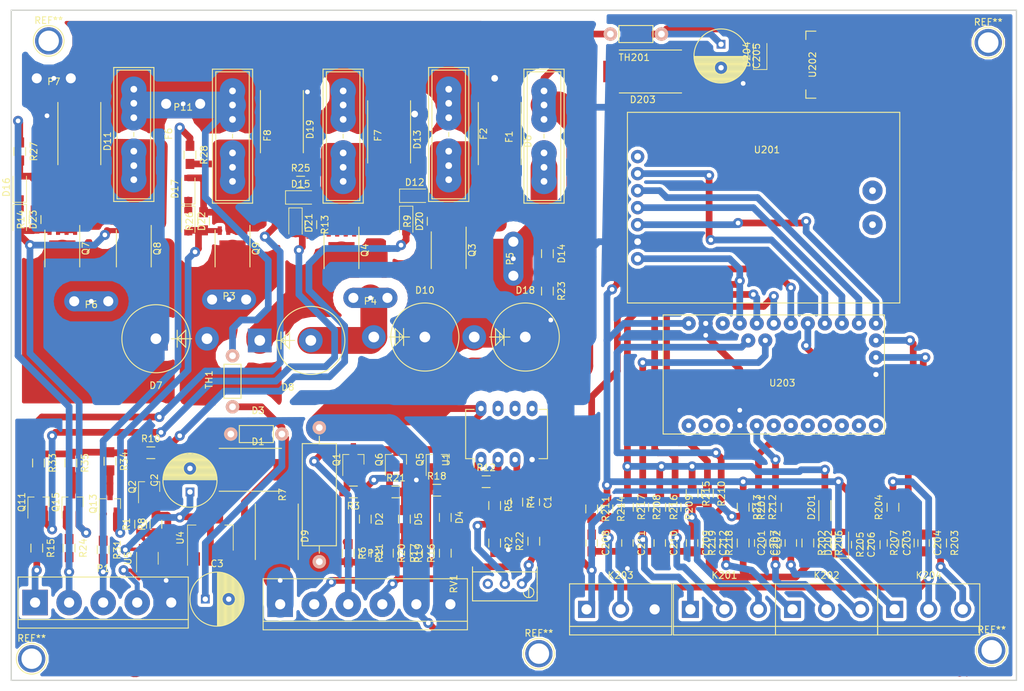
<source format=kicad_pcb>
(kicad_pcb (version 4) (host pcbnew 4.0.6)
  (layers (0 F.Cu signal) (31 B.Cu signal) (34 B.Paste user) (35 F.Paste user) (36 B.SilkS user) (37 F.SilkS user) (38 B.Mask user) (39 F.Mask user) (44 Edge.Cuts user))
  (net 0 "")
  (net 1 GND)
  (net 2 CoolantTemp)
  (net 3 "Net-(C2-Pad1)")
  (net 4 "Net-(C3-Pad1)")
  (net 5 12vSwitched)
  (net 6 "Net-(D2-Pad2)")
  (net 7 "Net-(D4-Pad2)")
  (net 8 "Net-(D5-Pad2)")
  (net 9 StarterSolenoidT30)
  (net 10 StopSolenoid)
  (net 11 "Net-(D8-Pad1)")
  (net 12 AlternatorExcitation)
  (net 13 "Net-(D9-Pad1)")
  (net 14 "Net-(D11-Pad2)")
  (net 15 "Net-(D12-Pad1)")
  (net 16 "Net-(D12-Pad2)")
  (net 17 "Net-(D13-Pad2)")
  (net 18 "Net-(D14-Pad1)")
  (net 19 "Net-(D14-Pad2)")
  (net 20 "Net-(D15-Pad1)")
  (net 21 "Net-(D16-Pad1)")
  (net 22 "Net-(D17-Pad1)")
  (net 23 "Net-(D17-Pad2)")
  (net 24 "Net-(D20-Pad2)")
  (net 25 "Net-(D21-Pad2)")
  (net 26 "Net-(D22-Pad2)")
  (net 27 "Net-(D23-Pad2)")
  (net 28 Battery+)
  (net 29 GlowBtn)
  (net 30 StartBtn)
  (net 31 StopBtn)
  (net 32 OnOffBtn)
  (net 33 OilSwitch)
  (net 34 Buzzer)
  (net 35 GlowPlugs)
  (net 36 "Net-(R1-Pad1)")
  (net 37 "Net-(R2-Pad1)")
  (net 38 "Net-(R4-Pad1)")
  (net 39 "Net-(R12-Pad2)")
  (net 40 Enable)
  (net 41 "Net-(R12-Pad1)")
  (net 42 "Net-(Q1-Pad1)")
  (net 43 "Net-(Q2-Pad1)")
  (net 44 "Net-(Q5-Pad1)")
  (net 45 "Net-(Q6-Pad1)")
  (net 46 "Net-(Q11-Pad1)")
  (net 47 "Net-(Q11-Pad3)")
  (net 48 "Net-(Q13-Pad1)")
  (net 49 "Net-(Q13-Pad3)")
  (net 50 "Net-(Q15-Pad1)")
  (net 51 "Net-(Q15-Pad3)")
  (net 52 Flywheel+)
  (net 53 "Net-(C201-Pad2)")
  (net 54 Flywheel-)
  (net 55 "Net-(C202-Pad2)")
  (net 56 "Net-(C203-Pad1)")
  (net 57 "Net-(C204-Pad1)")
  (net 58 "Net-(C205-Pad1)")
  (net 59 8V)
  (net 60 FuelLevel+)
  (net 61 NTC1)
  (net 62 NTC2)
  (net 63 NTC3)
  (net 64 "Net-(C212-Pad1)")
  (net 65 "Net-(D201-Pad1)")
  (net 66 5V150mA)
  (net 67 AlternatorB+)
  (net 68 ServiceBattery+)
  (net 69 "Net-(R208-Pad1)")
  (net 70 "Net-(R209-Pad1)")
  (net 71 "Net-(R210-Pad1)")
  (net 72 "Net-(R211-Pad1)")
  (net 73 "Net-(R212-Pad1)")
  (net 74 CANCS)
  (net 75 SCK)
  (net 76 MOSI)
  (net 77 MISO)
  (module Capacitors_SMD:C_0805_HandSoldering (layer F.Cu) (at 125.476 118.618 270)
    (fp_text reference C1 (at 0 -2.1 270) (layer F.SilkS))
    (fp_text value 10nF)
    (pad 1 smd rect (at -1.25 0 270) (size 1.5 1.25) (layers F.Cu F.Paste F.Mask) (net 1 GND))
    (pad 2 smd rect (at 1.25 0 270) (size 1.5 1.25) (layers F.Cu F.Paste F.Mask) (net 2 CoolantTemp))
  )
  (module Capacitors_ThroughHole:C_Radial_D8_L11.5_P3.5 (layer F.Cu) (at 74.168 117.094 90)
    (fp_text reference C2 (at 1.75 -5.3 90) (layer F.SilkS))
    (fp_text value 10uF)
    (pad 2 thru_hole circle (at 3.5 0 90) (size 1.3 1.3) (drill 0.8) (layers *.Cu *.Mask) (net 1 GND))
    (pad 1 thru_hole rect (at 0 0 90) (size 1.3 1.3) (drill 0.8) (layers *.Cu *.Mask) (net 3 "Net-(C2-Pad1)"))
  )
  (module Capacitors_ThroughHole:C_Radial_D8_L11.5_P3.5 (layer F.Cu) (at 76.454 133.096)
    (fp_text reference C3 (at 1.75 -5.3) (layer F.SilkS))
    (fp_text value 10uF)
    (pad 2 thru_hole circle (at 3.5 0) (size 1.3 1.3) (drill 0.8) (layers *.Cu *.Mask) (net 1 GND))
    (pad 1 thru_hole rect (at 0 0) (size 1.3 1.3) (drill 0.8) (layers *.Cu *.Mask) (net 4 "Net-(C3-Pad1)"))
  )
  (module Diodes_SMD:DO-214AB_Handsoldering (layer F.Cu) (at 84.328 113.792)
    (fp_text reference D1 (at 0 -4.2) (layer F.SilkS))
    (fp_text value "SMBJ30CA-TR TSV")
    (pad 2 smd rect (at 4.1 0) (size 3.6 3.2) (layers F.Cu F.Paste F.Mask) (net 4 "Net-(C3-Pad1)"))
    (pad 1 smd rect (at -4.1 0) (size 3.6 3.2) (layers F.Cu F.Paste F.Mask) (net 1 GND))
  )
  (module Resistors_SMD:R_0805_HandSoldering (layer F.Cu) (at 100.33 121.158 270)
    (fp_text reference D2 (at 0 -2.1 270) (layer F.SilkS))
    (fp_text value ChargeWarn)
    (pad 1 smd rect (at -1.35 0 270) (size 1.5 1.3) (layers F.Cu F.Paste F.Mask) (net 5 12vSwitched))
    (pad 2 smd rect (at 1.35 0 270) (size 1.5 1.3) (layers F.Cu F.Paste F.Mask) (net 6 "Net-(D2-Pad2)"))
  )
  (module Resistors_ThroughHole:Resistor_Horizontal_RM7mm (layer F.Cu) (at 80.264 108.458)
    (fp_text reference D3 (at 4.05892 -3.50012) (layer F.SilkS))
    (fp_text value 10A100V)
    (pad 1 thru_hole circle (at 0 0) (size 1.99898 1.99898) (drill 1.00076) (layers *.Cu *.SilkS *.Mask) (net 1 GND))
    (pad 2 thru_hole circle (at 7.62 0) (size 1.99898 1.99898) (drill 1.00076) (layers *.Cu *.SilkS *.Mask) (net 4 "Net-(C3-Pad1)"))
  )
  (module Resistors_SMD:R_0805_HandSoldering (layer F.Cu) (at 112.268 120.904 270)
    (fp_text reference D4 (at 0 -2.1 270) (layer F.SilkS))
    (fp_text value TempWarn)
    (pad 1 smd rect (at -1.35 0 270) (size 1.5 1.3) (layers F.Cu F.Paste F.Mask) (net 5 12vSwitched))
    (pad 2 smd rect (at 1.35 0 270) (size 1.5 1.3) (layers F.Cu F.Paste F.Mask) (net 7 "Net-(D4-Pad2)"))
  )
  (module Resistors_SMD:R_0805_HandSoldering (layer F.Cu) (at 106.172 121.158 270)
    (fp_text reference D5 (at 0 -2.1 270) (layer F.SilkS))
    (fp_text value OilWarn)
    (pad 1 smd rect (at -1.35 0 270) (size 1.5 1.3) (layers F.Cu F.Paste F.Mask) (net 5 12vSwitched))
    (pad 2 smd rect (at 1.35 0 270) (size 1.5 1.3) (layers F.Cu F.Paste F.Mask) (net 8 "Net-(D5-Pad2)"))
  )
  (module Diodes_SMD:DO-214AB_Handsoldering (layer F.Cu) (at 120.396 64.77 270)
    (fp_text reference D6 (at 0 -4.2 270) (layer F.SilkS))
    (fp_text value "SMBJ30CA-TR TSV")
    (pad 2 smd rect (at 4.1 0 270) (size 3.6 3.2) (layers F.Cu F.Paste F.Mask) (net 16 "Net-(D12-Pad2)"))
    (pad 1 smd rect (at -4.1 0 270) (size 3.6 3.2) (layers F.Cu F.Paste F.Mask) (net 1 GND))
  )
  (module Diodes_SMD:DO-214AB (layer F.Cu) (at 87.122 123.698 270)
    (fp_text reference D9 (at 0 -4.2 270) (layer F.SilkS))
    (fp_text value "1A 40V")
    (pad 2 smd rect (at 3.6 0 270) (size 2.6 3.2) (layers F.Cu F.Paste F.Mask) (net 12 AlternatorExcitation))
    (pad 1 smd rect (at -3.6 0 270) (size 2.6 3.2) (layers F.Cu F.Paste F.Mask) (net 13 "Net-(D9-Pad1)"))
  )
  (module Diodes_SMD:DO-214AB_Handsoldering (layer F.Cu) (at 57.658 64.77 270)
    (fp_text reference D11 (at 0 -4.2 270) (layer F.SilkS))
    (fp_text value "SMBJ30CA-TR TSV")
    (pad 2 smd rect (at 4.1 0 270) (size 3.6 3.2) (layers F.Cu F.Paste F.Mask) (net 14 "Net-(D11-Pad2)"))
    (pad 1 smd rect (at -4.1 0 270) (size 3.6 3.2) (layers F.Cu F.Paste F.Mask) (net 1 GND))
  )
  (module Diodes_SMD:D_SOD-123 (layer F.Cu) (at 107.696 72.898)
    (fp_text reference D12 (at 0 -2) (layer F.SilkS))
    (fp_text value ZENER)
    (pad 1 smd rect (at -1.65 0) (size 0.9 1.2) (layers F.Cu F.Paste F.Mask) (net 15 "Net-(D12-Pad1)"))
    (pad 2 smd rect (at 1.65 0) (size 0.9 1.2) (layers F.Cu F.Paste F.Mask) (net 16 "Net-(D12-Pad2)"))
  )
  (module Diodes_SMD:DO-214AB_Handsoldering (layer F.Cu) (at 103.886 64.516 270)
    (fp_text reference D13 (at 0 -4.2 270) (layer F.SilkS))
    (fp_text value "SMBJ30CA-TR TSV")
    (pad 2 smd rect (at 4.1 0 270) (size 3.6 3.2) (layers F.Cu F.Paste F.Mask) (net 17 "Net-(D13-Pad2)"))
    (pad 1 smd rect (at -4.1 0 270) (size 3.6 3.2) (layers F.Cu F.Paste F.Mask) (net 1 GND))
  )
  (module Resistors_SMD:R_0805_HandSoldering (layer F.Cu) (at 127.508 81.534 270)
    (fp_text reference D14 (at 0 -2.1 270) (layer F.SilkS))
    (fp_text value PowerOn)
    (pad 1 smd rect (at -1.35 0 270) (size 1.5 1.3) (layers F.Cu F.Paste F.Mask) (net 18 "Net-(D14-Pad1)"))
    (pad 2 smd rect (at 1.35 0 270) (size 1.5 1.3) (layers F.Cu F.Paste F.Mask) (net 19 "Net-(D14-Pad2)"))
  )
  (module Diodes_SMD:DO-214AB_Handsoldering (layer F.Cu) (at 87.884 62.992 270)
    (fp_text reference D19 (at 0 -4.2 270) (layer F.SilkS))
    (fp_text value "SMBJ30CA-TR TSV")
    (pad 2 smd rect (at 4.1 0 270) (size 3.6 3.2) (layers F.Cu F.Paste F.Mask) (net 23 "Net-(D17-Pad2)"))
    (pad 1 smd rect (at -4.1 0 270) (size 3.6 3.2) (layers F.Cu F.Paste F.Mask) (net 1 GND))
  )
  (module Diodes_SMD:D_SOD-123 (layer F.Cu) (at 106.426 76.708 270)
    (fp_text reference D20 (at 0 -2 270) (layer F.SilkS))
    (fp_text value 1N4001)
    (pad 1 smd rect (at -1.65 0 270) (size 0.9 1.2) (layers F.Cu F.Paste F.Mask) (net 15 "Net-(D12-Pad1)"))
    (pad 2 smd rect (at 1.65 0 270) (size 0.9 1.2) (layers F.Cu F.Paste F.Mask) (net 24 "Net-(D20-Pad2)"))
  )
  (module Diodes_SMD:D_SOD-123 (layer F.Cu) (at 89.916 76.962 270)
    (fp_text reference D21 (at 0 -2 270) (layer F.SilkS))
    (fp_text value 1N4001)
    (pad 1 smd rect (at -1.65 0 270) (size 0.9 1.2) (layers F.Cu F.Paste F.Mask) (net 20 "Net-(D15-Pad1)"))
    (pad 2 smd rect (at 1.65 0 270) (size 0.9 1.2) (layers F.Cu F.Paste F.Mask) (net 25 "Net-(D21-Pad2)"))
  )
  (module Diodes_SMD:D_SOD-123 (layer F.Cu) (at 73.914 76.708 270)
    (fp_text reference D22 (at 0 -2 270) (layer F.SilkS))
    (fp_text value 1N4001)
    (pad 1 smd rect (at -1.65 0 270) (size 0.9 1.2) (layers F.Cu F.Paste F.Mask) (net 22 "Net-(D17-Pad1)"))
    (pad 2 smd rect (at 1.65 0 270) (size 0.9 1.2) (layers F.Cu F.Paste F.Mask) (net 26 "Net-(D22-Pad2)"))
  )
  (module Diodes_SMD:D_SOD-123 (layer F.Cu) (at 48.768 76.454 270)
    (fp_text reference D23 (at 0 -2 270) (layer F.SilkS))
    (fp_text value 1N4001)
    (pad 1 smd rect (at -1.65 0 270) (size 0.9 1.2) (layers F.Cu F.Paste F.Mask) (net 21 "Net-(D16-Pad1)"))
    (pad 2 smd rect (at 1.65 0 270) (size 0.9 1.2) (layers F.Cu F.Paste F.Mask) (net 27 "Net-(D23-Pad2)"))
  )
  (module Connect:bornier5 (layer F.Cu) (at 61.214 133.604)
    (fp_text reference P1 (at 0 -5.08) (layer F.SilkS))
    (fp_text value VPButtons)
    (pad 2 thru_hole circle (at -5.08 0) (size 3.81 3.81) (drill 1.524) (layers *.Cu *.Mask) (net 29 GlowBtn))
    (pad 3 thru_hole circle (at 0 0) (size 3.81 3.81) (drill 1.524) (layers *.Cu *.Mask) (net 30 StartBtn))
    (pad 1 thru_hole rect (at -10.16 0) (size 3.81 3.81) (drill 1.524) (layers *.Cu *.Mask) (net 31 StopBtn))
    (pad 4 thru_hole circle (at 5.08 0) (size 3.81 3.81) (drill 1.524) (layers *.Cu *.Mask) (net 32 OnOffBtn))
    (pad 5 thru_hole circle (at 10.16 0) (size 3.81 3.81) (drill 1.524) (layers *.Cu *.Mask) (net 1 GND))
  )
  (module Connect:bornier6 (layer F.Cu) (at 100.33 133.858)
    (fp_text reference P2 (at 1.27 -7.62) (layer F.SilkS))
    (fp_text value ToEngine)
    (pad 2 thru_hole circle (at -7.62 0) (size 3.81 3.81) (drill 1.524) (layers *.Cu *.Mask) (net 33 OilSwitch))
    (pad 3 thru_hole circle (at -2.54 0) (size 3.81 3.81) (drill 1.524) (layers *.Cu *.Mask) (net 34 Buzzer))
    (pad 1 thru_hole rect (at -12.7 0) (size 3.81 3.81) (drill 1.524) (layers *.Cu *.Mask) (net 12 AlternatorExcitation))
    (pad 4 thru_hole circle (at 2.54 0) (size 3.81 3.81) (drill 1.524) (layers *.Cu *.Mask) (net 2 CoolantTemp))
    (pad 5 thru_hole circle (at 7.62 0) (size 3.81 3.81) (drill 1.524) (layers *.Cu *.Mask) (net 5 12vSwitched))
    (pad 6 thru_hole circle (at 12.7 0) (size 3.81 3.81) (drill 1.524) (layers *.Cu *.Mask) (net 1 GND))
  )
  (module Divers:CrimpBlade (layer F.Cu) (at 80.01 88.392 180)
    (fp_text reference P3 (at 0 0.5 180) (layer F.SilkS))
    (fp_text value StarterSolenoidT30)
    (pad 1 thru_hole oval (at 0 0 180) (size 8 3) (drill 0.7) (layers *.Cu *.Mask) (net 9 StarterSolenoidT30))
    (pad 1 thru_hole circle (at -2.54 0 180) (size 3 3) (drill 1.5) (layers *.Cu *.Mask) (net 9 StarterSolenoidT30))
    (pad 1 thru_hole circle (at 2.54 0 180) (size 3 3) (drill 1.5) (layers *.Cu *.Mask) (net 9 StarterSolenoidT30))
  )
  (module Divers:CrimpBlade (layer F.Cu) (at 101.092 88.138)
    (fp_text reference P4 (at 0 0.5) (layer F.SilkS))
    (fp_text value StopSolenoid)
    (pad 1 thru_hole oval (at 0 0) (size 8 3) (drill 0.7) (layers *.Cu *.Mask) (net 10 StopSolenoid))
    (pad 1 thru_hole circle (at -2.54 0) (size 3 3) (drill 1.5) (layers *.Cu *.Mask) (net 10 StopSolenoid))
    (pad 1 thru_hole circle (at 2.54 0) (size 3 3) (drill 1.5) (layers *.Cu *.Mask) (net 10 StopSolenoid))
  )
  (module Divers:CrimpBlade (layer F.Cu) (at 122.428 82.296 270)
    (fp_text reference P5 (at 0 0.5 270) (layer F.SilkS))
    (fp_text value 12VSwitchedPower)
    (pad 1 thru_hole oval (at 0 0 270) (size 8 3) (drill 0.7) (layers *.Cu *.Mask) (net 18 "Net-(D14-Pad1)"))
    (pad 1 thru_hole circle (at -2.54 0 270) (size 3 3) (drill 1.5) (layers *.Cu *.Mask) (net 18 "Net-(D14-Pad1)"))
    (pad 1 thru_hole circle (at 2.54 0 270) (size 3 3) (drill 1.5) (layers *.Cu *.Mask) (net 18 "Net-(D14-Pad1)"))
  )
  (module Divers:CrimpBlade (layer F.Cu) (at 59.436 88.646)
    (fp_text reference P6 (at 0 0.5) (layer F.SilkS))
    (fp_text value GlowPlugs)
    (pad 1 thru_hole oval (at 0 0) (size 8 3) (drill 0.7) (layers *.Cu *.Mask) (net 35 GlowPlugs))
    (pad 1 thru_hole circle (at -2.54 0) (size 3 3) (drill 1.5) (layers *.Cu *.Mask) (net 35 GlowPlugs))
    (pad 1 thru_hole circle (at 2.54 0) (size 3 3) (drill 1.5) (layers *.Cu *.Mask) (net 35 GlowPlugs))
  )
  (module TO_SOT_Packages_SMD:SOT-23_Handsoldering (layer F.Cu) (at 98.552 112.268 90)
    (fp_text reference Q1 (at 0 -2.5 90) (layer F.SilkS))
    (fp_text value BC807)
    (pad 1 smd rect (at -1.5 -0.95 90) (size 1.9 0.8) (layers F.Cu F.Paste F.Mask) (net 42 "Net-(Q1-Pad1)"))
    (pad 2 smd rect (at -1.5 0.95 90) (size 1.9 0.8) (layers F.Cu F.Paste F.Mask) (net 5 12vSwitched))
    (pad 3 smd rect (at 1.5 0 90) (size 1.9 0.8) (layers F.Cu F.Paste F.Mask) (net 34 Buzzer))
  )
  (module TO_SOT_Packages_SMD:SOT-23_Handsoldering (layer F.Cu) (at 68.072 116.332 90)
    (fp_text reference Q2 (at 0 -2.5 90) (layer F.SilkS))
    (fp_text value BS170)
    (pad 1 smd rect (at -1.5 -0.95 90) (size 1.9 0.8) (layers F.Cu F.Paste F.Mask) (net 43 "Net-(Q2-Pad1)"))
    (pad 2 smd rect (at -1.5 0.95 90) (size 1.9 0.8) (layers F.Cu F.Paste F.Mask) (net 1 GND))
    (pad 3 smd rect (at 1.5 0 90) (size 1.9 0.8) (layers F.Cu F.Paste F.Mask) (net 40 Enable))
  )
  (module TO_SOT_Packages_SMD:SOT-23_Handsoldering (layer F.Cu) (at 110.998 112.268 90)
    (fp_text reference Q5 (at 0 -2.5 90) (layer F.SilkS))
    (fp_text value BC807)
    (pad 1 smd rect (at -1.5 -0.95 90) (size 1.9 0.8) (layers F.Cu F.Paste F.Mask) (net 44 "Net-(Q5-Pad1)"))
    (pad 2 smd rect (at -1.5 0.95 90) (size 1.9 0.8) (layers F.Cu F.Paste F.Mask) (net 5 12vSwitched))
    (pad 3 smd rect (at 1.5 0 90) (size 1.9 0.8) (layers F.Cu F.Paste F.Mask) (net 34 Buzzer))
  )
  (module TO_SOT_Packages_SMD:SOT-23_Handsoldering (layer F.Cu) (at 104.902 112.268 90)
    (fp_text reference Q6 (at 0 -2.5 90) (layer F.SilkS))
    (fp_text value BC807)
    (pad 1 smd rect (at -1.5 -0.95 90) (size 1.9 0.8) (layers F.Cu F.Paste F.Mask) (net 45 "Net-(Q6-Pad1)"))
    (pad 2 smd rect (at -1.5 0.95 90) (size 1.9 0.8) (layers F.Cu F.Paste F.Mask) (net 5 12vSwitched))
    (pad 3 smd rect (at 1.5 0 90) (size 1.9 0.8) (layers F.Cu F.Paste F.Mask) (net 34 Buzzer))
  )
  (module TO_SOT_Packages_SMD:SOT-23_Handsoldering (layer F.Cu) (at 51.562 118.618 90)
    (fp_text reference Q11 (at 0 -2.5 90) (layer F.SilkS))
    (fp_text value BS250P)
    (pad 1 smd rect (at -1.5 -0.95 90) (size 1.9 0.8) (layers F.Cu F.Paste F.Mask) (net 46 "Net-(Q11-Pad1)"))
    (pad 2 smd rect (at -1.5 0.95 90) (size 1.9 0.8) (layers F.Cu F.Paste F.Mask) (net 25 "Net-(D21-Pad2)"))
    (pad 3 smd rect (at 1.5 0 90) (size 1.9 0.8) (layers F.Cu F.Paste F.Mask) (net 47 "Net-(Q11-Pad3)"))
  )
  (module TO_SOT_Packages_SMD:SOT-23_Handsoldering (layer F.Cu) (at 62.23 118.872 90)
    (fp_text reference Q13 (at 0 -2.5 90) (layer F.SilkS))
    (fp_text value BS250P)
    (pad 1 smd rect (at -1.5 -0.95 90) (size 1.9 0.8) (layers F.Cu F.Paste F.Mask) (net 48 "Net-(Q13-Pad1)"))
    (pad 2 smd rect (at -1.5 0.95 90) (size 1.9 0.8) (layers F.Cu F.Paste F.Mask) (net 26 "Net-(D22-Pad2)"))
    (pad 3 smd rect (at 1.5 0 90) (size 1.9 0.8) (layers F.Cu F.Paste F.Mask) (net 49 "Net-(Q13-Pad3)"))
  )
  (module TO_SOT_Packages_SMD:SOT-23_Handsoldering (layer F.Cu) (at 56.642 118.618 90)
    (fp_text reference Q15 (at 0 -2.5 90) (layer F.SilkS))
    (fp_text value BS250P)
    (pad 1 smd rect (at -1.5 -0.95 90) (size 1.9 0.8) (layers F.Cu F.Paste F.Mask) (net 50 "Net-(Q15-Pad1)"))
    (pad 2 smd rect (at -1.5 0.95 90) (size 1.9 0.8) (layers F.Cu F.Paste F.Mask) (net 27 "Net-(D23-Pad2)"))
    (pad 3 smd rect (at 1.5 0 90) (size 1.9 0.8) (layers F.Cu F.Paste F.Mask) (net 51 "Net-(Q15-Pad3)"))
  )
  (module Resistors_SMD:R_0805_HandSoldering (layer F.Cu) (at 66.802 121.92 90)
    (fp_text reference R1 (at 0 -2.1 90) (layer F.SilkS))
    (fp_text value 100R)
    (pad 1 smd rect (at -1.35 0 90) (size 1.5 1.3) (layers F.Cu F.Paste F.Mask) (net 36 "Net-(R1-Pad1)"))
    (pad 2 smd rect (at 1.35 0 90) (size 1.5 1.3) (layers F.Cu F.Paste F.Mask) (net 43 "Net-(Q2-Pad1)"))
  )
  (module Resistors_SMD:R_0805_HandSoldering (layer F.Cu) (at 119.634 124.714 270)
    (fp_text reference R2 (at 0 -2.1 270) (layer F.SilkS))
    (fp_text value 330R)
    (pad 1 smd rect (at -1.35 0 270) (size 1.5 1.3) (layers F.Cu F.Paste F.Mask) (net 37 "Net-(R2-Pad1)"))
    (pad 2 smd rect (at 1.35 0 270) (size 1.5 1.3) (layers F.Cu F.Paste F.Mask) (net 1 GND))
  )
  (module Resistors_SMD:R_0805_HandSoldering (layer F.Cu) (at 98.552 117.094 180)
    (fp_text reference R3 (at 0 -2.1 180) (layer F.SilkS))
    (fp_text value 10K)
    (pad 1 smd rect (at -1.35 0 180) (size 1.5 1.3) (layers F.Cu F.Paste F.Mask) (net 5 12vSwitched))
    (pad 2 smd rect (at 1.35 0 180) (size 1.5 1.3) (layers F.Cu F.Paste F.Mask) (net 42 "Net-(Q1-Pad1)"))
  )
  (module Resistors_SMD:R_0805_HandSoldering (layer F.Cu) (at 122.936 118.618 270)
    (fp_text reference R4 (at 0 -2.1 270) (layer F.SilkS))
    (fp_text value 10K)
    (pad 1 smd rect (at -1.35 0 270) (size 1.5 1.3) (layers F.Cu F.Paste F.Mask) (net 38 "Net-(R4-Pad1)"))
    (pad 2 smd rect (at 1.35 0 270) (size 1.5 1.3) (layers F.Cu F.Paste F.Mask) (net 2 CoolantTemp))
  )
  (module Resistors_SMD:R_0805_HandSoldering (layer F.Cu) (at 119.634 119.126 270)
    (fp_text reference R5 (at 0 -2.1 270) (layer F.SilkS))
    (fp_text value 10K)
    (pad 1 smd rect (at -1.35 0 270) (size 1.5 1.3) (layers F.Cu F.Paste F.Mask) (net 39 "Net-(R12-Pad2)"))
    (pad 2 smd rect (at 1.35 0 270) (size 1.5 1.3) (layers F.Cu F.Paste F.Mask) (net 37 "Net-(R2-Pad1)"))
  )
  (module Resistors_SMD:R_0805_HandSoldering (layer F.Cu) (at 97.79 126.238 270)
    (fp_text reference R6 (at 0 -2.1 270) (layer F.SilkS))
    (fp_text value 2.2K)
    (pad 1 smd rect (at -1.35 0 270) (size 1.5 1.3) (layers F.Cu F.Paste F.Mask) (net 42 "Net-(Q1-Pad1)"))
    (pad 2 smd rect (at 1.35 0 270) (size 1.5 1.3) (layers F.Cu F.Paste F.Mask) (net 13 "Net-(D9-Pad1)"))
  )
  (module Resistors_ThroughHole:Resistor_Horizontal_RM20mm (layer F.Cu) (at 93.472 127.508 90)
    (fp_text reference R7 (at 10 -5.4991 90) (layer F.SilkS))
    (fp_text value 10R)
    (pad 1 thru_hole circle (at 0 0 90) (size 1.99898 1.99898) (drill 1.00076) (layers *.Cu *.SilkS *.Mask) (net 13 "Net-(D9-Pad1)"))
    (pad 2 thru_hole circle (at 20 0 90) (size 1.99898 1.99898) (drill 1.00076) (layers *.Cu *.SilkS *.Mask) (net 5 12vSwitched))
  )
  (module Resistors_SMD:R_0805_HandSoldering (layer F.Cu) (at 69.088 121.92 90)
    (fp_text reference R8 (at 0 -2.1 90) (layer F.SilkS))
    (fp_text value 10K)
    (pad 1 smd rect (at -1.35 0 90) (size 1.5 1.3) (layers F.Cu F.Paste F.Mask) (net 36 "Net-(R1-Pad1)"))
    (pad 2 smd rect (at 1.35 0 90) (size 1.5 1.3) (layers F.Cu F.Paste F.Mask) (net 1 GND))
  )
  (module Resistors_SMD:R_0805_HandSoldering (layer F.Cu) (at 108.712 76.708 90)
    (fp_text reference R9 (at 0 -2.1 90) (layer F.SilkS))
    (fp_text value 10K)
    (pad 1 smd rect (at -1.35 0 90) (size 1.5 1.3) (layers F.Cu F.Paste F.Mask) (net 24 "Net-(D20-Pad2)"))
    (pad 2 smd rect (at 1.35 0 90) (size 1.5 1.3) (layers F.Cu F.Paste F.Mask) (net 16 "Net-(D12-Pad2)"))
  )
  (module Resistors_SMD:R_0805_HandSoldering (layer F.Cu) (at 68.326 111.252)
    (fp_text reference R10 (at 0 -2.1) (layer F.SilkS))
    (fp_text value 220R)
    (pad 1 smd rect (at -1.35 0) (size 1.5 1.3) (layers F.Cu F.Paste F.Mask) (net 40 Enable))
    (pad 2 smd rect (at 1.35 0) (size 1.5 1.3) (layers F.Cu F.Paste F.Mask) (net 24 "Net-(D20-Pad2)"))
  )
  (module Resistors_SMD:R_0805_HandSoldering (layer F.Cu) (at 100.33 126.238 270)
    (fp_text reference R11 (at 0 -2.1 270) (layer F.SilkS))
    (fp_text value 1K)
    (pad 1 smd rect (at -1.35 0 270) (size 1.5 1.3) (layers F.Cu F.Paste F.Mask) (net 6 "Net-(D2-Pad2)"))
    (pad 2 smd rect (at 1.35 0 270) (size 1.5 1.3) (layers F.Cu F.Paste F.Mask) (net 13 "Net-(D9-Pad1)"))
  )
  (module Resistors_SMD:R_0805_HandSoldering (layer F.Cu) (at 118.364 115.57)
    (fp_text reference R12 (at 0 -2.1) (layer F.SilkS))
    (fp_text value 10M)
    (pad 1 smd rect (at -1.35 0) (size 1.5 1.3) (layers F.Cu F.Paste F.Mask) (net 41 "Net-(R12-Pad1)"))
    (pad 2 smd rect (at 1.35 0) (size 1.5 1.3) (layers F.Cu F.Paste F.Mask) (net 39 "Net-(R12-Pad2)"))
  )
  (module Resistors_SMD:R_0805_HandSoldering (layer F.Cu) (at 92.202 77.216 270)
    (fp_text reference R13 (at 0 -2.1 270) (layer F.SilkS))
    (fp_text value 1K)
    (pad 1 smd rect (at -1.35 0 270) (size 1.5 1.3) (layers F.Cu F.Paste F.Mask) (net 17 "Net-(D13-Pad2)"))
    (pad 2 smd rect (at 1.35 0 270) (size 1.5 1.3) (layers F.Cu F.Paste F.Mask) (net 25 "Net-(D21-Pad2)"))
  )
  (module Resistors_SMD:R_0805_HandSoldering (layer F.Cu) (at 51.054 76.454 90)
    (fp_text reference R14 (at 0 -2.1 90) (layer F.SilkS))
    (fp_text value 1K)
    (pad 1 smd rect (at -1.35 0 90) (size 1.5 1.3) (layers F.Cu F.Paste F.Mask) (net 27 "Net-(D23-Pad2)"))
    (pad 2 smd rect (at 1.35 0 90) (size 1.5 1.3) (layers F.Cu F.Paste F.Mask) (net 14 "Net-(D11-Pad2)"))
  )
  (module Resistors_SMD:R_0805_HandSoldering (layer F.Cu) (at 51.308 125.476 270)
    (fp_text reference R15 (at 0 -2.1 270) (layer F.SilkS))
    (fp_text value 100R)
    (pad 1 smd rect (at -1.35 0 270) (size 1.5 1.3) (layers F.Cu F.Paste F.Mask) (net 46 "Net-(Q11-Pad1)"))
    (pad 2 smd rect (at 1.35 0 270) (size 1.5 1.3) (layers F.Cu F.Paste F.Mask) (net 31 StopBtn))
  )
  (module Resistors_SMD:R_0805_HandSoldering (layer F.Cu) (at 112.268 126.238 90)
    (fp_text reference R16 (at 0 -2.1 90) (layer F.SilkS))
    (fp_text value 1K)
    (pad 1 smd rect (at -1.35 0 90) (size 1.5 1.3) (layers F.Cu F.Paste F.Mask) (net 41 "Net-(R12-Pad1)"))
    (pad 2 smd rect (at 1.35 0 90) (size 1.5 1.3) (layers F.Cu F.Paste F.Mask) (net 7 "Net-(D4-Pad2)"))
  )
  (module Resistors_SMD:R_0805_HandSoldering (layer F.Cu) (at 109.728 126.238 90)
    (fp_text reference R17 (at 0 -2.1 90) (layer F.SilkS))
    (fp_text value 10K)
    (pad 1 smd rect (at -1.35 0 90) (size 1.5 1.3) (layers F.Cu F.Paste F.Mask) (net 41 "Net-(R12-Pad1)"))
    (pad 2 smd rect (at 1.35 0 90) (size 1.5 1.3) (layers F.Cu F.Paste F.Mask) (net 44 "Net-(Q5-Pad1)"))
  )
  (module Resistors_SMD:R_0805_HandSoldering (layer F.Cu) (at 110.998 116.84)
    (fp_text reference R18 (at 0 -2.1) (layer F.SilkS))
    (fp_text value 2.2K)
    (pad 1 smd rect (at -1.35 0) (size 1.5 1.3) (layers F.Cu F.Paste F.Mask) (net 44 "Net-(Q5-Pad1)"))
    (pad 2 smd rect (at 1.35 0) (size 1.5 1.3) (layers F.Cu F.Paste F.Mask) (net 5 12vSwitched))
  )
  (module Resistors_SMD:R_0805_HandSoldering (layer F.Cu) (at 106.172 126.238 270)
    (fp_text reference R19 (at 0 -2.1 270) (layer F.SilkS))
    (fp_text value 1K)
    (pad 1 smd rect (at -1.35 0 270) (size 1.5 1.3) (layers F.Cu F.Paste F.Mask) (net 8 "Net-(D5-Pad2)"))
    (pad 2 smd rect (at 1.35 0 270) (size 1.5 1.3) (layers F.Cu F.Paste F.Mask) (net 33 OilSwitch))
  )
  (module Resistors_SMD:R_0805_HandSoldering (layer F.Cu) (at 103.632 126.238 270)
    (fp_text reference R20 (at 0 -2.1 270) (layer F.SilkS))
    (fp_text value 2.2K)
    (pad 1 smd rect (at -1.35 0 270) (size 1.5 1.3) (layers F.Cu F.Paste F.Mask) (net 45 "Net-(Q6-Pad1)"))
    (pad 2 smd rect (at 1.35 0 270) (size 1.5 1.3) (layers F.Cu F.Paste F.Mask) (net 33 OilSwitch))
  )
  (module Resistors_SMD:R_0805_HandSoldering (layer F.Cu) (at 104.902 117.094)
    (fp_text reference R21 (at 0 -2.1) (layer F.SilkS))
    (fp_text value 10K)
    (pad 1 smd rect (at -1.35 0) (size 1.5 1.3) (layers F.Cu F.Paste F.Mask) (net 45 "Net-(Q6-Pad1)"))
    (pad 2 smd rect (at 1.35 0) (size 1.5 1.3) (layers F.Cu F.Paste F.Mask) (net 5 12vSwitched))
  )
  (module Resistors_SMD:R_0805_HandSoldering (layer F.Cu) (at 125.476 124.46 90)
    (fp_text reference R22 (at 0 -2.1 90) (layer F.SilkS))
    (fp_text value 1K)
    (pad 1 smd rect (at -1.35 0 90) (size 1.5 1.3) (layers F.Cu F.Paste F.Mask) (net 5 12vSwitched))
    (pad 2 smd rect (at 1.35 0 90) (size 1.5 1.3) (layers F.Cu F.Paste F.Mask) (net 2 CoolantTemp))
  )
  (module Resistors_SMD:R_0805_HandSoldering (layer F.Cu) (at 127.508 87.122 270)
    (fp_text reference R23 (at 0 -2.1 270) (layer F.SilkS))
    (fp_text value 1K)
    (pad 1 smd rect (at -1.35 0 270) (size 1.5 1.3) (layers F.Cu F.Paste F.Mask) (net 19 "Net-(D14-Pad2)"))
    (pad 2 smd rect (at 1.35 0 270) (size 1.5 1.3) (layers F.Cu F.Paste F.Mask) (net 1 GND))
  )
  (module Resistors_SMD:R_0805_HandSoldering (layer F.Cu) (at 56.134 125.476 270)
    (fp_text reference R24 (at 0 -2.1 270) (layer F.SilkS))
    (fp_text value 100R)
    (pad 1 smd rect (at -1.35 0 270) (size 1.5 1.3) (layers F.Cu F.Paste F.Mask) (net 50 "Net-(Q15-Pad1)"))
    (pad 2 smd rect (at 1.35 0 270) (size 1.5 1.3) (layers F.Cu F.Paste F.Mask) (net 29 GlowBtn))
  )
  (module Resistors_SMD:R_0805_HandSoldering (layer F.Cu) (at 90.678 70.866)
    (fp_text reference R25 (at 0 -2.1) (layer F.SilkS))
    (fp_text value 10K)
    (pad 1 smd rect (at -1.35 0) (size 1.5 1.3) (layers F.Cu F.Paste F.Mask) (net 31 StopBtn))
    (pad 2 smd rect (at 1.35 0) (size 1.5 1.3) (layers F.Cu F.Paste F.Mask) (net 17 "Net-(D13-Pad2)"))
  )
  (module Resistors_SMD:R_0805_HandSoldering (layer F.Cu) (at 76.2 76.708 90)
    (fp_text reference R26 (at 0 -2.1 90) (layer F.SilkS))
    (fp_text value 1K)
    (pad 1 smd rect (at -1.35 0 90) (size 1.5 1.3) (layers F.Cu F.Paste F.Mask) (net 26 "Net-(D22-Pad2)"))
    (pad 2 smd rect (at 1.35 0 90) (size 1.5 1.3) (layers F.Cu F.Paste F.Mask) (net 23 "Net-(D17-Pad2)"))
  )
  (module Resistors_SMD:R_0805_HandSoldering (layer F.Cu) (at 48.768 66.294 270)
    (fp_text reference R27 (at 0 -2.1 270) (layer F.SilkS))
    (fp_text value 2.2K)
    (pad 1 smd rect (at -1.35 0 270) (size 1.5 1.3) (layers F.Cu F.Paste F.Mask) (net 29 GlowBtn))
    (pad 2 smd rect (at 1.35 0 270) (size 1.5 1.3) (layers F.Cu F.Paste F.Mask) (net 14 "Net-(D11-Pad2)"))
  )
  (module Resistors_SMD:R_0805_HandSoldering (layer F.Cu) (at 74.168 66.802 270)
    (fp_text reference R28 (at 0 -2.1 270) (layer F.SilkS))
    (fp_text value 2.2K)
    (pad 1 smd rect (at -1.35 0 270) (size 1.5 1.3) (layers F.Cu F.Paste F.Mask) (net 30 StartBtn))
    (pad 2 smd rect (at 1.35 0 270) (size 1.5 1.3) (layers F.Cu F.Paste F.Mask) (net 23 "Net-(D17-Pad2)"))
  )
  (module Resistors_SMD:R_0805_HandSoldering (layer F.Cu) (at 61.214 125.73 270)
    (fp_text reference R31 (at 0 -2.1 270) (layer F.SilkS))
    (fp_text value 100R)
    (pad 1 smd rect (at -1.35 0 270) (size 1.5 1.3) (layers F.Cu F.Paste F.Mask) (net 48 "Net-(Q13-Pad1)"))
    (pad 2 smd rect (at 1.35 0 270) (size 1.5 1.3) (layers F.Cu F.Paste F.Mask) (net 30 StartBtn))
  )
  (module Resistors_SMD:R_0805_HandSoldering (layer F.Cu) (at 51.562 112.776 270)
    (fp_text reference R33 (at 0 -2.1 270) (layer F.SilkS))
    (fp_text value 220R)
    (pad 1 smd rect (at -1.35 0 270) (size 1.5 1.3) (layers F.Cu F.Paste F.Mask) (net 40 Enable))
    (pad 2 smd rect (at 1.35 0 270) (size 1.5 1.3) (layers F.Cu F.Paste F.Mask) (net 47 "Net-(Q11-Pad3)"))
  )
  (module Resistors_SMD:R_0805_HandSoldering (layer F.Cu) (at 62.23 112.522 270)
    (fp_text reference R34 (at 0 -2.1 270) (layer F.SilkS))
    (fp_text value 220R)
    (pad 1 smd rect (at -1.35 0 270) (size 1.5 1.3) (layers F.Cu F.Paste F.Mask) (net 40 Enable))
    (pad 2 smd rect (at 1.35 0 270) (size 1.5 1.3) (layers F.Cu F.Paste F.Mask) (net 49 "Net-(Q13-Pad3)"))
  )
  (module Resistors_SMD:R_0805_HandSoldering (layer F.Cu) (at 56.388 112.776 270)
    (fp_text reference R35 (at 0 -2.1 270) (layer F.SilkS))
    (fp_text value 220R)
    (pad 1 smd rect (at -1.35 0 270) (size 1.5 1.3) (layers F.Cu F.Paste F.Mask) (net 40 Enable))
    (pad 2 smd rect (at 1.35 0 270) (size 1.5 1.3) (layers F.Cu F.Paste F.Mask) (net 51 "Net-(Q15-Pad3)"))
  )
  (module Potentiometers:Potentiometer_Bourns_3296W_3-8Zoll_Inline_ScrewUp (layer F.Cu) (at 123.698 130.81 90)
    (fp_text reference RV1 (at 0 -10.16 90) (layer F.SilkS))
    (fp_text value 20K)
    (pad 2 thru_hole circle (at 0 -2.54 90) (size 1.524 1.524) (drill 0.8128) (layers *.Cu *.Mask) (net 37 "Net-(R2-Pad1)"))
    (pad 3 thru_hole circle (at 0 -5.08 90) (size 1.524 1.524) (drill 0.8128) (layers *.Cu *.Mask))
    (pad 1 thru_hole circle (at 0 0 90) (size 1.524 1.524) (drill 0.8128) (layers *.Cu *.Mask) (net 5 12vSwitched))
  )
  (module Resistors_ThroughHole:Resistor_Horizontal_RM7mm (layer F.Cu) (at 80.518 104.394 90)
    (fp_text reference TH1 (at 4.05892 -3.50012 90) (layer F.SilkS))
    (fp_text value THERMISTOR)
    (pad 1 thru_hole circle (at 0 0 90) (size 1.99898 1.99898) (drill 1.00076) (layers *.Cu *.SilkS *.Mask) (net 4 "Net-(C3-Pad1)"))
    (pad 2 thru_hole circle (at 7.62 0 90) (size 1.99898 1.99898) (drill 1.00076) (layers *.Cu *.SilkS *.Mask) (net 28 Battery+))
  )
  (module Housings_DIP:DIP-8_W7.62mm_LongPads (layer F.Cu) (at 117.602 112.268 90)
    (fp_text reference U1 (at 0 -5.22 90) (layer F.SilkS))
    (fp_text value LM358)
    (pad 1 thru_hole oval (at 0 0 90) (size 2.3 1.6) (drill 0.8) (layers *.Cu *.Mask) (net 41 "Net-(R12-Pad1)"))
    (pad 2 thru_hole oval (at 0 2.54 90) (size 2.3 1.6) (drill 0.8) (layers *.Cu *.Mask) (net 39 "Net-(R12-Pad2)"))
    (pad 3 thru_hole oval (at 0 5.08 90) (size 2.3 1.6) (drill 0.8) (layers *.Cu *.Mask) (net 38 "Net-(R4-Pad1)"))
    (pad 4 thru_hole oval (at 0 7.62 90) (size 2.3 1.6) (drill 0.8) (layers *.Cu *.Mask) (net 1 GND))
    (pad 5 thru_hole oval (at 7.62 7.62 90) (size 2.3 1.6) (drill 0.8) (layers *.Cu *.Mask))
    (pad 6 thru_hole oval (at 7.62 5.08 90) (size 2.3 1.6) (drill 0.8) (layers *.Cu *.Mask))
    (pad 7 thru_hole oval (at 7.62 2.54 90) (size 2.3 1.6) (drill 0.8) (layers *.Cu *.Mask))
    (pad 8 thru_hole oval (at 7.62 0 90) (size 2.3 1.6) (drill 0.8) (layers *.Cu *.Mask) (net 5 12vSwitched))
  )
  (module TO_SOT_Packages_SMD:SOT-223-3Lead_TabPin2 (layer F.Cu) (at 77.216 123.952 90)
    (fp_text reference U4 (at 0 -4.5 90) (layer F.SilkS))
    (fp_text value NCP1117ST50T3G)
    (pad 2 smd rect (at 3.15 0 90) (size 2 3.8) (layers F.Cu F.Paste F.Mask) (net 3 "Net-(C2-Pad1)"))
    (pad 2 smd rect (at -3.15 0 90) (size 2 1.5) (layers F.Cu F.Paste F.Mask) (net 3 "Net-(C2-Pad1)"))
    (pad 3 smd rect (at -3.15 2.3 90) (size 2 1.5) (layers F.Cu F.Paste F.Mask) (net 4 "Net-(C3-Pad1)"))
    (pad 1 smd rect (at -3.15 -2.3 90) (size 2 1.5) (layers F.Cu F.Paste F.Mask) (net 1 GND))
  )
  (module TO_SOT_Packages_SMD:SOT-23-6_Handsoldering (layer F.Cu) (at 67.818 127 90)
    (fp_text reference U5 (at 0 -2.9 90) (layer F.SilkS))
    (fp_text value Max16054)
    (pad 1 smd rect (at -1.35 -0.95 90) (size 1.56 0.65) (layers F.Cu F.Paste F.Mask) (net 32 OnOffBtn))
    (pad 2 smd rect (at -1.35 0 90) (size 1.56 0.65) (layers F.Cu F.Paste F.Mask) (net 1 GND))
    (pad 3 smd rect (at -1.35 0.95 90) (size 1.56 0.65) (layers F.Cu F.Paste F.Mask) (net 1 GND))
    (pad 4 smd rect (at 1.35 0.95 90) (size 1.56 0.65) (layers F.Cu F.Paste F.Mask))
    (pad 6 smd rect (at 1.35 -0.95 90) (size 1.56 0.65) (layers F.Cu F.Paste F.Mask) (net 3 "Net-(C2-Pad1)"))
    (pad 5 smd rect (at 1.35 0 90) (size 1.56 0.65) (layers F.Cu F.Paste F.Mask) (net 36 "Net-(R1-Pad1)"))
  )
  (module Divers:Si7137PowerPak (layer F.Cu) (at 112.776 81.026 270)
    (fp_text reference Q3 (at 0 -3.5 270) (layer F.SilkS))
    (fp_text value SI7137)
    (pad 2 smd rect (at -2.67 -1.905 270) (size 1.27 0.61) (layers F.Cu F.Paste F.Mask) (net 16 "Net-(D12-Pad2)"))
    (pad 2 smd rect (at -2.67 -0.635 270) (size 1.27 0.61) (layers F.Cu F.Paste F.Mask) (net 16 "Net-(D12-Pad2)"))
    (pad 2 smd rect (at -2.67 0.635 270) (size 1.27 0.61) (layers F.Cu F.Paste F.Mask) (net 16 "Net-(D12-Pad2)"))
    (pad 1 smd rect (at -2.67 1.905 270) (size 1.27 0.61) (layers F.Cu F.Paste F.Mask) (net 24 "Net-(D20-Pad2)"))
    (pad 3 smd rect (at 2.795 1.905 270) (size 1.02 0.61) (layers F.Cu F.Paste F.Mask) (net 18 "Net-(D14-Pad1)"))
    (pad 3 smd rect (at 2.795 0.635 270) (size 1.02 0.61) (layers F.Cu F.Paste F.Mask) (net 18 "Net-(D14-Pad1)"))
    (pad 3 smd rect (at 2.795 -0.635 270) (size 1.02 0.61) (layers F.Cu F.Paste F.Mask) (net 18 "Net-(D14-Pad1)"))
    (pad 3 smd rect (at 2.795 -1.905 270) (size 1.02 0.61) (layers F.Cu F.Paste F.Mask) (net 18 "Net-(D14-Pad1)"))
    (pad 3 smd rect (at 0.69 0 270) (size 3.81 3.91) (layers F.Cu F.Paste F.Mask) (net 18 "Net-(D14-Pad1)"))
  )
  (module Divers:Si7137PowerPak (layer F.Cu) (at 96.774 81.026 270)
    (fp_text reference Q4 (at 0 -3.5 270) (layer F.SilkS))
    (fp_text value SI7137)
    (pad 2 smd rect (at -2.67 -1.905 270) (size 1.27 0.61) (layers F.Cu F.Paste F.Mask) (net 17 "Net-(D13-Pad2)"))
    (pad 2 smd rect (at -2.67 -0.635 270) (size 1.27 0.61) (layers F.Cu F.Paste F.Mask) (net 17 "Net-(D13-Pad2)"))
    (pad 2 smd rect (at -2.67 0.635 270) (size 1.27 0.61) (layers F.Cu F.Paste F.Mask) (net 17 "Net-(D13-Pad2)"))
    (pad 1 smd rect (at -2.67 1.905 270) (size 1.27 0.61) (layers F.Cu F.Paste F.Mask) (net 25 "Net-(D21-Pad2)"))
    (pad 3 smd rect (at 2.795 1.905 270) (size 1.02 0.61) (layers F.Cu F.Paste F.Mask) (net 11 "Net-(D8-Pad1)"))
    (pad 3 smd rect (at 2.795 0.635 270) (size 1.02 0.61) (layers F.Cu F.Paste F.Mask) (net 11 "Net-(D8-Pad1)"))
    (pad 3 smd rect (at 2.795 -0.635 270) (size 1.02 0.61) (layers F.Cu F.Paste F.Mask) (net 11 "Net-(D8-Pad1)"))
    (pad 3 smd rect (at 2.795 -1.905 270) (size 1.02 0.61) (layers F.Cu F.Paste F.Mask) (net 11 "Net-(D8-Pad1)"))
    (pad 3 smd rect (at 0.69 0 270) (size 3.81 3.91) (layers F.Cu F.Paste F.Mask) (net 11 "Net-(D8-Pad1)"))
  )
  (module Divers:Si7137PowerPak (layer F.Cu) (at 55.118 80.772 270)
    (fp_text reference Q7 (at 0 -3.5 270) (layer F.SilkS))
    (fp_text value SI7137)
    (pad 2 smd rect (at -2.67 -1.905 270) (size 1.27 0.61) (layers F.Cu F.Paste F.Mask) (net 14 "Net-(D11-Pad2)"))
    (pad 2 smd rect (at -2.67 -0.635 270) (size 1.27 0.61) (layers F.Cu F.Paste F.Mask) (net 14 "Net-(D11-Pad2)"))
    (pad 2 smd rect (at -2.67 0.635 270) (size 1.27 0.61) (layers F.Cu F.Paste F.Mask) (net 14 "Net-(D11-Pad2)"))
    (pad 1 smd rect (at -2.67 1.905 270) (size 1.27 0.61) (layers F.Cu F.Paste F.Mask) (net 27 "Net-(D23-Pad2)"))
    (pad 3 smd rect (at 2.795 1.905 270) (size 1.02 0.61) (layers F.Cu F.Paste F.Mask) (net 35 GlowPlugs))
    (pad 3 smd rect (at 2.795 0.635 270) (size 1.02 0.61) (layers F.Cu F.Paste F.Mask) (net 35 GlowPlugs))
    (pad 3 smd rect (at 2.795 -0.635 270) (size 1.02 0.61) (layers F.Cu F.Paste F.Mask) (net 35 GlowPlugs))
    (pad 3 smd rect (at 2.795 -1.905 270) (size 1.02 0.61) (layers F.Cu F.Paste F.Mask) (net 35 GlowPlugs))
    (pad 3 smd rect (at 0.69 0 270) (size 3.81 3.91) (layers F.Cu F.Paste F.Mask) (net 35 GlowPlugs))
  )
  (module Divers:Si7137PowerPak (layer F.Cu) (at 65.786 80.772 270)
    (fp_text reference Q8 (at 0 -3.5 270) (layer F.SilkS))
    (fp_text value SI7137)
    (pad 2 smd rect (at -2.67 -1.905 270) (size 1.27 0.61) (layers F.Cu F.Paste F.Mask) (net 14 "Net-(D11-Pad2)"))
    (pad 2 smd rect (at -2.67 -0.635 270) (size 1.27 0.61) (layers F.Cu F.Paste F.Mask) (net 14 "Net-(D11-Pad2)"))
    (pad 2 smd rect (at -2.67 0.635 270) (size 1.27 0.61) (layers F.Cu F.Paste F.Mask) (net 14 "Net-(D11-Pad2)"))
    (pad 1 smd rect (at -2.67 1.905 270) (size 1.27 0.61) (layers F.Cu F.Paste F.Mask) (net 27 "Net-(D23-Pad2)"))
    (pad 3 smd rect (at 2.795 1.905 270) (size 1.02 0.61) (layers F.Cu F.Paste F.Mask) (net 35 GlowPlugs))
    (pad 3 smd rect (at 2.795 0.635 270) (size 1.02 0.61) (layers F.Cu F.Paste F.Mask) (net 35 GlowPlugs))
    (pad 3 smd rect (at 2.795 -0.635 270) (size 1.02 0.61) (layers F.Cu F.Paste F.Mask) (net 35 GlowPlugs))
    (pad 3 smd rect (at 2.795 -1.905 270) (size 1.02 0.61) (layers F.Cu F.Paste F.Mask) (net 35 GlowPlugs))
    (pad 3 smd rect (at 0.69 0 270) (size 3.81 3.91) (layers F.Cu F.Paste F.Mask) (net 35 GlowPlugs))
  )
  (module Divers:Si7137PowerPak (layer F.Cu) (at 80.518 80.772 270)
    (fp_text reference Q9 (at 0 -3.5 270) (layer F.SilkS))
    (fp_text value SI7137)
    (pad 2 smd rect (at -2.67 -1.905 270) (size 1.27 0.61) (layers F.Cu F.Paste F.Mask) (net 23 "Net-(D17-Pad2)"))
    (pad 2 smd rect (at -2.67 -0.635 270) (size 1.27 0.61) (layers F.Cu F.Paste F.Mask) (net 23 "Net-(D17-Pad2)"))
    (pad 2 smd rect (at -2.67 0.635 270) (size 1.27 0.61) (layers F.Cu F.Paste F.Mask) (net 23 "Net-(D17-Pad2)"))
    (pad 1 smd rect (at -2.67 1.905 270) (size 1.27 0.61) (layers F.Cu F.Paste F.Mask) (net 26 "Net-(D22-Pad2)"))
    (pad 3 smd rect (at 2.795 1.905 270) (size 1.02 0.61) (layers F.Cu F.Paste F.Mask) (net 9 StarterSolenoidT30))
    (pad 3 smd rect (at 2.795 0.635 270) (size 1.02 0.61) (layers F.Cu F.Paste F.Mask) (net 9 StarterSolenoidT30))
    (pad 3 smd rect (at 2.795 -0.635 270) (size 1.02 0.61) (layers F.Cu F.Paste F.Mask) (net 9 StarterSolenoidT30))
    (pad 3 smd rect (at 2.795 -1.905 270) (size 1.02 0.61) (layers F.Cu F.Paste F.Mask) (net 9 StarterSolenoidT30))
    (pad 3 smd rect (at 0.69 0 270) (size 3.81 3.91) (layers F.Cu F.Paste F.Mask) (net 9 StarterSolenoidT30))
  )
  (module Diodes_ThroughHole:Diode_P600_Vertical_AnodeUp (layer F.Cu) (at 69.088 94.234)
    (fp_text reference D7 (at 0 6.985) (layer F.SilkS))
    (fp_text value "5A 600V")
    (pad 2 thru_hole circle (at 7.62 0) (size 3.54076 3.54076) (drill 1.6002) (layers *.Cu *.Mask) (net 9 StarterSolenoidT30))
    (pad 1 thru_hole rect (at 0 0) (size 3.54076 3.54076) (drill 1.6002) (layers *.Cu *.Mask) (net 1 GND))
  )
  (module Diodes_ThroughHole:Diode_P600_Vertical_AnodeUp (layer F.Cu) (at 124.206 93.98 180)
    (fp_text reference D18 (at 0 6.985 180) (layer F.SilkS))
    (fp_text value "5A 600V")
    (pad 2 thru_hole circle (at 7.62 0 180) (size 3.54076 3.54076) (drill 1.6002) (layers *.Cu *.Mask) (net 18 "Net-(D14-Pad1)"))
    (pad 1 thru_hole rect (at 0 0 180) (size 3.54076 3.54076) (drill 1.6002) (layers *.Cu *.Mask) (net 1 GND))
  )
  (module Diodes_ThroughHole:Diode_P600_Vertical_AnodeUp (layer F.Cu) (at 109.22 93.98 180)
    (fp_text reference D10 (at 0 6.985 180) (layer F.SilkS))
    (fp_text value "10A 600V")
    (pad 2 thru_hole circle (at 7.62 0 180) (size 3.54076 3.54076) (drill 1.6002) (layers *.Cu *.Mask) (net 10 StopSolenoid))
    (pad 1 thru_hole rect (at 0 0 180) (size 3.54076 3.54076) (drill 1.6002) (layers *.Cu *.Mask) (net 1 GND))
  )
  (module Diodes_ThroughHole:Diode_P600_Vertical_KathodeUp (layer F.Cu) (at 84.582 94.488)
    (fp_text reference D8 (at 4.191 6.985) (layer F.SilkS))
    (fp_text value "10A 600V")
    (pad 2 thru_hole circle (at 7.62 0 180) (size 3.54076 3.54076) (drill 1.6002) (layers *.Cu *.Mask) (net 10 StopSolenoid))
    (pad 1 thru_hole rect (at 0 0 180) (size 3.54076 3.54076) (drill 1.6002) (layers *.Cu *.Mask) (net 11 "Net-(D8-Pad1)"))
  )
  (module Diodes_SMD:D_SOD-123 (layer F.Cu) (at 90.678 73.152)
    (fp_text reference D15 (at 0 -2) (layer F.SilkS))
    (fp_text value ZENER)
    (pad 1 smd rect (at -1.65 0) (size 0.9 1.2) (layers F.Cu F.Paste F.Mask) (net 20 "Net-(D15-Pad1)"))
    (pad 2 smd rect (at 1.65 0) (size 0.9 1.2) (layers F.Cu F.Paste F.Mask) (net 17 "Net-(D13-Pad2)"))
  )
  (module Diodes_SMD:D_SOD-123 (layer F.Cu) (at 48.768 71.628 90)
    (fp_text reference D16 (at 0 -2 90) (layer F.SilkS))
    (fp_text value ZENER)
    (pad 1 smd rect (at -1.65 0 90) (size 0.9 1.2) (layers F.Cu F.Paste F.Mask) (net 21 "Net-(D16-Pad1)"))
    (pad 2 smd rect (at 1.65 0 90) (size 0.9 1.2) (layers F.Cu F.Paste F.Mask) (net 14 "Net-(D11-Pad2)"))
  )
  (module Diodes_SMD:D_SOD-123 (layer F.Cu) (at 73.914 71.882 90)
    (fp_text reference D17 (at 0 -2 90) (layer F.SilkS))
    (fp_text value "10V Zeener")
    (pad 1 smd rect (at -1.65 0 90) (size 0.9 1.2) (layers F.Cu F.Paste F.Mask) (net 22 "Net-(D17-Pad1)"))
    (pad 2 smd rect (at 1.65 0 90) (size 0.9 1.2) (layers F.Cu F.Paste F.Mask) (net 23 "Net-(D17-Pad2)"))
  )
  (module Capacitors_SMD:C_0805_HandSoldering (layer F.Cu) (at 161.544 124.714 90)
    (fp_text reference C201 (at 0 -2.1 90) (layer F.SilkS))
    (fp_text value 10nF)
    (pad 1 smd rect (at -1.25 0 90) (size 1.5 1.25) (layers F.Cu F.Paste F.Mask) (net 52 Flywheel+))
    (pad 2 smd rect (at 1.25 0 90) (size 1.5 1.25) (layers F.Cu F.Paste F.Mask) (net 53 "Net-(C201-Pad2)"))
  )
  (module Capacitors_SMD:C_0805_HandSoldering (layer F.Cu) (at 163.83 124.714 90)
    (fp_text reference C202 (at 0 -2.1 90) (layer F.SilkS))
    (fp_text value 10nF)
    (pad 1 smd rect (at -1.25 0 90) (size 1.5 1.25) (layers F.Cu F.Paste F.Mask) (net 54 Flywheel-))
    (pad 2 smd rect (at 1.25 0 90) (size 1.5 1.25) (layers F.Cu F.Paste F.Mask) (net 55 "Net-(C202-Pad2)"))
  )
  (module Capacitors_SMD:C_0805_HandSoldering (layer F.Cu) (at 179.07 124.714 270)
    (fp_text reference C203 (at 0 -2.1 270) (layer F.SilkS))
    (fp_text value 1nF)
    (pad 1 smd rect (at -1.25 0 270) (size 1.5 1.25) (layers F.Cu F.Paste F.Mask) (net 56 "Net-(C203-Pad1)"))
    (pad 2 smd rect (at 1.25 0 270) (size 1.5 1.25) (layers F.Cu F.Paste F.Mask) (net 1 GND))
  )
  (module Capacitors_SMD:C_0805_HandSoldering (layer F.Cu) (at 183.642 124.714 270)
    (fp_text reference C204 (at 0 -2.1 270) (layer F.SilkS))
    (fp_text value 1nF)
    (pad 1 smd rect (at -1.25 0 270) (size 1.5 1.25) (layers F.Cu F.Paste F.Mask) (net 57 "Net-(C204-Pad1)"))
    (pad 2 smd rect (at 1.25 0 270) (size 1.5 1.25) (layers F.Cu F.Paste F.Mask) (net 1 GND))
  )
  (module Capacitors_ThroughHole:C_Radial_D8_L11.5_P3.5 (layer F.Cu) (at 153.416 50.292 270)
    (fp_text reference C205 (at 1.75 -5.3 270) (layer F.SilkS))
    (fp_text value 100uF)
    (pad 2 thru_hole circle (at 3.5 0 270) (size 1.3 1.3) (drill 0.8) (layers *.Cu *.Mask) (net 1 GND))
    (pad 1 thru_hole rect (at 0 0 270) (size 1.3 1.3) (drill 0.8) (layers *.Cu *.Mask) (net 58 "Net-(C205-Pad1)"))
  )
  (module Capacitors_SMD:C_0805_HandSoldering (layer F.Cu) (at 173.736 124.968 270)
    (fp_text reference C206 (at 0 -2.1 270) (layer F.SilkS))
    (fp_text value 10nF)
    (pad 1 smd rect (at -1.25 0 270) (size 1.5 1.25) (layers F.Cu F.Paste F.Mask) (net 59 8V))
    (pad 2 smd rect (at 1.25 0 270) (size 1.5 1.25) (layers F.Cu F.Paste F.Mask) (net 1 GND))
  )
  (module Capacitors_SMD:C_0805_HandSoldering (layer F.Cu) (at 159.258 124.714 270)
    (fp_text reference C207 (at 0 -2.1 270) (layer F.SilkS))
    (fp_text value 10nF)
    (pad 1 smd rect (at -1.25 0 270) (size 1.5 1.25) (layers F.Cu F.Paste F.Mask) (net 2 CoolantTemp))
    (pad 2 smd rect (at 1.25 0 270) (size 1.5 1.25) (layers F.Cu F.Paste F.Mask) (net 1 GND))
  )
  (module Capacitors_SMD:C_0805_HandSoldering (layer F.Cu) (at 134.112 124.714 270)
    (fp_text reference C208 (at 0 -2.1 270) (layer F.SilkS))
    (fp_text value 10nF)
    (pad 1 smd rect (at -1.25 0 270) (size 1.5 1.25) (layers F.Cu F.Paste F.Mask) (net 60 FuelLevel+))
    (pad 2 smd rect (at 1.25 0 270) (size 1.5 1.25) (layers F.Cu F.Paste F.Mask) (net 1 GND))
  )
  (module Capacitors_SMD:C_0805_HandSoldering (layer F.Cu) (at 149.098 124.714 270)
    (fp_text reference C209 (at 0 -2.1 270) (layer F.SilkS))
    (fp_text value 10nF)
    (pad 1 smd rect (at -1.25 0 270) (size 1.5 1.25) (layers F.Cu F.Paste F.Mask) (net 61 NTC1))
    (pad 2 smd rect (at 1.25 0 270) (size 1.5 1.25) (layers F.Cu F.Paste F.Mask) (net 1 GND))
  )
  (module Capacitors_SMD:C_0805_HandSoldering (layer F.Cu) (at 144.272 124.714 270)
    (fp_text reference C210 (at 0 -2.1 270) (layer F.SilkS))
    (fp_text value 10nF)
    (pad 1 smd rect (at -1.25 0 270) (size 1.5 1.25) (layers F.Cu F.Paste F.Mask) (net 62 NTC2))
    (pad 2 smd rect (at 1.25 0 270) (size 1.5 1.25) (layers F.Cu F.Paste F.Mask) (net 1 GND))
  )
  (module Capacitors_SMD:C_0805_HandSoldering (layer F.Cu) (at 139.446 124.714 270)
    (fp_text reference C211 (at 0 -2.1 270) (layer F.SilkS))
    (fp_text value 10nF)
    (pad 1 smd rect (at -1.25 0 270) (size 1.5 1.25) (layers F.Cu F.Paste F.Mask) (net 63 NTC3))
    (pad 2 smd rect (at 1.25 0 270) (size 1.5 1.25) (layers F.Cu F.Paste F.Mask) (net 1 GND))
  )
  (module Capacitors_SMD:C_0805_HandSoldering (layer F.Cu) (at 151.638 124.714 270)
    (fp_text reference C212 (at 0 -2.1 270) (layer F.SilkS))
    (fp_text value 1nF)
    (pad 1 smd rect (at -1.25 0 270) (size 1.5 1.25) (layers F.Cu F.Paste F.Mask) (net 64 "Net-(C212-Pad1)"))
    (pad 2 smd rect (at 1.25 0 270) (size 1.5 1.25) (layers F.Cu F.Paste F.Mask) (net 1 GND))
  )
  (module Diodes_SMD:SOD-123 (layer F.Cu) (at 168.91 119.38 90)
    (fp_text reference D201 (at 0 -2 90) (layer F.SilkS))
    (fp_text value 1N5819)
    (pad 1 smd rect (at -1.635 0 90) (size 0.91 1.22) (layers F.Cu F.Paste F.Mask) (net 65 "Net-(D201-Pad1)"))
    (pad 2 smd rect (at 1.635 0 90) (size 0.91 1.22) (layers F.Cu F.Paste F.Mask) (net 66 5V150mA))
  )
  (module Diodes_SMD:D_SOD-123 (layer F.Cu) (at 171.45 124.714 90)
    (fp_text reference D202 (at 0 -2 90) (layer F.SilkS))
    (fp_text value 1N5819)
    (pad 1 smd rect (at -1.65 0 90) (size 0.9 1.2) (layers F.Cu F.Paste F.Mask) (net 1 GND))
    (pad 2 smd rect (at 1.65 0 90) (size 0.9 1.2) (layers F.Cu F.Paste F.Mask) (net 65 "Net-(D201-Pad1)"))
  )
  (module Diodes_SMD:DO-214AB_Handsoldering (layer F.Cu) (at 141.732 54.356 180)
    (fp_text reference D203 (at 0 -4.2 180) (layer F.SilkS))
    (fp_text value "SMBJ30CA-TR TSV")
    (pad 2 smd rect (at 4.1 0 180) (size 3.6 3.2) (layers F.Cu F.Paste F.Mask) (net 58 "Net-(C205-Pad1)"))
    (pad 1 smd rect (at -4.1 0 180) (size 3.6 3.2) (layers F.Cu F.Paste F.Mask) (net 1 GND))
  )
  (module Diodes_SMD:D_SOD-123 (layer F.Cu) (at 159.258 51.816 90)
    (fp_text reference D204 (at 0 -2 90) (layer F.SilkS))
    (fp_text value 1N5819)
    (pad 1 smd rect (at -1.65 0 90) (size 0.9 1.2) (layers F.Cu F.Paste F.Mask) (net 1 GND))
    (pad 2 smd rect (at 1.65 0 90) (size 0.9 1.2) (layers F.Cu F.Paste F.Mask) (net 58 "Net-(C205-Pad1)"))
  )
  (module Connect:bornier3 (layer F.Cu) (at 153.924 134.62)
    (fp_text reference K201 (at 0 -5.08) (layer F.SilkS))
    (fp_text value Temps)
    (pad 1 thru_hole rect (at -5.08 0) (size 2.54 2.54) (drill 1.524) (layers *.Cu *.Mask) (net 63 NTC3))
    (pad 2 thru_hole circle (at 0 0) (size 2.54 2.54) (drill 1.524) (layers *.Cu *.Mask) (net 62 NTC2))
    (pad 3 thru_hole circle (at 5.08 0) (size 2.54 2.54) (drill 1.524) (layers *.Cu *.Mask) (net 61 NTC1))
  )
  (module Connect:bornier3 (layer F.Cu) (at 169.164 134.62)
    (fp_text reference K202 (at 0 -5.08) (layer F.SilkS))
    (fp_text value FuelCool)
    (pad 1 thru_hole rect (at -5.08 0) (size 2.54 2.54) (drill 1.524) (layers *.Cu *.Mask) (net 67 AlternatorB+))
    (pad 2 thru_hole circle (at 0 0) (size 2.54 2.54) (drill 1.524) (layers *.Cu *.Mask) (net 52 Flywheel+))
    (pad 3 thru_hole circle (at 5.08 0) (size 2.54 2.54) (drill 1.524) (layers *.Cu *.Mask) (net 54 Flywheel-))
  )
  (module Connect:bornier3 (layer F.Cu) (at 138.43 134.62)
    (fp_text reference K203 (at 0 -5.08) (layer F.SilkS))
    (fp_text value FuelCoolAlt)
    (pad 1 thru_hole rect (at -5.08 0) (size 2.54 2.54) (drill 1.524) (layers *.Cu *.Mask) (net 2 CoolantTemp))
    (pad 2 thru_hole circle (at 0 0) (size 2.54 2.54) (drill 1.524) (layers *.Cu *.Mask) (net 60 FuelLevel+))
    (pad 3 thru_hole circle (at 5.08 0) (size 2.54 2.54) (drill 1.524) (layers *.Cu *.Mask) (net 1 GND))
  )
  (module Connect:bornier3 (layer F.Cu) (at 184.404 134.62)
    (fp_text reference K204 (at 0 -5.08) (layer F.SilkS))
    (fp_text value Supply)
    (pad 1 thru_hole rect (at -5.08 0) (size 2.54 2.54) (drill 1.524) (layers *.Cu *.Mask) (net 59 8V))
    (pad 2 thru_hole circle (at 0 0) (size 2.54 2.54) (drill 1.524) (layers *.Cu *.Mask) (net 5 12vSwitched))
    (pad 3 thru_hole circle (at 5.08 0) (size 2.54 2.54) (drill 1.524) (layers *.Cu *.Mask) (net 68 ServiceBattery+))
  )
  (module Resistors_SMD:R_0805_HandSoldering (layer F.Cu) (at 161.544 119.38 90)
    (fp_text reference R201 (at 0 -2.1 90) (layer F.SilkS))
    (fp_text value 47K)
    (pad 1 smd rect (at -1.35 0 90) (size 1.5 1.3) (layers F.Cu F.Paste F.Mask) (net 53 "Net-(C201-Pad2)"))
    (pad 2 smd rect (at 1.35 0 90) (size 1.5 1.3) (layers F.Cu F.Paste F.Mask) (net 65 "Net-(D201-Pad1)"))
  )
  (module Resistors_SMD:R_0805_HandSoldering (layer F.Cu) (at 166.37 124.714 270)
    (fp_text reference R202 (at 0 -2.1 270) (layer F.SilkS))
    (fp_text value 47K)
    (pad 1 smd rect (at -1.35 0 270) (size 1.5 1.3) (layers F.Cu F.Paste F.Mask) (net 55 "Net-(C202-Pad2)"))
    (pad 2 smd rect (at 1.35 0 270) (size 1.5 1.3) (layers F.Cu F.Paste F.Mask) (net 1 GND))
  )
  (module Resistors_SMD:R_0805_HandSoldering (layer F.Cu) (at 186.182 124.714 270)
    (fp_text reference R203 (at 0 -2.1 270) (layer F.SilkS))
    (fp_text value 1M)
    (pad 1 smd rect (at -1.35 0 270) (size 1.5 1.3) (layers F.Cu F.Paste F.Mask) (net 57 "Net-(C204-Pad1)"))
    (pad 2 smd rect (at 1.35 0 270) (size 1.5 1.3) (layers F.Cu F.Paste F.Mask) (net 68 ServiceBattery+))
  )
  (module Resistors_SMD:R_0805_HandSoldering (layer F.Cu) (at 179.07 119.38 90)
    (fp_text reference R204 (at 0 -2.1 90) (layer F.SilkS))
    (fp_text value 1M)
    (pad 1 smd rect (at -1.35 0 90) (size 1.5 1.3) (layers F.Cu F.Paste F.Mask) (net 56 "Net-(C203-Pad1)"))
    (pad 2 smd rect (at 1.35 0 90) (size 1.5 1.3) (layers F.Cu F.Paste F.Mask) (net 5 12vSwitched))
  )
  (module Resistors_SMD:R_0805_HandSoldering (layer F.Cu) (at 176.276 124.968 90)
    (fp_text reference R205 (at 0 -2.1 90) (layer F.SilkS))
    (fp_text value 470K)
    (pad 1 smd rect (at -1.35 0 90) (size 1.5 1.3) (layers F.Cu F.Paste F.Mask) (net 1 GND))
    (pad 2 smd rect (at 1.35 0 90) (size 1.5 1.3) (layers F.Cu F.Paste F.Mask) (net 56 "Net-(C203-Pad1)"))
  )
  (module Resistors_SMD:R_0805_HandSoldering (layer F.Cu) (at 168.91 124.714 270)
    (fp_text reference R206 (at 0 -2.1 270) (layer F.SilkS))
    (fp_text value 100K)
    (pad 1 smd rect (at -1.35 0 270) (size 1.5 1.3) (layers F.Cu F.Paste F.Mask) (net 65 "Net-(D201-Pad1)"))
    (pad 2 smd rect (at 1.35 0 270) (size 1.5 1.3) (layers F.Cu F.Paste F.Mask) (net 1 GND))
  )
  (module Resistors_SMD:R_0805_HandSoldering (layer F.Cu) (at 181.356 124.714 90)
    (fp_text reference R207 (at 0 -2.1 90) (layer F.SilkS))
    (fp_text value 470K)
    (pad 1 smd rect (at -1.35 0 90) (size 1.5 1.3) (layers F.Cu F.Paste F.Mask) (net 1 GND))
    (pad 2 smd rect (at 1.35 0 90) (size 1.5 1.3) (layers F.Cu F.Paste F.Mask) (net 57 "Net-(C204-Pad1)"))
  )
  (module Resistors_SMD:R_0805_HandSoldering (layer F.Cu) (at 141.732 119.38 270)
    (fp_text reference R208 (at 0 -2.1 270) (layer F.SilkS))
    (fp_text value 100K)
    (pad 1 smd rect (at -1.35 0 270) (size 1.5 1.3) (layers F.Cu F.Paste F.Mask) (net 69 "Net-(R208-Pad1)"))
    (pad 2 smd rect (at 1.35 0 270) (size 1.5 1.3) (layers F.Cu F.Paste F.Mask) (net 63 NTC3))
  )
  (module Resistors_SMD:R_0805_HandSoldering (layer F.Cu) (at 146.558 119.38 270)
    (fp_text reference R209 (at 0 -2.1 270) (layer F.SilkS))
    (fp_text value 100K)
    (pad 1 smd rect (at -1.35 0 270) (size 1.5 1.3) (layers F.Cu F.Paste F.Mask) (net 70 "Net-(R209-Pad1)"))
    (pad 2 smd rect (at 1.35 0 270) (size 1.5 1.3) (layers F.Cu F.Paste F.Mask) (net 62 NTC2))
  )
  (module Resistors_SMD:R_0805_HandSoldering (layer F.Cu) (at 151.384 117.348 270)
    (fp_text reference R210 (at 0 -2.1 270) (layer F.SilkS))
    (fp_text value 100K)
    (pad 1 smd rect (at -1.35 0 270) (size 1.5 1.3) (layers F.Cu F.Paste F.Mask) (net 71 "Net-(R210-Pad1)"))
    (pad 2 smd rect (at 1.35 0 270) (size 1.5 1.3) (layers F.Cu F.Paste F.Mask) (net 61 NTC1))
  )
  (module Resistors_SMD:R_0805_HandSoldering (layer F.Cu) (at 134.112 119.634 270)
    (fp_text reference R211 (at 0 -2.1 270) (layer F.SilkS))
    (fp_text value 100K)
    (pad 1 smd rect (at -1.35 0 270) (size 1.5 1.3) (layers F.Cu F.Paste F.Mask) (net 72 "Net-(R211-Pad1)"))
    (pad 2 smd rect (at 1.35 0 270) (size 1.5 1.3) (layers F.Cu F.Paste F.Mask) (net 60 FuelLevel+))
  )
  (module Resistors_SMD:R_0805_HandSoldering (layer F.Cu) (at 159.004 119.38 270)
    (fp_text reference R212 (at 0 -2.1 270) (layer F.SilkS))
    (fp_text value 100K)
    (pad 1 smd rect (at -1.35 0 270) (size 1.5 1.3) (layers F.Cu F.Paste F.Mask) (net 73 "Net-(R212-Pad1)"))
    (pad 2 smd rect (at 1.35 0 270) (size 1.5 1.3) (layers F.Cu F.Paste F.Mask) (net 2 CoolantTemp))
  )
  (module Resistors_SMD:R_0805_HandSoldering (layer F.Cu) (at 156.718 119.38 270)
    (fp_text reference R213 (at 0 -2.1 270) (layer F.SilkS))
    (fp_text value 1K)
    (pad 1 smd rect (at -1.35 0 270) (size 1.5 1.3) (layers F.Cu F.Paste F.Mask) (net 59 8V))
    (pad 2 smd rect (at 1.35 0 270) (size 1.5 1.3) (layers F.Cu F.Paste F.Mask) (net 2 CoolantTemp))
  )
  (module Resistors_SMD:R_0805_HandSoldering (layer F.Cu) (at 136.398 119.634 270)
    (fp_text reference R214 (at 0 -2.1 270) (layer F.SilkS))
    (fp_text value 1K)
    (pad 1 smd rect (at -1.35 0 270) (size 1.5 1.3) (layers F.Cu F.Paste F.Mask) (net 59 8V))
    (pad 2 smd rect (at 1.35 0 270) (size 1.5 1.3) (layers F.Cu F.Paste F.Mask) (net 60 FuelLevel+))
  )
  (module Resistors_SMD:R_0805_HandSoldering (layer F.Cu) (at 149.098 117.348 270)
    (fp_text reference R215 (at 0 -2.1 270) (layer F.SilkS))
    (fp_text value 4.7K)
    (pad 1 smd rect (at -1.35 0 270) (size 1.5 1.3) (layers F.Cu F.Paste F.Mask) (net 66 5V150mA))
    (pad 2 smd rect (at 1.35 0 270) (size 1.5 1.3) (layers F.Cu F.Paste F.Mask) (net 61 NTC1))
  )
  (module Resistors_SMD:R_0805_HandSoldering (layer F.Cu) (at 144.272 119.38 270)
    (fp_text reference R216 (at 0 -2.1 270) (layer F.SilkS))
    (fp_text value 4.7K)
    (pad 1 smd rect (at -1.35 0 270) (size 1.5 1.3) (layers F.Cu F.Paste F.Mask) (net 66 5V150mA))
    (pad 2 smd rect (at 1.35 0 270) (size 1.5 1.3) (layers F.Cu F.Paste F.Mask) (net 62 NTC2))
  )
  (module Resistors_SMD:R_0805_HandSoldering (layer F.Cu) (at 139.446 119.38 270)
    (fp_text reference R217 (at 0 -2.1 270) (layer F.SilkS))
    (fp_text value 4.7K)
    (pad 1 smd rect (at -1.35 0 270) (size 1.5 1.3) (layers F.Cu F.Paste F.Mask) (net 66 5V150mA))
    (pad 2 smd rect (at 1.35 0 270) (size 1.5 1.3) (layers F.Cu F.Paste F.Mask) (net 63 NTC3))
  )
  (module Resistors_SMD:R_0805_HandSoldering (layer F.Cu) (at 156.718 124.714 90)
    (fp_text reference R218 (at 0 -2.1 90) (layer F.SilkS))
    (fp_text value 470K)
    (pad 1 smd rect (at -1.35 0 90) (size 1.5 1.3) (layers F.Cu F.Paste F.Mask) (net 1 GND))
    (pad 2 smd rect (at 1.35 0 90) (size 1.5 1.3) (layers F.Cu F.Paste F.Mask) (net 64 "Net-(C212-Pad1)"))
  )
  (module Resistors_SMD:R_0805_HandSoldering (layer F.Cu) (at 154.178 124.714 90)
    (fp_text reference R219 (at 0 -2.1 90) (layer F.SilkS))
    (fp_text value 1M)
    (pad 1 smd rect (at -1.35 0 90) (size 1.5 1.3) (layers F.Cu F.Paste F.Mask) (net 67 AlternatorB+))
    (pad 2 smd rect (at 1.35 0 90) (size 1.5 1.3) (layers F.Cu F.Paste F.Mask) (net 64 "Net-(C212-Pad1)"))
  )
  (module Resistors_ThroughHole:Resistor_Horizontal_RM7mm (layer F.Cu) (at 144.526 48.768 180)
    (fp_text reference TH201 (at 4.05892 -3.50012 180) (layer F.SilkS))
    (fp_text value "500mA Thermistor")
    (pad 1 thru_hole circle (at 0 0 180) (size 1.99898 1.99898) (drill 1.00076) (layers *.Cu *.SilkS *.Mask) (net 58 "Net-(C205-Pad1)"))
    (pad 2 thru_hole circle (at 7.62 0 180) (size 1.99898 1.99898) (drill 1.00076) (layers *.Cu *.SilkS *.Mask) (net 5 12vSwitched))
  )
  (module Divers:MCP2515Board (layer F.Cu) (at 139.446 60.452)
    (fp_text reference U201 (at 20.828 5.588) (layer F.SilkS))
    (fp_text value MCP2515Shield)
    (pad 8 thru_hole circle (at 36.576 11.684) (size 3 3) (drill 1) (layers *.Cu *.Mask))
    (pad 9 thru_hole circle (at 36.576 16.764) (size 3 3) (drill 1) (layers *.Cu *.Mask))
    (pad 7 thru_hole circle (at 1.524 21.844) (size 2 2) (drill 1) (layers *.Cu *.Mask) (net 66 5V150mA))
    (pad 6 thru_hole circle (at 1.524 19.304) (size 2 2) (drill 1) (layers *.Cu *.Mask) (net 1 GND))
    (pad 5 thru_hole circle (at 1.524 16.764) (size 2 2) (drill 1) (layers *.Cu *.Mask) (net 74 CANCS))
    (pad 1 thru_hole circle (at 1.524 6.604) (size 2 2) (drill 1) (layers *.Cu *.Mask))
    (pad 2 thru_hole circle (at 1.524 9.144) (size 2 2) (drill 1) (layers *.Cu *.Mask) (net 75 SCK))
    (pad 3 thru_hole circle (at 1.524 11.684) (size 2 2) (drill 1) (layers *.Cu *.Mask) (net 76 MOSI))
    (pad 4 thru_hole circle (at 1.524 14.224) (size 2 2) (drill 1) (layers *.Cu *.Mask) (net 77 MISO))
  )
  (module TO_SOT_Packages_SMD:TO-263-3Lead (layer F.Cu) (at 168.148 53.34)
    (fp_text reference U202 (at -1.075 0 90) (layer F.SilkS))
    (fp_text value LM7808CT)
    (pad 2 smd rect (at -4.575 0) (size 4.6 1.39) (layers F.Cu F.Paste F.Mask) (net 1 GND))
    (pad 2 smd rect (at 4.575 0) (size 9.4 10.8) (layers F.Cu F.Paste F.Mask) (net 1 GND))
    (pad 3 smd rect (at -4.575 2.54) (size 4.6 1.39) (layers F.Cu F.Paste F.Mask) (net 59 8V))
    (pad 1 smd rect (at -4.575 -2.54) (size 4.6 1.39) (layers F.Cu F.Paste F.Mask) (net 58 "Net-(C205-Pad1)"))
  )
  (module Divers:ArduinoProMini (layer F.Cu) (at 154.94 94.488)
    (fp_text reference U203 (at 7.62 6.35) (layer F.SilkS))
    (fp_text value ArdinoMinPro)
    (pad 20 thru_hole circle (at 3.81 -2.54) (size 2.1 2.1) (drill 0.762) (layers *.Cu *.Mask) (net 70 "Net-(R209-Pad1)"))
    (pad 22 thru_hole circle (at -1.27 -2.54) (size 2.1 2.1) (drill 0.762) (layers *.Cu *.Mask))
    (pad 3 thru_hole circle (at -1.27 12.7) (size 2.1 2.1) (drill 0.762) (layers *.Cu *.Mask))
    (pad 6 thru_hole circle (at 6.35 12.7) (size 2.1 2.1) (drill 0.762) (layers *.Cu *.Mask))
    (pad 7 thru_hole circle (at 8.89 12.7) (size 2.1 2.1) (drill 0.762) (layers *.Cu *.Mask))
    (pad 8 thru_hole circle (at 11.43 12.7) (size 2.1 2.1) (drill 0.762) (layers *.Cu *.Mask))
    (pad 24 thru_hole circle (at -6.35 -2.54) (size 2.1 2.1) (drill 0.762) (layers *.Cu *.Mask) (net 59 8V))
    (pad 23 thru_hole circle (at -3.81 -2.54) (size 2.1 2.1) (drill 0.762) (layers *.Cu *.Mask) (net 1 GND))
    (pad 21 thru_hole circle (at 1.27 -2.54) (size 2.1 2.1) (drill 0.762) (layers *.Cu *.Mask) (net 66 5V150mA))
    (pad 19 thru_hole circle (at 6.35 -2.54) (size 2.1 2.1) (drill 1) (layers *.Cu *.Mask) (net 71 "Net-(R210-Pad1)"))
    (pad 18 thru_hole circle (at 8.89 -2.54) (size 2.1 2.1) (drill 0.762) (layers *.Cu *.Mask) (net 72 "Net-(R211-Pad1)"))
    (pad 17 thru_hole circle (at 11.43 -2.54) (size 2.1 2.1) (drill 0.762) (layers *.Cu *.Mask) (net 73 "Net-(R212-Pad1)"))
    (pad 16 thru_hole circle (at 13.97 -2.54) (size 2.1 2.1) (drill 0.762) (layers *.Cu *.Mask) (net 75 SCK))
    (pad 15 thru_hole circle (at 16.51 -2.54) (size 2.1 2.1) (drill 0.762) (layers *.Cu *.Mask) (net 77 MISO))
    (pad 14 thru_hole circle (at 19.05 -2.54) (size 2.1 2.1) (drill 0.762) (layers *.Cu *.Mask) (net 76 MOSI))
    (pad 13 thru_hole circle (at 21.59 -2.54) (size 2.1 2.1) (drill 0.762) (layers *.Cu *.Mask) (net 74 CANCS))
    (pad 1 thru_hole circle (at -6.35 12.7) (size 2.1 2.1) (drill 0.762) (layers *.Cu *.Mask))
    (pad 2 thru_hole circle (at -3.81 12.7) (size 2.1 2.1) (drill 0.762) (layers *.Cu *.Mask))
    (pad 5 thru_hole circle (at 3.81 12.7) (size 2.1 2.1) (drill 0.762) (layers *.Cu *.Mask) (net 65 "Net-(D201-Pad1)"))
    (pad 9 thru_hole circle (at 13.97 12.7) (size 2.1 2.1) (drill 0.762) (layers *.Cu *.Mask))
    (pad 10 thru_hole circle (at 16.51 12.7) (size 2.1 2.1) (drill 0.762) (layers *.Cu *.Mask))
    (pad 11 thru_hole circle (at 19.05 12.7) (size 2.1 2.1) (drill 0.762) (layers *.Cu *.Mask))
    (pad 12 thru_hole circle (at 21.59 12.7) (size 2.1 2.1) (drill 0.762) (layers *.Cu *.Mask))
    (pad A7 thru_hole circle (at 21.59 0) (size 2.1 2.1) (drill 0.762) (layers *.Cu *.Mask) (net 56 "Net-(C203-Pad1)"))
    (pad A6 thru_hole circle (at 21.59 2.54) (size 2.1 2.1) (drill 0.762) (layers *.Cu *.Mask) (net 57 "Net-(C204-Pad1)"))
    (pad 31 thru_hole circle (at 21.59 5.08) (size 2.1 2.1) (drill 0.762) (layers *.Cu *.Mask) (net 1 GND))
    (pad A5 thru_hole circle (at 2.54 0) (size 2.1 2.1) (drill 0.762) (layers *.Cu *.Mask) (net 64 "Net-(C212-Pad1)"))
    (pad A4 thru_hole circle (at 5.08 0) (size 2.1 2.1) (drill 0.762) (layers *.Cu *.Mask) (net 69 "Net-(R208-Pad1)"))
    (pad 4 thru_hole circle (at 1.27 12.7) (size 2.1 2.1) (drill 0.762) (layers *.Cu *.Mask) (net 1 GND))
  )
  (module Connect:1pin (layer F.Cu) (at 193.802 140.716)
    (fp_text reference REF** (at 0 -3.048) (layer F.SilkS))
    (fp_text value 1pin)
    (pad 1 thru_hole circle (at 0 0) (size 4.064 4.064) (drill 3.048) (layers *.Cu *.Mask))
  )
  (module Connect:1pin (layer F.Cu) (at 193.294 50.038)
    (fp_text reference REF** (at 0 -3.048) (layer F.SilkS))
    (fp_text value 1pin)
    (pad 1 thru_hole circle (at 0 0) (size 4.064 4.064) (drill 3.048) (layers *.Cu *.Mask))
  )
  (module Connect:1pin (layer F.Cu) (at 53.086 49.784)
    (fp_text reference REF** (at 0 -3.048) (layer F.SilkS))
    (fp_text value 1pin)
    (pad 1 thru_hole circle (at 0 0) (size 4.064 4.064) (drill 3.048) (layers *.Cu *.Mask))
  )
  (module Connect:1pin (layer F.Cu) (at 50.546 141.986)
    (fp_text reference REF** (at 0 -3.048) (layer F.SilkS))
    (fp_text value 1pin)
    (pad 1 thru_hole circle (at 0 0) (size 4.064 4.064) (drill 3.048) (layers *.Cu *.Mask))
  )
  (module Connect:1pin (layer F.Cu) (at 126.238 141.224)
    (fp_text reference REF** (at 0 -3.048) (layer F.SilkS))
    (fp_text value 1pin)
    (pad 1 thru_hole circle (at 0 0) (size 4.064 4.064) (drill 3.048) (layers *.Cu *.Mask))
  )
  (module Divers:CrimpBlade (layer F.Cu) (at 53.848 55.372)
    (fp_text reference P7 (at 0 0.5) (layer F.SilkS))
    (fp_text value 0v)
    (pad 1 thru_hole oval (at 0 0) (size 8 3) (drill 0.7) (layers *.Cu *.Mask) (net 1 GND))
    (pad 1 thru_hole circle (at -2.54 0) (size 3 3) (drill 1.5) (layers *.Cu *.Mask) (net 1 GND))
    (pad 1 thru_hole circle (at 2.54 0) (size 3 3) (drill 1.5) (layers *.Cu *.Mask) (net 1 GND))
  )
  (module Divers:CrimpBlade (layer F.Cu) (at 73.152 59.182)
    (fp_text reference P11 (at 0 0.5) (layer F.SilkS))
    (fp_text value Battery+)
    (pad 1 thru_hole oval (at 0 0) (size 8 3) (drill 0.7) (layers *.Cu *.Mask) (net 28 Battery+))
    (pad 1 thru_hole circle (at -2.54 0) (size 3 3) (drill 1.5) (layers *.Cu *.Mask) (net 28 Battery+))
    (pad 1 thru_hole circle (at 2.54 0) (size 3 3) (drill 1.5) (layers *.Cu *.Mask) (net 28 Battery+))
  )
  (module Divers:BladeFuse-CarType (layer F.Cu) (at 80.518 64.008 270)
    (fp_text reference F8 (at -0.1 -5.2 270) (layer F.SilkS))
    (fp_text value "FUSE 40A")
    (pad 2 thru_hole circle (at 6.75 0 270) (size 3.8 3.8) (drill 1) (layers *.Cu *.Mask) (net 23 "Net-(D17-Pad2)"))
    (pad 2 thru_hole circle (at 2.5 0 270) (size 3.8 3.8) (drill 1) (layers *.Cu *.Mask) (net 23 "Net-(D17-Pad2)"))
    (pad 1 thru_hole circle (at -2.5 0 270) (size 3.8 3.8) (drill 1) (layers *.Cu *.Mask) (net 28 Battery+))
    (pad 1 thru_hole circle (at -6.75 0 270) (size 3.8 3.8) (drill 1) (layers *.Cu *.Mask) (net 28 Battery+))
    (pad 1 thru_hole rect (at -4.65 0 270) (size 3 3.5) (drill 1) (layers *.Cu *.Mask) (net 28 Battery+))
    (pad 2 thru_hole rect (at 4.65 0 270) (size 3 3.5) (drill 1) (layers *.Cu *.Mask) (net 23 "Net-(D17-Pad2)"))
  )
  (module Divers:BladeFuse-CarType (layer F.Cu) (at 97.028 64.008 270)
    (fp_text reference F7 (at -0.1 -5.2 270) (layer F.SilkS))
    (fp_text value "FUSE 15A")
    (pad 2 thru_hole circle (at 6.75 0 270) (size 3.8 3.8) (drill 1) (layers *.Cu *.Mask) (net 17 "Net-(D13-Pad2)"))
    (pad 2 thru_hole circle (at 2.5 0 270) (size 3.8 3.8) (drill 1) (layers *.Cu *.Mask) (net 17 "Net-(D13-Pad2)"))
    (pad 1 thru_hole circle (at -2.5 0 270) (size 3.8 3.8) (drill 1) (layers *.Cu *.Mask) (net 28 Battery+))
    (pad 1 thru_hole circle (at -6.75 0 270) (size 3.8 3.8) (drill 1) (layers *.Cu *.Mask) (net 28 Battery+))
    (pad 1 thru_hole rect (at -4.65 0 270) (size 3 3.5) (drill 1) (layers *.Cu *.Mask) (net 28 Battery+))
    (pad 2 thru_hole rect (at 4.65 0 270) (size 3 3.5) (drill 1) (layers *.Cu *.Mask) (net 17 "Net-(D13-Pad2)"))
  )
  (module Divers:BladeFuse-CarType (layer F.Cu) (at 65.786 63.754 270)
    (fp_text reference F6 (at -0.1 -5.2 270) (layer F.SilkS))
    (fp_text value "FUSE 40A")
    (pad 2 thru_hole circle (at 6.75 0 270) (size 3.8 3.8) (drill 1) (layers *.Cu *.Mask) (net 14 "Net-(D11-Pad2)"))
    (pad 2 thru_hole circle (at 2.5 0 270) (size 3.8 3.8) (drill 1) (layers *.Cu *.Mask) (net 14 "Net-(D11-Pad2)"))
    (pad 1 thru_hole circle (at -2.5 0 270) (size 3.8 3.8) (drill 1) (layers *.Cu *.Mask) (net 28 Battery+))
    (pad 1 thru_hole circle (at -6.75 0 270) (size 3.8 3.8) (drill 1) (layers *.Cu *.Mask) (net 28 Battery+))
    (pad 1 thru_hole rect (at -4.65 0 270) (size 3 3.5) (drill 1) (layers *.Cu *.Mask) (net 28 Battery+))
    (pad 2 thru_hole rect (at 4.65 0 270) (size 3 3.5) (drill 1) (layers *.Cu *.Mask) (net 14 "Net-(D11-Pad2)"))
  )
  (module Divers:BladeFuse-CarType (layer F.Cu) (at 112.776 63.754 270)
    (fp_text reference F2 (at -0.1 -5.2 270) (layer F.SilkS))
    (fp_text value "FUSE 30A")
    (pad 2 thru_hole circle (at 6.75 0 270) (size 3.8 3.8) (drill 1) (layers *.Cu *.Mask) (net 16 "Net-(D12-Pad2)"))
    (pad 2 thru_hole circle (at 2.5 0 270) (size 3.8 3.8) (drill 1) (layers *.Cu *.Mask) (net 16 "Net-(D12-Pad2)"))
    (pad 1 thru_hole circle (at -2.5 0 270) (size 3.8 3.8) (drill 1) (layers *.Cu *.Mask) (net 28 Battery+))
    (pad 1 thru_hole circle (at -6.75 0 270) (size 3.8 3.8) (drill 1) (layers *.Cu *.Mask) (net 28 Battery+))
    (pad 1 thru_hole rect (at -4.65 0 270) (size 3 3.5) (drill 1) (layers *.Cu *.Mask) (net 28 Battery+))
    (pad 2 thru_hole rect (at 4.65 0 270) (size 3 3.5) (drill 1) (layers *.Cu *.Mask) (net 16 "Net-(D12-Pad2)"))
  )
  (module Divers:BladeFuse-CarType (layer F.Cu) (at 127 64.008 90)
    (fp_text reference F1 (at -0.1 -5.2 90) (layer F.SilkS))
    (fp_text value "FUSE 5A")
    (pad 2 thru_hole circle (at 6.75 0 90) (size 3.8 3.8) (drill 1) (layers *.Cu *.Mask) (net 5 12vSwitched))
    (pad 2 thru_hole circle (at 2.5 0 90) (size 3.8 3.8) (drill 1) (layers *.Cu *.Mask) (net 5 12vSwitched))
    (pad 1 thru_hole circle (at -2.5 0 90) (size 3.8 3.8) (drill 1) (layers *.Cu *.Mask) (net 18 "Net-(D14-Pad1)"))
    (pad 1 thru_hole circle (at -6.75 0 90) (size 3.8 3.8) (drill 1) (layers *.Cu *.Mask) (net 18 "Net-(D14-Pad1)"))
    (pad 1 thru_hole rect (at -4.65 0 90) (size 3 3.5) (drill 1) (layers *.Cu *.Mask) (net 18 "Net-(D14-Pad1)"))
    (pad 2 thru_hole rect (at 4.65 0 90) (size 3 3.5) (drill 1) (layers *.Cu *.Mask) (net 5 12vSwitched))
  )
  (gr_text Serv+ (at 189.484 141.478 90) (layer F.Cu) (effects (font (size 1.5 1.5) (thickness 0.3))))
  (gr_text 12v (at 184.404 140.208 90) (layer F.Cu) (effects (font (size 1.5 1.5) (thickness 0.3))))
  (gr_text 8v (at 179.324 140.716 90) (layer F.Cu) (effects (font (size 1.5 1.5) (thickness 0.3))))
  (gr_text Fly- (at 174.244 140.208 90) (layer F.Cu) (effects (font (size 1.5 1.5) (thickness 0.3))))
  (gr_text Fly+ (at 169.164 140.208 90) (layer F.Cu) (effects (font (size 1.5 1.5) (thickness 0.3))))
  (gr_text AltB+ (at 164.084 140.208 90) (layer F.Cu) (effects (font (size 1.5 1.5) (thickness 0.3))))
  (gr_text NTC3 (at 148.844 140.716 90) (layer F.Cu) (effects (font (size 1.5 1.5) (thickness 0.3))))
  (gr_text NTC2 (at 153.924 140.462 90) (layer F.Cu) (effects (font (size 1.5 1.5) (thickness 0.3))))
  (gr_text NTC1 (at 159.258 140.462 90) (layer F.Cu) (effects (font (size 1.5 1.5) (thickness 0.3))))
  (gr_text Fuel+ (at 138.176 140.462 90) (layer F.Cu) (effects (font (size 1.5 1.5) (thickness 0.3))))
  (gr_text 0v (at 143.51 141.224 90) (layer F.Cu) (effects (font (size 1.5 1.5) (thickness 0.3))))
  (gr_text Temp (at 133.096 140.462 90) (layer F.Cu) (effects (font (size 1.5 1.5) (thickness 0.3))))
  (gr_text 0v (at 113.284 142.24 90) (layer F.Cu) (effects (font (size 1.5 1.5) (thickness 0.3))))
  (gr_text 12V (at 107.95 141.224 90) (layer F.Cu) (effects (font (size 1.5 1.5) (thickness 0.3))))
  (gr_text Temp (at 102.87 140.462 90) (layer F.Cu) (effects (font (size 1.5 1.5) (thickness 0.3))))
  (gr_text Buzzer (at 97.536 140.97 90) (layer F.Cu) (effects (font (size 1.5 1.5) (thickness 0.3))))
  (gr_text Oil (at 92.71 141.478 90) (layer F.Cu) (effects (font (size 1.5 1.5) (thickness 0.3))))
  (gr_text AltEx (at 87.63 140.97 90) (layer F.Cu) (effects (font (size 1.5 1.5) (thickness 0.3))))
  (gr_text 0v (at 71.374 140.97 90) (layer F.Cu) (effects (font (size 1.5 1.5) (thickness 0.3))))
  (gr_text On/Off (at 66.04 140.97 90) (layer F.Cu) (effects (font (size 1.5 1.5) (thickness 0.3))))
  (gr_text Start (at 61.214 140.716 90) (layer F.Cu) (effects (font (size 1.5 1.5) (thickness 0.3))))
  (gr_text Glow (at 55.88 140.716 90) (layer F.Cu) (effects (font (size 1.5 1.5) (thickness 0.3))))
  (gr_text Stop (at 50.546 138.43) (layer F.Cu) (effects (font (size 1.5 1.5) (thickness 0.3))))
  (gr_line (start 197.498 145.212) (end 197.498 45.212) (angle 90) (layer Edge.Cuts) (width 0.2))
  (gr_line (start 47.498 145.212) (end 197.498 145.212) (angle 90) (layer Edge.Cuts) (width 0.2))
  (gr_line (start 47.498 45.212) (end 47.498 145.212) (angle 90) (layer Edge.Cuts) (width 0.2))
  (gr_line (start 47.498 45.212) (end 197.498 45.212) (angle 90) (layer Edge.Cuts) (width 0.2))
  (segment (start 53.848 55.372) (end 53.848 56.86) (width 1) (layer F.Cu) (net 1))
  (segment (start 53.848 56.86) (end 57.658 60.67) (width 1) (layer F.Cu) (net 1))
  (segment (start 156.718 126.064) (end 156.718 129.032) (width 1) (layer F.Cu) (net 1))
  (segment (start 156.718 129.032) (end 157.48 129.794) (width 1) (layer F.Cu) (net 1))
  (segment (start 151.638 125.964) (end 151.638 128.27) (width 1) (layer F.Cu) (net 1))
  (segment (start 151.638 128.27) (end 153.162 129.794) (width 1) (layer F.Cu) (net 1))
  (segment (start 153.162 129.794) (end 157.48 129.794) (width 1) (layer F.Cu) (net 1))
  (segment (start 166.37 128.016) (end 166.37 126.064) (width 1) (layer F.Cu) (net 1))
  (segment (start 157.48 129.794) (end 164.592 129.794) (width 1) (layer F.Cu) (net 1))
  (segment (start 164.592 129.794) (end 166.37 128.016) (width 1) (layer F.Cu) (net 1))
  (segment (start 129.54 113.792) (end 129.54 99.314) (width 4) (layer B.Cu) (net 1))
  (segment (start 129.54 123.444) (end 129.54 113.792) (width 4) (layer B.Cu) (net 1))
  (segment (start 129.54 133.604) (end 129.54 123.444) (width 4) (layer B.Cu) (net 1))
  (segment (start 127.254 135.89) (end 129.54 133.604) (width 4) (layer B.Cu) (net 1))
  (segment (start 151.13 91.948) (end 151.13 93.726) (width 1) (layer B.Cu) (net 1))
  (segment (start 156.21 104.902) (end 156.21 107.188) (width 1) (layer B.Cu) (net 1))
  (via (at 156.21 104.902) (size 1.5) (drill 0.7) (layers F.Cu B.Cu) (net 1))
  (segment (start 156.21 98.806) (end 156.21 104.902) (width 1) (layer F.Cu) (net 1))
  (segment (start 151.13 93.726) (end 156.21 98.806) (width 1) (layer F.Cu) (net 1))
  (via (at 151.13 93.726) (size 1.5) (drill 0.7) (layers F.Cu B.Cu) (net 1))
  (segment (start 153.416 53.792) (end 154.376 53.792) (width 1) (layer B.Cu) (net 1))
  (via (at 156.718 56.134) (size 1.5) (drill 0.7) (layers F.Cu B.Cu) (net 1))
  (segment (start 154.376 53.792) (end 156.718 56.134) (width 1) (layer B.Cu) (net 1))
  (segment (start 140.97 79.756) (end 135.128 79.756) (width 1) (layer B.Cu) (net 1))
  (segment (start 135.128 79.756) (end 132.842 82.042) (width 1) (layer B.Cu) (net 1))
  (segment (start 153.416 53.792) (end 153.416 53.848) (width 1) (layer B.Cu) (net 1))
  (segment (start 153.416 53.848) (end 147.574 59.69) (width 1) (layer B.Cu) (net 1))
  (segment (start 147.574 59.69) (end 132.842 59.69) (width 1) (layer B.Cu) (net 1))
  (segment (start 159.258 53.466) (end 159.258 53.594) (width 1) (layer F.Cu) (net 1))
  (segment (start 159.258 53.594) (end 156.718 56.134) (width 1) (layer F.Cu) (net 1))
  (segment (start 147.61 56.134) (end 145.832 54.356) (width 1) (layer F.Cu) (net 1))
  (segment (start 156.718 56.134) (end 147.61 56.134) (width 1) (layer F.Cu) (net 1))
  (segment (start 163.573 53.34) (end 159.384 53.34) (width 1) (layer F.Cu) (net 1))
  (segment (start 159.384 53.34) (end 159.258 53.466) (width 1) (layer F.Cu) (net 1))
  (segment (start 163.573 53.34) (end 172.723 53.34) (width 1) (layer F.Cu) (net 1))
  (segment (start 143.51 134.62) (end 143.51 136.144) (width 1) (layer B.Cu) (net 1))
  (segment (start 185.928 108.966) (end 176.53 99.568) (width 1) (layer B.Cu) (net 1))
  (segment (start 185.928 115.824) (end 185.928 108.966) (width 1) (layer B.Cu) (net 1))
  (segment (start 193.04 122.936) (end 185.928 115.824) (width 1) (layer B.Cu) (net 1))
  (segment (start 193.04 135.89) (end 193.04 122.936) (width 1) (layer B.Cu) (net 1))
  (segment (start 189.484 139.446) (end 193.04 135.89) (width 1) (layer B.Cu) (net 1))
  (segment (start 146.812 139.446) (end 189.484 139.446) (width 1) (layer B.Cu) (net 1))
  (segment (start 143.51 136.144) (end 146.812 139.446) (width 1) (layer B.Cu) (net 1))
  (segment (start 176.53 99.568) (end 160.782 99.568) (width 1) (layer B.Cu) (net 1))
  (segment (start 156.21 104.14) (end 156.21 107.188) (width 1) (layer B.Cu) (net 1))
  (segment (start 160.782 99.568) (end 156.21 104.14) (width 1) (layer B.Cu) (net 1))
  (segment (start 143.51 134.62) (end 143.51 135.89) (width 1) (layer B.Cu) (net 1))
  (segment (start 143.51 135.89) (end 139.7 139.7) (width 1) (layer B.Cu) (net 1))
  (segment (start 130.556 139.7) (end 126.746 135.89) (width 1) (layer B.Cu) (net 1))
  (segment (start 139.7 139.7) (end 130.556 139.7) (width 1) (layer B.Cu) (net 1))
  (segment (start 143.51 134.62) (end 143.51 132.588) (width 1) (layer B.Cu) (net 1))
  (segment (start 139.446 128.524) (end 139.446 125.964) (width 1) (layer F.Cu) (net 1))
  (via (at 139.446 128.524) (size 1.5) (drill 0.7) (layers F.Cu B.Cu) (net 1))
  (segment (start 143.51 132.588) (end 139.446 128.524) (width 1) (layer B.Cu) (net 1))
  (segment (start 134.112 125.964) (end 139.446 125.964) (width 1) (layer F.Cu) (net 1))
  (segment (start 144.272 125.964) (end 139.446 125.964) (width 1) (layer F.Cu) (net 1))
  (segment (start 149.098 125.964) (end 144.272 125.964) (width 1) (layer F.Cu) (net 1))
  (segment (start 151.638 125.964) (end 149.098 125.964) (width 1) (layer F.Cu) (net 1))
  (segment (start 159.258 125.964) (end 156.818 125.964) (width 1) (layer F.Cu) (net 1))
  (segment (start 156.818 125.964) (end 156.718 126.064) (width 1) (layer F.Cu) (net 1))
  (segment (start 168.91 126.064) (end 166.37 126.064) (width 1) (layer F.Cu) (net 1))
  (segment (start 171.45 126.364) (end 169.21 126.364) (width 1) (layer F.Cu) (net 1))
  (segment (start 169.21 126.364) (end 168.91 126.064) (width 1) (layer F.Cu) (net 1))
  (segment (start 173.736 126.064) (end 171.75 126.064) (width 1) (layer F.Cu) (net 1))
  (segment (start 171.75 126.064) (end 171.45 126.364) (width 1) (layer F.Cu) (net 1))
  (segment (start 176.53 125.964) (end 173.836 125.964) (width 1) (layer F.Cu) (net 1))
  (segment (start 173.836 125.964) (end 173.736 126.064) (width 1) (layer F.Cu) (net 1))
  (segment (start 179.07 125.964) (end 176.53 125.964) (width 1) (layer F.Cu) (net 1))
  (segment (start 181.356 126.064) (end 179.17 126.064) (width 1) (layer F.Cu) (net 1))
  (segment (start 179.17 126.064) (end 179.07 125.964) (width 1) (layer F.Cu) (net 1))
  (segment (start 183.642 125.964) (end 181.456 125.964) (width 1) (layer F.Cu) (net 1))
  (segment (start 181.456 125.964) (end 181.356 126.064) (width 1) (layer F.Cu) (net 1))
  (segment (start 91.694 57.404) (end 89.372 57.404) (width 4) (layer F.Cu) (net 1))
  (segment (start 89.372 57.404) (end 87.884 58.892) (width 4) (layer F.Cu) (net 1))
  (segment (start 124.206 93.98) (end 132.588 93.98) (width 4) (layer B.Cu) (net 1))
  (segment (start 131.318 51.054) (end 117.856 51.054) (width 4) (layer B.Cu) (net 1))
  (segment (start 132.842 52.578) (end 131.318 51.054) (width 4) (layer B.Cu) (net 1))
  (segment (start 132.842 93.726) (end 132.842 82.042) (width 4) (layer B.Cu) (net 1))
  (segment (start 132.842 82.042) (end 132.842 59.69) (width 4) (layer B.Cu) (net 1))
  (segment (start 132.842 59.69) (end 132.842 52.578) (width 4) (layer B.Cu) (net 1))
  (segment (start 132.588 93.98) (end 132.842 93.726) (width 4) (layer B.Cu) (net 1))
  (segment (start 129.54 99.314) (end 124.206 93.98) (width 4) (layer B.Cu) (net 1))
  (segment (start 127.508 88.472) (end 127.508 90.932) (width 1) (layer F.Cu) (net 1))
  (segment (start 128.016 91.44) (end 125.476 93.98) (width 1) (layer B.Cu) (net 1))
  (via (at 128.016 91.44) (size 1.5) (drill 0.7) (layers F.Cu B.Cu) (net 1))
  (segment (start 127.508 90.932) (end 128.016 91.44) (width 1) (layer F.Cu) (net 1))
  (segment (start 125.476 93.98) (end 124.206 93.98) (width 1) (layer B.Cu) (net 1))
  (segment (start 119.634 126.064) (end 121.332 126.064) (width 1) (layer F.Cu) (net 1))
  (segment (start 123.952 123.444) (end 129.54 123.444) (width 1) (layer B.Cu) (net 1))
  (segment (start 121.666 125.73) (end 123.952 123.444) (width 1) (layer B.Cu) (net 1))
  (via (at 121.666 125.73) (size 1.5) (drill 0.7) (layers F.Cu B.Cu) (net 1))
  (segment (start 121.332 126.064) (end 121.666 125.73) (width 1) (layer F.Cu) (net 1))
  (segment (start 129.54 113.792) (end 126.746 113.792) (width 1) (layer B.Cu) (net 1))
  (segment (start 115.316 135.89) (end 126.746 135.89) (width 4) (layer B.Cu) (net 1))
  (segment (start 126.746 135.89) (end 127.254 135.89) (width 4) (layer B.Cu) (net 1))
  (segment (start 113.284 133.858) (end 115.316 135.89) (width 4) (layer B.Cu) (net 1))
  (segment (start 126.746 113.792) (end 125.222 112.268) (width 1) (layer B.Cu) (net 1))
  (segment (start 113.03 133.858) (end 113.284 133.858) (width 4) (layer B.Cu) (net 1))
  (segment (start 80.264 108.458) (end 75.692 108.458) (width 1) (layer F.Cu) (net 1))
  (segment (start 71.628 115.226) (end 69.022 117.832) (width 1) (layer F.Cu) (net 1))
  (segment (start 71.628 112.522) (end 71.628 115.226) (width 1) (layer F.Cu) (net 1))
  (segment (start 75.692 108.458) (end 71.628 112.522) (width 1) (layer F.Cu) (net 1))
  (segment (start 80.264 108.458) (end 80.264 113.756) (width 1) (layer F.Cu) (net 1))
  (segment (start 80.264 113.756) (end 80.228 113.792) (width 1) (layer F.Cu) (net 1))
  (segment (start 74.168 113.594) (end 74.168 113.03) (width 1) (layer B.Cu) (net 1))
  (segment (start 74.168 113.03) (end 78.74 108.458) (width 1) (layer B.Cu) (net 1))
  (segment (start 78.74 108.458) (end 80.264 108.458) (width 1) (layer B.Cu) (net 1))
  (segment (start 74.916 127.102) (end 71.018 127.102) (width 1) (layer F.Cu) (net 1))
  (segment (start 71.018 127.102) (end 70.231 127.889) (width 1) (layer F.Cu) (net 1))
  (segment (start 79.954 133.096) (end 79.954 135.326) (width 4) (layer B.Cu) (net 1))
  (segment (start 79.954 135.326) (end 84.582 139.954) (width 4) (layer B.Cu) (net 1))
  (segment (start 113.03 139.192) (end 113.03 133.858) (width 4) (layer B.Cu) (net 1))
  (segment (start 112.268 139.954) (end 113.03 139.192) (width 4) (layer B.Cu) (net 1))
  (segment (start 84.582 139.954) (end 112.268 139.954) (width 4) (layer B.Cu) (net 1))
  (segment (start 71.374 133.604) (end 71.374 137.16) (width 4) (layer B.Cu) (net 1))
  (segment (start 79.954 137.216) (end 79.954 133.096) (width 4) (layer B.Cu) (net 1))
  (segment (start 78.994 138.176) (end 79.954 137.216) (width 4) (layer B.Cu) (net 1))
  (segment (start 72.39 138.176) (end 78.994 138.176) (width 4) (layer B.Cu) (net 1))
  (segment (start 71.374 137.16) (end 72.39 138.176) (width 4) (layer B.Cu) (net 1))
  (segment (start 79.954 135.326) (end 83.312 138.684) (width 1) (layer B.Cu) (net 1))
  (segment (start 83.312 138.684) (end 111.252 138.684) (width 1) (layer B.Cu) (net 1))
  (segment (start 111.252 138.684) (end 113.03 136.906) (width 1) (layer B.Cu) (net 1))
  (segment (start 113.03 136.906) (end 113.03 133.858) (width 1) (layer B.Cu) (net 1))
  (segment (start 125.476 117.368) (end 125.476 112.522) (width 1) (layer F.Cu) (net 1))
  (segment (start 125.476 112.522) (end 125.222 112.268) (width 1) (layer F.Cu) (net 1))
  (segment (start 71.374 133.604) (end 71.374 131.064) (width 1) (layer B.Cu) (net 1))
  (segment (start 70.231 129.921) (end 70.231 127.889) (width 1) (layer F.Cu) (net 1))
  (segment (start 70.612 130.302) (end 70.231 129.921) (width 1) (layer F.Cu) (net 1))
  (via (at 70.612 130.302) (size 1.5) (drill 0.7) (layers F.Cu B.Cu) (net 1))
  (segment (start 71.374 131.064) (end 70.612 130.302) (width 1) (layer B.Cu) (net 1))
  (segment (start 71.374 133.604) (end 71.374 135.382) (width 2) (layer B.Cu) (net 1))
  (segment (start 71.374 135.382) (end 72.39 136.398) (width 2) (layer B.Cu) (net 1))
  (segment (start 69.088 94.234) (end 69.088 80.772) (width 4) (layer B.Cu) (net 1))
  (segment (start 52.832 66.548) (end 52.832 60.96) (width 4) (layer B.Cu) (net 1))
  (segment (start 61.468 75.184) (end 52.832 66.548) (width 4) (layer B.Cu) (net 1))
  (segment (start 63.5 75.184) (end 61.468 75.184) (width 4) (layer B.Cu) (net 1))
  (segment (start 69.088 80.772) (end 63.5 75.184) (width 4) (layer B.Cu) (net 1))
  (segment (start 106.426 61.976) (end 107.696 60.706) (width 4) (layer B.Cu) (net 1))
  (segment (start 124.206 93.98) (end 124.206 92.202) (width 4) (layer B.Cu) (net 1))
  (segment (start 124.206 92.202) (end 121.158 89.154) (width 4) (layer B.Cu) (net 1))
  (segment (start 121.158 89.154) (end 114.046 89.154) (width 4) (layer B.Cu) (net 1))
  (segment (start 114.046 89.154) (end 109.22 93.98) (width 4) (layer B.Cu) (net 1))
  (via (at 119.634 55.372) (size 2) (drill 1) (layers F.Cu B.Cu) (net 1))
  (segment (start 119.634 55.372) (end 120.396 56.134) (width 4) (layer F.Cu) (net 1))
  (segment (start 120.396 56.134) (end 120.396 60.67) (width 4) (layer F.Cu) (net 1))
  (segment (start 119.634 52.832) (end 117.856 51.054) (width 4) (layer B.Cu) (net 1))
  (segment (start 119.634 55.372) (end 119.634 52.832) (width 4) (layer B.Cu) (net 1))
  (segment (start 117.856 51.054) (end 106.426 51.054) (width 4) (layer B.Cu) (net 1))
  (segment (start 104.394 53.594) (end 104.394 53.086) (width 4) (layer B.Cu) (net 1))
  (segment (start 106.426 51.054) (end 104.394 53.086) (width 4) (layer B.Cu) (net 1))
  (segment (start 69.088 120.57) (end 70.786 120.57) (width 1) (layer F.Cu) (net 1))
  (segment (start 70.786 120.57) (end 70.866 120.65) (width 1) (layer F.Cu) (net 1))
  (segment (start 70.866 120.65) (end 70.866 127.254) (width 1) (layer F.Cu) (net 1))
  (segment (start 70.866 127.254) (end 70.231 127.889) (width 1) (layer F.Cu) (net 1))
  (segment (start 69.77 128.35) (end 68.768 128.35) (width 1) (layer F.Cu) (net 1))
  (segment (start 70.231 127.889) (end 69.77 128.35) (width 1) (layer F.Cu) (net 1))
  (segment (start 69.022 117.832) (end 69.022 120.504) (width 1) (layer F.Cu) (net 1))
  (segment (start 69.022 120.504) (end 69.088 120.57) (width 1) (layer F.Cu) (net 1))
  (segment (start 67.818 128.35) (end 68.768 128.35) (width 0.5) (layer F.Cu) (net 1))
  (segment (start 57.658 60.67) (end 53.122 60.67) (width 4) (layer F.Cu) (net 1))
  (segment (start 87.63 52.07) (end 88.392 52.832) (width 4) (layer B.Cu) (net 1))
  (segment (start 61.722 52.07) (end 87.63 52.07) (width 4) (layer B.Cu) (net 1))
  (segment (start 52.832 60.96) (end 61.722 52.07) (width 4) (layer B.Cu) (net 1))
  (via (at 52.832 60.96) (size 1.5) (drill 0.7) (layers F.Cu B.Cu) (net 1))
  (segment (start 53.122 60.67) (end 52.832 60.96) (width 4) (layer F.Cu) (net 1))
  (segment (start 104.394 53.594) (end 104.394 53.34) (width 4) (layer B.Cu) (net 1))
  (segment (start 91.658 57.368) (end 91.694 57.404) (width 4) (layer F.Cu) (net 1))
  (via (at 91.694 57.404) (size 1.5) (drill 0.7) (layers F.Cu B.Cu) (net 1))
  (segment (start 91.694 57.404) (end 88.392 56.896) (width 4) (layer B.Cu) (net 1))
  (segment (start 88.392 56.896) (end 88.392 52.832) (width 4) (layer B.Cu) (net 1))
  (segment (start 89.916 51.308) (end 88.392 52.832) (width 4) (layer B.Cu) (net 1))
  (segment (start 102.362 51.308) (end 89.916 51.308) (width 4) (layer B.Cu) (net 1))
  (segment (start 104.394 53.34) (end 102.362 51.308) (width 4) (layer B.Cu) (net 1))
  (segment (start 107.406 60.416) (end 107.696 60.706) (width 4) (layer F.Cu) (net 1))
  (via (at 107.696 60.706) (size 2) (drill 1) (layers F.Cu B.Cu) (net 1))
  (segment (start 107.406 60.416) (end 103.886 60.416) (width 4) (layer F.Cu) (net 1))
  (segment (start 107.696 60.706) (end 104.394 57.404) (width 4) (layer B.Cu) (net 1))
  (segment (start 104.394 57.404) (end 104.394 53.594) (width 4) (layer B.Cu) (net 1))
  (via (at 134.112 128.778) (size 1.5) (drill 0.7) (layers F.Cu B.Cu) (net 2))
  (segment (start 125.476 123.11) (end 128.444 123.11) (width 1) (layer F.Cu) (net 2))
  (segment (start 128.444 123.11) (end 134.112 128.778) (width 1) (layer F.Cu) (net 2))
  (via (at 155.02 120.73) (size 1.5) (drill 0.7) (layers F.Cu B.Cu) (net 2))
  (segment (start 152.654 118.364) (end 155.02 120.73) (width 1) (layer B.Cu) (net 2))
  (segment (start 152.654 118.364) (end 137.668 118.364) (width 1) (layer B.Cu) (net 2))
  (segment (start 137.668 118.364) (end 134.112 121.92) (width 1) (layer B.Cu) (net 2))
  (segment (start 134.112 128.778) (end 134.112 121.92) (width 1) (layer B.Cu) (net 2))
  (segment (start 134.112 133.858) (end 134.112 128.778) (width 1) (layer B.Cu) (net 2))
  (segment (start 134.112 133.858) (end 133.35 134.62) (width 1) (layer B.Cu) (net 2))
  (segment (start 156.718 120.73) (end 155.02 120.73) (width 1) (layer F.Cu) (net 2))
  (segment (start 155.02 120.73) (end 154.94 120.65) (width 1) (layer F.Cu) (net 2))
  (segment (start 159.004 120.73) (end 156.718 120.73) (width 1) (layer F.Cu) (net 2))
  (segment (start 159.258 123.464) (end 159.258 120.984) (width 1) (layer F.Cu) (net 2))
  (segment (start 159.258 120.984) (end 159.004 120.73) (width 1) (layer F.Cu) (net 2))
  (segment (start 125.476 123.11) (end 123.778 123.11) (width 1) (layer F.Cu) (net 2))
  (segment (start 115.316 130.048) (end 117.094 128.27) (width 1) (layer F.Cu) (net 2))
  (segment (start 105.156 130.048) (end 115.316 130.048) (width 1) (layer F.Cu) (net 2))
  (segment (start 104.394 130.81) (end 105.156 130.048) (width 1) (layer F.Cu) (net 2))
  (via (at 104.394 130.81) (size 1.5) (drill 0.7) (layers F.Cu B.Cu) (net 2))
  (segment (start 104.394 130.81) (end 102.87 132.334) (width 1) (layer B.Cu) (net 2))
  (segment (start 121.92 128.27) (end 117.094 128.27) (width 1) (layer F.Cu) (net 2))
  (segment (start 123.444 126.746) (end 121.92 128.27) (width 1) (layer F.Cu) (net 2))
  (segment (start 123.444 123.444) (end 123.444 126.746) (width 1) (layer F.Cu) (net 2))
  (segment (start 123.778 123.11) (end 123.444 123.444) (width 1) (layer F.Cu) (net 2))
  (segment (start 102.87 133.858) (end 102.87 132.334) (width 1) (layer B.Cu) (net 2))
  (segment (start 125.476 119.868) (end 125.476 123.11) (width 1) (layer F.Cu) (net 2))
  (segment (start 122.936 119.968) (end 125.376 119.968) (width 1) (layer F.Cu) (net 2))
  (segment (start 125.376 119.968) (end 125.476 119.868) (width 1) (layer F.Cu) (net 2))
  (segment (start 72.644 120.904) (end 69.342 120.904) (width 1) (layer B.Cu) (net 3))
  (segment (start 65.786 124.46) (end 64.516 125.73) (width 1) (layer B.Cu) (net 3))
  (via (at 64.516 125.73) (size 1.5) (drill 0.7) (layers F.Cu B.Cu) (net 3))
  (segment (start 64.516 125.73) (end 64.596 125.65) (width 1) (layer F.Cu) (net 3))
  (segment (start 64.596 125.65) (end 64.69 125.65) (width 1) (layer F.Cu) (net 3))
  (segment (start 69.342 120.904) (end 65.786 124.46) (width 1) (layer B.Cu) (net 3))
  (segment (start 77.216 120.802) (end 72.746 120.802) (width 1) (layer F.Cu) (net 3))
  (segment (start 74.168 119.38) (end 74.168 117.094) (width 1) (layer B.Cu) (net 3))
  (segment (start 72.644 120.904) (end 74.168 119.38) (width 1) (layer B.Cu) (net 3))
  (via (at 72.644 120.904) (size 1.5) (drill 0.7) (layers F.Cu B.Cu) (net 3))
  (segment (start 72.746 120.802) (end 72.644 120.904) (width 1) (layer F.Cu) (net 3))
  (segment (start 77.216 127.102) (end 77.216 120.802) (width 1) (layer F.Cu) (net 3))
  (segment (start 66.868 125.65) (end 64.69 125.65) (width 0.5) (layer F.Cu) (net 3))
  (segment (start 64.69 125.65) (end 64.516 125.476) (width 0.5) (layer F.Cu) (net 3))
  (segment (start 87.884 108.458) (end 87.884 113.284) (width 1) (layer B.Cu) (net 4))
  (segment (start 76.454 124.714) (end 76.454 133.096) (width 1) (layer B.Cu) (net 4))
  (segment (start 87.884 113.284) (end 76.454 124.714) (width 1) (layer B.Cu) (net 4))
  (segment (start 88.428 113.792) (end 87.122 113.792) (width 1) (layer F.Cu) (net 4))
  (segment (start 87.122 113.792) (end 82.296 118.618) (width 1) (layer F.Cu) (net 4))
  (segment (start 81.686 127.102) (end 79.516 127.102) (width 1) (layer F.Cu) (net 4))
  (segment (start 82.296 126.492) (end 81.686 127.102) (width 1) (layer F.Cu) (net 4))
  (segment (start 82.296 118.618) (end 82.296 126.492) (width 1) (layer F.Cu) (net 4))
  (segment (start 87.884 108.458) (end 87.884 107.442) (width 1) (layer F.Cu) (net 4))
  (segment (start 84.836 104.394) (end 80.518 104.394) (width 1) (layer F.Cu) (net 4))
  (segment (start 87.884 107.442) (end 84.836 104.394) (width 1) (layer F.Cu) (net 4))
  (segment (start 88.428 113.792) (end 88.428 109.002) (width 1) (layer F.Cu) (net 4))
  (segment (start 88.428 109.002) (end 87.884 108.458) (width 1) (layer F.Cu) (net 4))
  (segment (start 127 61.508) (end 127 59.358) (width 1) (layer F.Cu) (net 5))
  (segment (start 127 59.358) (end 129.208 59.358) (width 1) (layer F.Cu) (net 5))
  (segment (start 117.602 104.648) (end 110.744 104.648) (width 1) (layer F.Cu) (net 5))
  (segment (start 110.744 104.648) (end 110.998 104.394) (width 1) (layer F.Cu) (net 5))
  (segment (start 111.76 104.394) (end 111.76 104.648) (width 1) (layer F.Cu) (net 5))
  (segment (start 110.998 104.394) (end 111.76 104.394) (width 1) (layer F.Cu) (net 5))
  (segment (start 126.492 135.382) (end 127.762 135.382) (width 1) (layer F.Cu) (net 5))
  (via (at 184.404 130.048) (size 1.5) (drill 0.7) (layers F.Cu B.Cu) (net 5))
  (segment (start 183.157998 131.294002) (end 184.404 130.048) (width 1) (layer F.Cu) (net 5))
  (segment (start 131.849998 131.294002) (end 183.157998 131.294002) (width 1) (layer F.Cu) (net 5))
  (segment (start 127.762 135.382) (end 131.849998 131.294002) (width 1) (layer F.Cu) (net 5))
  (segment (start 184.404 131.826) (end 184.404 130.048) (width 1) (layer B.Cu) (net 5))
  (segment (start 184.404 134.62) (end 184.404 131.826) (width 1) (layer B.Cu) (net 5))
  (segment (start 184.404 130.048) (end 184.404 118.11) (width 1) (layer B.Cu) (net 5))
  (segment (start 184.404 118.11) (end 181.864 115.57) (width 1) (layer B.Cu) (net 5))
  (segment (start 181.864 115.57) (end 179.07 115.57) (width 1) (layer B.Cu) (net 5))
  (via (at 179.07 115.57) (size 1.5) (drill 0.7) (layers F.Cu B.Cu) (net 5))
  (segment (start 179.07 115.57) (end 179.07 118.03) (width 1) (layer F.Cu) (net 5))
  (segment (start 127 59.358) (end 127 55.372) (width 1) (layer F.Cu) (net 5))
  (segment (start 127 55.372) (end 133.604 48.768) (width 1) (layer F.Cu) (net 5))
  (segment (start 133.604 48.768) (end 136.906 48.768) (width 1) (layer F.Cu) (net 5))
  (segment (start 117.602 104.648) (end 111.76 104.648) (width 1) (layer F.Cu) (net 5))
  (segment (start 111.76 104.648) (end 110.744 104.648) (width 1) (layer F.Cu) (net 5))
  (segment (start 110.744 104.648) (end 110.236 105.156) (width 1) (layer F.Cu) (net 5))
  (segment (start 106.252 117.094) (end 106.252 114.168) (width 1) (layer F.Cu) (net 5))
  (segment (start 106.252 114.168) (end 105.852 113.768) (width 1) (layer F.Cu) (net 5))
  (segment (start 131.572 99.06) (end 116.332 99.06) (width 4) (layer F.Cu) (net 5))
  (segment (start 116.332 99.06) (end 110.236 105.156) (width 4) (layer F.Cu) (net 5))
  (segment (start 127 59.358) (end 129.208 59.358) (width 4) (layer F.Cu) (net 5))
  (segment (start 132.334 98.298) (end 131.572 99.06) (width 4) (layer F.Cu) (net 5))
  (segment (start 132.334 62.484) (end 132.334 98.298) (width 4) (layer F.Cu) (net 5))
  (segment (start 129.208 59.358) (end 132.334 62.484) (width 4) (layer F.Cu) (net 5))
  (segment (start 95.824 105.156) (end 93.472 107.508) (width 4) (layer F.Cu) (net 5))
  (segment (start 110.236 105.156) (end 95.824 105.156) (width 4) (layer F.Cu) (net 5))
  (segment (start 99.502 113.768) (end 99.502 116.694) (width 1) (layer F.Cu) (net 5))
  (segment (start 99.502 116.694) (end 99.902 117.094) (width 1) (layer F.Cu) (net 5))
  (segment (start 111.948 113.768) (end 111.948 116.6) (width 1) (layer F.Cu) (net 5))
  (segment (start 111.948 116.6) (end 112.268 116.92) (width 1) (layer F.Cu) (net 5))
  (segment (start 112.268 116.92) (end 112.348 116.84) (width 1) (layer F.Cu) (net 5))
  (segment (start 107.95 133.858) (end 107.95 134.874) (width 1) (layer B.Cu) (net 5))
  (segment (start 107.95 134.874) (end 109.728 136.652) (width 1) (layer B.Cu) (net 5))
  (segment (start 126.492 126.826) (end 125.476 125.81) (width 1) (layer F.Cu) (net 5))
  (segment (start 126.492 135.382) (end 126.492 126.826) (width 1) (layer F.Cu) (net 5))
  (segment (start 123.19 138.684) (end 126.492 135.382) (width 1) (layer F.Cu) (net 5))
  (segment (start 111.76 138.684) (end 123.19 138.684) (width 1) (layer F.Cu) (net 5))
  (segment (start 109.728 136.652) (end 111.76 138.684) (width 1) (layer F.Cu) (net 5))
  (via (at 109.728 136.652) (size 1.5) (drill 0.7) (layers F.Cu B.Cu) (net 5))
  (segment (start 124.714 128.016) (end 124.714 129.794) (width 1) (layer B.Cu) (net 5))
  (via (at 124.714 128.016) (size 1.5) (drill 0.7) (layers F.Cu B.Cu) (net 5))
  (segment (start 125.476 126.492) (end 124.714 128.016) (width 1) (layer F.Cu) (net 5))
  (segment (start 124.714 129.794) (end 123.698 130.81) (width 1) (layer B.Cu) (net 5))
  (segment (start 106.252 117.094) (end 106.252 117.014) (width 1) (layer F.Cu) (net 5))
  (segment (start 106.252 117.014) (end 107.95 115.316) (width 1) (layer F.Cu) (net 5))
  (segment (start 107.95 115.316) (end 107.95 115.062) (width 1) (layer B.Cu) (net 5))
  (via (at 107.95 115.316) (size 1.5) (drill 0.7) (layers F.Cu B.Cu) (net 5))
  (segment (start 99.902 117.094) (end 99.902 117.014) (width 1) (layer F.Cu) (net 5))
  (segment (start 99.902 117.014) (end 101.6 115.316) (width 1) (layer F.Cu) (net 5))
  (via (at 101.6 115.316) (size 1.5) (drill 0.7) (layers F.Cu B.Cu) (net 5))
  (segment (start 101.6 115.316) (end 101.854 115.062) (width 1) (layer B.Cu) (net 5))
  (segment (start 101.854 115.062) (end 107.95 115.062) (width 1) (layer B.Cu) (net 5))
  (segment (start 117.602 104.648) (end 117.602 105.41) (width 1) (layer F.Cu) (net 5))
  (segment (start 117.602 105.41) (end 114.554 108.458) (width 1) (layer F.Cu) (net 5))
  (segment (start 114.554 115.316) (end 113.03 116.84) (width 1) (layer F.Cu) (net 5))
  (segment (start 114.554 108.458) (end 114.554 115.316) (width 1) (layer F.Cu) (net 5))
  (segment (start 113.03 116.84) (end 112.348 116.84) (width 1) (layer F.Cu) (net 5))
  (segment (start 107.95 111.506) (end 107.95 115.062) (width 4) (layer B.Cu) (net 5))
  (segment (start 107.95 115.062) (end 107.95 133.858) (width 4) (layer B.Cu) (net 5))
  (segment (start 103.82 107.508) (end 103.952 107.508) (width 4) (layer B.Cu) (net 5))
  (segment (start 103.952 107.508) (end 107.95 111.506) (width 4) (layer B.Cu) (net 5))
  (segment (start 113.284 116.84) (end 112.348 116.84) (width 1) (layer F.Cu) (net 5))
  (segment (start 125.476 125.81) (end 125.476 126.492) (width 1) (layer F.Cu) (net 5))
  (segment (start 93.472 107.508) (end 103.82 107.508) (width 4) (layer B.Cu) (net 5))
  (segment (start 112.268 119.554) (end 112.268 116.92) (width 1) (layer F.Cu) (net 5))
  (segment (start 112.268 116.92) (end 112.348 116.84) (width 1) (layer F.Cu) (net 5))
  (segment (start 100.33 119.808) (end 100.33 117.522) (width 1) (layer F.Cu) (net 5))
  (segment (start 100.33 117.522) (end 100.156 117.348) (width 1) (layer F.Cu) (net 5))
  (segment (start 106.172 119.808) (end 106.172 117.174) (width 1) (layer F.Cu) (net 5))
  (segment (start 106.172 117.174) (end 106.252 117.094) (width 1) (layer F.Cu) (net 5))
  (segment (start 100.156 119.634) (end 100.33 119.808) (width 1) (layer F.Cu) (net 5))
  (segment (start 106.172 117.174) (end 106.252 117.094) (width 1) (layer F.Cu) (net 5))
  (segment (start 100.33 124.888) (end 100.33 122.508) (width 1) (layer F.Cu) (net 6))
  (segment (start 112.268 124.888) (end 112.268 122.254) (width 1) (layer F.Cu) (net 7))
  (segment (start 106.172 122.508) (end 106.172 124.888) (width 1) (layer F.Cu) (net 8))
  (segment (start 80.01 88.392) (end 80.01 90.932) (width 4) (layer F.Cu) (net 9))
  (segment (start 80.01 90.932) (end 76.708 94.234) (width 4) (layer F.Cu) (net 9))
  (segment (start 80.518 81.462) (end 80.518 87.884) (width 4) (layer F.Cu) (net 9))
  (segment (start 80.518 87.884) (end 80.01 88.392) (width 4) (layer F.Cu) (net 9))
  (segment (start 80.01 88.392) (end 80.01 92.71) (width 1) (layer F.Cu) (net 9))
  (segment (start 82.423 83.567) (end 82.423 85.979) (width 1) (layer F.Cu) (net 9))
  (segment (start 82.423 85.979) (end 80.01 88.392) (width 1) (layer F.Cu) (net 9))
  (segment (start 81.153 83.567) (end 81.153 82.097) (width 1) (layer F.Cu) (net 9))
  (segment (start 81.153 82.097) (end 80.518 81.462) (width 1) (layer F.Cu) (net 9))
  (segment (start 79.883 83.567) (end 78.613 83.567) (width 1) (layer F.Cu) (net 9))
  (segment (start 81.153 83.567) (end 79.883 83.567) (width 1) (layer F.Cu) (net 9))
  (segment (start 82.423 83.567) (end 81.153 83.567) (width 1) (layer F.Cu) (net 9))
  (segment (start 92.202 94.488) (end 101.092 94.488) (width 4) (layer F.Cu) (net 10))
  (segment (start 101.092 94.488) (end 101.6 93.98) (width 4) (layer F.Cu) (net 10))
  (segment (start 101.6 93.98) (end 101.6 88.646) (width 4) (layer F.Cu) (net 10))
  (segment (start 101.6 88.646) (end 101.092 88.138) (width 4) (layer F.Cu) (net 10))
  (segment (start 96.774 81.716) (end 96.774 81.788) (width 4) (layer F.Cu) (net 11))
  (segment (start 96.774 81.788) (end 84.582 93.98) (width 4) (layer F.Cu) (net 11))
  (segment (start 84.582 93.98) (end 84.582 94.488) (width 4) (layer F.Cu) (net 11))
  (segment (start 96.139 83.821) (end 96.139 82.351) (width 1) (layer F.Cu) (net 11))
  (segment (start 96.139 82.351) (end 96.774 81.716) (width 1) (layer F.Cu) (net 11))
  (segment (start 96.139 83.821) (end 94.869 83.821) (width 1) (layer F.Cu) (net 11))
  (segment (start 97.409 83.821) (end 96.139 83.821) (width 1) (layer F.Cu) (net 11))
  (segment (start 98.679 83.821) (end 97.409 83.821) (width 1) (layer F.Cu) (net 11))
  (segment (start 87.63 133.858) (end 87.63 130.302) (width 4) (layer B.Cu) (net 12))
  (segment (start 87.122 127.298) (end 87.122 129.794) (width 4) (layer F.Cu) (net 12))
  (segment (start 87.122 129.794) (end 87.63 130.302) (width 4) (layer F.Cu) (net 12))
  (segment (start 87.63 130.302) (end 87.122 129.794) (width 2) (layer F.Cu) (net 12))
  (via (at 87.63 130.302) (size 1.5) (drill 0.7) (layers F.Cu B.Cu) (net 12))
  (segment (start 93.472 127.508) (end 97.71 127.508) (width 1) (layer F.Cu) (net 13))
  (segment (start 97.71 127.508) (end 97.79 127.588) (width 1) (layer F.Cu) (net 13))
  (segment (start 87.122 120.098) (end 88.856 120.098) (width 4) (layer F.Cu) (net 13))
  (segment (start 93.472 124.714) (end 93.472 127.508) (width 4) (layer F.Cu) (net 13))
  (segment (start 88.856 120.098) (end 93.472 124.714) (width 4) (layer F.Cu) (net 13))
  (segment (start 100.33 127.588) (end 97.79 127.588) (width 1) (layer F.Cu) (net 13))
  (segment (start 65.786 70.504) (end 65.786 66.254) (width 1) (layer F.Cu) (net 14))
  (segment (start 48.768 69.978) (end 48.768 67.644) (width 1) (layer F.Cu) (net 14))
  (segment (start 65.786 68.404) (end 58.124 68.404) (width 4) (layer F.Cu) (net 14))
  (segment (start 58.124 68.404) (end 57.658 68.87) (width 4) (layer F.Cu) (net 14))
  (segment (start 51.054 75.104) (end 51.054 70.612) (width 1) (layer F.Cu) (net 14))
  (segment (start 50.42 69.978) (end 48.768 69.978) (width 1) (layer F.Cu) (net 14))
  (segment (start 51.054 70.612) (end 50.42 69.978) (width 1) (layer F.Cu) (net 14))
  (segment (start 66.294 76.454) (end 67.564 76.454) (width 1) (layer F.Cu) (net 14))
  (segment (start 67.564 76.454) (end 67.691 76.581) (width 1) (layer F.Cu) (net 14))
  (segment (start 65.024 76.454) (end 66.294 76.454) (width 1) (layer F.Cu) (net 14))
  (segment (start 66.294 76.454) (end 66.421 76.581) (width 1) (layer F.Cu) (net 14))
  (segment (start 56.896 76.454) (end 65.024 76.454) (width 1) (layer F.Cu) (net 14))
  (segment (start 65.151 76.835) (end 65.278 76.708) (width 0.75) (layer F.Cu) (net 14))
  (segment (start 65.151 76.835) (end 65.151 78.102) (width 0.75) (layer F.Cu) (net 14))
  (segment (start 65.024 76.454) (end 65.278 76.708) (width 1) (layer F.Cu) (net 14))
  (segment (start 54.53 75.104) (end 54.53 71.998) (width 1) (layer F.Cu) (net 14))
  (segment (start 54.53 71.998) (end 57.658 68.87) (width 1) (layer F.Cu) (net 14))
  (segment (start 55.372 76.454) (end 56.896 76.454) (width 1) (layer F.Cu) (net 14))
  (segment (start 56.896 76.454) (end 57.023 76.581) (width 1) (layer F.Cu) (net 14))
  (segment (start 54.61 76.454) (end 55.372 76.454) (width 1) (layer F.Cu) (net 14))
  (segment (start 55.372 76.454) (end 55.753 76.835) (width 1) (layer F.Cu) (net 14))
  (segment (start 51.054 75.104) (end 54.53 75.104) (width 1) (layer F.Cu) (net 14))
  (segment (start 54.483 76.581) (end 54.61 76.454) (width 0.75) (layer F.Cu) (net 14))
  (segment (start 54.483 76.581) (end 54.483 78.102) (width 0.75) (layer F.Cu) (net 14))
  (segment (start 54.61 75.184) (end 54.61 76.454) (width 1) (layer F.Cu) (net 14))
  (segment (start 54.53 75.104) (end 54.61 75.184) (width 1) (layer F.Cu) (net 14))
  (segment (start 67.691 78.102) (end 67.691 76.581) (width 0.75) (layer F.Cu) (net 14))
  (segment (start 67.691 76.581) (end 67.564 76.454) (width 0.75) (layer F.Cu) (net 14))
  (segment (start 66.421 78.102) (end 66.421 76.581) (width 0.75) (layer F.Cu) (net 14))
  (segment (start 66.421 76.581) (end 66.548 76.454) (width 0.75) (layer F.Cu) (net 14))
  (segment (start 57.023 78.102) (end 57.023 76.581) (width 0.75) (layer F.Cu) (net 14))
  (segment (start 57.023 76.581) (end 57.15 76.454) (width 0.75) (layer F.Cu) (net 14))
  (segment (start 55.753 78.102) (end 55.753 76.835) (width 0.75) (layer F.Cu) (net 14))
  (segment (start 55.753 76.835) (end 55.626 76.708) (width 0.75) (layer F.Cu) (net 14))
  (segment (start 55.753 78.102) (end 57.023 78.102) (width 0.75) (layer F.Cu) (net 14))
  (segment (start 54.483 78.102) (end 55.753 78.102) (width 0.75) (layer F.Cu) (net 14))
  (segment (start 65.151 78.102) (end 66.421 78.102) (width 1) (layer F.Cu) (net 14))
  (segment (start 66.421 78.102) (end 67.691 78.102) (width 1) (layer F.Cu) (net 14))
  (segment (start 57.658 68.87) (end 65.32 68.87) (width 1) (layer F.Cu) (net 14))
  (segment (start 65.32 68.87) (end 65.786 68.404) (width 1) (layer F.Cu) (net 14))
  (segment (start 57.023 69.505) (end 57.658 68.87) (width 1) (layer F.Cu) (net 14))
  (segment (start 106.426 75.058) (end 106.426 73.278) (width 1) (layer F.Cu) (net 15))
  (segment (start 106.426 73.278) (end 106.046 72.898) (width 1) (layer F.Cu) (net 15))
  (segment (start 112.776 70.504) (end 112.776 66.254) (width 1) (layer F.Cu) (net 16))
  (segment (start 112.776 68.404) (end 119.93 68.404) (width 4) (layer F.Cu) (net 16))
  (segment (start 119.93 68.404) (end 120.396 68.87) (width 4) (layer F.Cu) (net 16))
  (segment (start 119.93 68.404) (end 120.396 68.87) (width 1) (layer F.Cu) (net 16))
  (segment (start 113.284 76.708) (end 113.284 68.912) (width 1) (layer F.Cu) (net 16))
  (segment (start 113.284 68.912) (end 112.776 68.404) (width 1) (layer F.Cu) (net 16))
  (segment (start 113.284 76.708) (end 114.681 76.708) (width 1) (layer F.Cu) (net 16))
  (segment (start 114.681 76.708) (end 114.681 76.581) (width 1) (layer F.Cu) (net 16))
  (segment (start 112.141 76.708) (end 113.284 76.708) (width 1) (layer F.Cu) (net 16))
  (segment (start 113.284 76.708) (end 113.411 76.708) (width 1) (layer F.Cu) (net 16))
  (segment (start 113.411 76.708) (end 112.141 76.708) (width 1) (layer F.Cu) (net 16))
  (segment (start 108.712 75.358) (end 111.68 75.358) (width 1) (layer F.Cu) (net 16))
  (segment (start 112.141 75.819) (end 112.141 76.708) (width 1) (layer F.Cu) (net 16))
  (segment (start 112.141 76.708) (end 112.141 76.835) (width 1) (layer F.Cu) (net 16))
  (segment (start 111.68 75.358) (end 112.141 75.819) (width 1) (layer F.Cu) (net 16))
  (segment (start 113.411 78.356) (end 114.681 78.356) (width 0.75) (layer F.Cu) (net 16))
  (segment (start 112.141 78.356) (end 113.411 78.356) (width 0.75) (layer F.Cu) (net 16))
  (segment (start 114.681 78.356) (end 114.681 76.581) (width 0.75) (layer F.Cu) (net 16))
  (segment (start 114.681 76.581) (end 114.554 76.454) (width 0.75) (layer F.Cu) (net 16))
  (segment (start 113.411 78.356) (end 113.411 76.581) (width 0.75) (layer F.Cu) (net 16))
  (segment (start 113.411 76.581) (end 113.284 76.454) (width 0.75) (layer F.Cu) (net 16))
  (segment (start 112.141 78.356) (end 112.141 76.835) (width 0.75) (layer F.Cu) (net 16))
  (segment (start 112.141 76.835) (end 112.268 76.708) (width 0.75) (layer F.Cu) (net 16))
  (segment (start 108.712 75.358) (end 108.712 73.532) (width 1) (layer F.Cu) (net 16))
  (segment (start 108.712 73.532) (end 109.346 72.898) (width 1) (layer F.Cu) (net 16))
  (segment (start 97.028 70.758) (end 97.028 66.508) (width 1) (layer F.Cu) (net 17))
  (segment (start 92.328 73.152) (end 92.328 71.166) (width 1) (layer F.Cu) (net 17))
  (segment (start 92.328 71.166) (end 92.028 70.866) (width 1) (layer F.Cu) (net 17))
  (segment (start 97.028 68.658) (end 103.844 68.658) (width 4) (layer F.Cu) (net 17))
  (segment (start 103.844 68.658) (end 103.886 68.616) (width 4) (layer F.Cu) (net 17))
  (segment (start 103.844 68.658) (end 103.886 68.616) (width 1) (layer F.Cu) (net 17))
  (segment (start 97.409 76.708) (end 97.409 69.039) (width 1) (layer F.Cu) (net 17))
  (segment (start 97.409 69.039) (end 97.028 68.658) (width 1) (layer F.Cu) (net 17))
  (segment (start 97.409 76.708) (end 98.298 76.708) (width 1) (layer F.Cu) (net 17))
  (segment (start 98.298 76.708) (end 98.679 77.089) (width 1) (layer F.Cu) (net 17))
  (segment (start 96.266 76.708) (end 97.409 76.708) (width 1) (layer F.Cu) (net 17))
  (segment (start 97.409 76.708) (end 97.409 76.581) (width 1) (layer F.Cu) (net 17))
  (segment (start 92.202 75.866) (end 92.202 73.278) (width 1) (layer F.Cu) (net 17))
  (segment (start 92.202 73.278) (end 92.328 73.152) (width 1) (layer F.Cu) (net 17))
  (segment (start 92.202 75.866) (end 95.424 75.866) (width 1) (layer F.Cu) (net 17))
  (segment (start 96.139 76.835) (end 96.266 76.708) (width 0.75) (layer F.Cu) (net 17))
  (segment (start 96.139 76.835) (end 96.139 78.356) (width 0.75) (layer F.Cu) (net 17))
  (segment (start 95.424 75.866) (end 96.266 76.708) (width 1) (layer F.Cu) (net 17))
  (segment (start 97.409 78.356) (end 97.409 76.581) (width 0.75) (layer F.Cu) (net 17))
  (segment (start 97.409 76.581) (end 97.282 76.454) (width 0.75) (layer F.Cu) (net 17))
  (segment (start 98.679 78.356) (end 98.679 77.089) (width 0.75) (layer F.Cu) (net 17))
  (segment (start 98.679 77.089) (end 98.806 76.962) (width 0.75) (layer F.Cu) (net 17))
  (segment (start 97.409 78.356) (end 98.679 78.356) (width 0.75) (layer F.Cu) (net 17))
  (segment (start 96.139 78.356) (end 97.409 78.356) (width 0.75) (layer F.Cu) (net 17))
  (segment (start 127 70.758) (end 127 68.658) (width 1) (layer F.Cu) (net 18))
  (segment (start 127 70.758) (end 127 66.508) (width 1) (layer F.Cu) (net 18))
  (segment (start 127.508 80.184) (end 127.508 77.724) (width 1) (layer F.Cu) (net 18))
  (segment (start 127.508 77.724) (end 127 77.216) (width 1) (layer F.Cu) (net 18))
  (segment (start 122.428 82.296) (end 122.428 81.788) (width 4) (layer F.Cu) (net 18))
  (segment (start 122.428 81.788) (end 127 77.216) (width 4) (layer F.Cu) (net 18))
  (segment (start 127 77.216) (end 127 68.658) (width 4) (layer F.Cu) (net 18))
  (segment (start 112.776 81.716) (end 112.776 86.106) (width 4) (layer F.Cu) (net 18))
  (segment (start 116.586 89.916) (end 116.586 93.98) (width 4) (layer F.Cu) (net 18))
  (segment (start 112.776 86.106) (end 116.586 89.916) (width 4) (layer F.Cu) (net 18))
  (segment (start 112.776 81.716) (end 121.848 81.716) (width 4) (layer F.Cu) (net 18))
  (segment (start 121.848 81.716) (end 122.428 82.296) (width 4) (layer F.Cu) (net 18))
  (segment (start 114.681 83.821) (end 114.681 84.455) (width 1) (layer F.Cu) (net 18))
  (segment (start 114.681 84.455) (end 117.856 87.63) (width 1) (layer F.Cu) (net 18))
  (segment (start 112.141 83.821) (end 112.141 82.351) (width 1) (layer F.Cu) (net 18))
  (segment (start 112.141 82.351) (end 112.776 81.716) (width 1) (layer F.Cu) (net 18))
  (segment (start 112.141 83.821) (end 110.871 83.821) (width 1) (layer F.Cu) (net 18))
  (segment (start 113.411 83.821) (end 112.141 83.821) (width 1) (layer F.Cu) (net 18))
  (segment (start 114.681 83.821) (end 113.411 83.821) (width 1) (layer F.Cu) (net 18))
  (segment (start 127.508 85.772) (end 127.508 82.884) (width 1) (layer F.Cu) (net 19))
  (segment (start 89.916 75.312) (end 89.79 75.312) (width 1) (layer F.Cu) (net 20))
  (segment (start 89.79 75.312) (end 89.028 74.55) (width 1) (layer F.Cu) (net 20))
  (segment (start 89.028 74.55) (end 89.028 73.152) (width 1) (layer F.Cu) (net 20))
  (segment (start 48.768 73.278) (end 48.768 74.804) (width 1) (layer F.Cu) (net 21))
  (segment (start 73.914 75.058) (end 73.914 73.532) (width 1) (layer F.Cu) (net 22))
  (segment (start 87.884 67.092) (end 82.084 67.092) (width 4) (layer F.Cu) (net 23))
  (segment (start 82.084 67.092) (end 80.518 68.658) (width 4) (layer F.Cu) (net 23))
  (segment (start 74.168 68.152) (end 80.012 68.152) (width 1) (layer F.Cu) (net 23))
  (segment (start 80.012 68.152) (end 80.518 68.658) (width 1) (layer F.Cu) (net 23))
  (segment (start 80.772 75.358) (end 80.772 68.912) (width 1) (layer F.Cu) (net 23))
  (segment (start 80.772 68.912) (end 81.068 68.616) (width 1) (layer F.Cu) (net 23))
  (segment (start 82.423 78.102) (end 82.423 76.835) (width 0.75) (layer F.Cu) (net 23))
  (segment (start 82.296 76.708) (end 81.153 76.708) (width 0.75) (layer F.Cu) (net 23))
  (segment (start 82.423 76.835) (end 82.296 76.708) (width 0.75) (layer F.Cu) (net 23))
  (segment (start 79.883 78.102) (end 79.883 76.835) (width 0.75) (layer F.Cu) (net 23))
  (segment (start 79.883 76.835) (end 80.01 76.708) (width 0.75) (layer F.Cu) (net 23))
  (segment (start 80.01 76.708) (end 81.153 76.708) (width 0.75) (layer F.Cu) (net 23))
  (segment (start 79.883 78.102) (end 81.153 78.102) (width 0.75) (layer F.Cu) (net 23))
  (segment (start 81.153 78.102) (end 81.023 78.232) (width 0.75) (layer F.Cu) (net 23))
  (segment (start 81.023 78.232) (end 80.772 78.232) (width 0.75) (layer F.Cu) (net 23))
  (segment (start 80.772 78.232) (end 81.153 78.232) (width 0.75) (layer F.Cu) (net 23))
  (segment (start 82.423 78.102) (end 81.153 78.102) (width 0.75) (layer F.Cu) (net 23))
  (segment (start 76.2 75.358) (end 80.772 75.358) (width 1) (layer F.Cu) (net 23))
  (segment (start 80.772 75.358) (end 80.946 75.358) (width 1) (layer F.Cu) (net 23))
  (segment (start 81.153 75.565) (end 81.153 76.708) (width 1) (layer F.Cu) (net 23))
  (segment (start 80.946 75.358) (end 81.153 75.565) (width 1) (layer F.Cu) (net 23))
  (segment (start 81.153 76.708) (end 81.153 78.232) (width 1) (layer F.Cu) (net 23))
  (segment (start 81.153 78.232) (end 81.153 78.102) (width 1) (layer F.Cu) (net 23))
  (segment (start 73.914 70.232) (end 75.82 70.232) (width 1) (layer F.Cu) (net 23))
  (segment (start 76.2 70.612) (end 76.2 75.358) (width 1) (layer F.Cu) (net 23))
  (segment (start 75.82 70.232) (end 76.2 70.612) (width 1) (layer F.Cu) (net 23))
  (segment (start 103.886 80.772) (end 105.156 80.772) (width 1) (layer B.Cu) (net 24))
  (segment (start 94.234 80.772) (end 103.886 80.772) (width 1) (layer B.Cu) (net 24))
  (segment (start 91.924002 83.081998) (end 94.234 80.772) (width 1) (layer B.Cu) (net 24))
  (segment (start 91.924002 87.008678) (end 91.924002 83.081998) (width 1) (layer B.Cu) (net 24))
  (segment (start 97.258002 92.342678) (end 91.924002 87.008678) (width 1) (layer B.Cu) (net 24))
  (segment (start 97.258002 97.649322) (end 97.258002 92.342678) (width 1) (layer B.Cu) (net 24))
  (segment (start 94.996 99.911324) (end 97.258002 97.649322) (width 1) (layer B.Cu) (net 24))
  (segment (start 89.751324 99.911324) (end 94.996 99.911324) (width 1) (layer B.Cu) (net 24))
  (segment (start 87.602644 102.060004) (end 89.751324 99.911324) (width 1) (layer B.Cu) (net 24))
  (segment (start 79.295996 102.060004) (end 87.602644 102.060004) (width 1) (layer B.Cu) (net 24))
  (segment (start 72.644 108.712) (end 79.295996 102.060004) (width 1) (layer B.Cu) (net 24))
  (via (at 72.644 108.712) (size 1.5) (drill 0.7) (layers F.Cu B.Cu) (net 24))
  (segment (start 70.104 111.252) (end 72.644 108.712) (width 1) (layer F.Cu) (net 24))
  (segment (start 106.426 79.502) (end 106.426 78.358) (width 1) (layer F.Cu) (net 24))
  (segment (start 105.664 80.264) (end 106.426 79.502) (width 1) (layer F.Cu) (net 24))
  (via (at 105.664 80.264) (size 1.5) (drill 0.7) (layers F.Cu B.Cu) (net 24))
  (segment (start 105.156 80.772) (end 105.664 80.264) (width 1) (layer B.Cu) (net 24))
  (segment (start 69.676 111.252) (end 70.104 111.252) (width 1) (layer F.Cu) (net 24))
  (segment (start 108.712 78.058) (end 106.726 78.058) (width 1) (layer F.Cu) (net 24))
  (segment (start 106.726 78.058) (end 106.426 78.358) (width 1) (layer F.Cu) (net 24))
  (segment (start 110.871 78.356) (end 109.01 78.356) (width 0.75) (layer F.Cu) (net 24))
  (segment (start 109.01 78.356) (end 108.712 78.058) (width 0.75) (layer F.Cu) (net 24))
  (via (at 69.85 108.204) (size 1.5) (drill 0.7) (layers F.Cu B.Cu) (net 25))
  (segment (start 90.932 78.566) (end 90.932 80.518) (width 1) (layer F.Cu) (net 25))
  (segment (start 90.424 81.026) (end 90.932 80.518) (width 1) (layer F.Cu) (net 25))
  (via (at 90.424 81.026) (size 1.5) (drill 0.7) (layers F.Cu B.Cu) (net 25))
  (segment (start 90.424 87.63) (end 90.424 81.026) (width 1) (layer B.Cu) (net 25))
  (segment (start 91.948 89.154) (end 90.424 87.63) (width 1) (layer B.Cu) (net 25))
  (segment (start 95.758 92.964) (end 91.948 89.154) (width 1) (layer B.Cu) (net 25))
  (segment (start 95.758 97.028) (end 95.758 92.964) (width 1) (layer B.Cu) (net 25))
  (segment (start 94.374678 98.411322) (end 95.758 97.028) (width 1) (layer B.Cu) (net 25))
  (segment (start 89.130002 98.411322) (end 94.374678 98.411322) (width 1) (layer B.Cu) (net 25))
  (segment (start 86.981322 100.560002) (end 89.130002 98.411322) (width 1) (layer B.Cu) (net 25))
  (segment (start 77.493998 100.560002) (end 86.981322 100.560002) (width 1) (layer B.Cu) (net 25))
  (segment (start 77.493998 100.560002) (end 69.85 108.204) (width 1) (layer B.Cu) (net 25))
  (segment (start 52.512 120.118) (end 52.512 121.6) (width 1) (layer F.Cu) (net 25))
  (segment (start 52.512 121.6) (end 53.594 122.682) (width 1) (layer F.Cu) (net 25))
  (via (at 53.594 122.682) (size 1.5) (drill 0.7) (layers F.Cu B.Cu) (net 25))
  (segment (start 53.594 122.682) (end 53.594 108.712) (width 1) (layer B.Cu) (net 25))
  (via (at 53.594 108.712) (size 1.5) (drill 0.7) (layers F.Cu B.Cu) (net 25))
  (segment (start 53.594 108.712) (end 54.102 108.204) (width 1) (layer F.Cu) (net 25))
  (segment (start 54.102 108.204) (end 69.85 108.204) (width 1) (layer F.Cu) (net 25))
  (segment (start 69.85 108.204) (end 70.104 108.204) (width 1) (layer F.Cu) (net 25))
  (segment (start 92.202 78.566) (end 90.932 78.566) (width 1) (layer F.Cu) (net 25))
  (segment (start 90.932 78.566) (end 89.962 78.566) (width 1) (layer F.Cu) (net 25))
  (segment (start 89.962 78.566) (end 89.916 78.612) (width 1) (layer F.Cu) (net 25))
  (segment (start 94.869 78.356) (end 92.412 78.356) (width 0.75) (layer F.Cu) (net 25))
  (segment (start 92.412 78.356) (end 92.202 78.566) (width 0.75) (layer F.Cu) (net 25))
  (segment (start 63.18 120.372) (end 63.18 122.616) (width 1) (layer F.Cu) (net 26))
  (segment (start 75.438 80.772) (end 75.438 78.058) (width 1) (layer F.Cu) (net 26))
  (segment (start 74.93 81.28) (end 75.438 80.772) (width 1) (layer F.Cu) (net 26))
  (via (at 74.93 81.28) (size 1.5) (drill 0.7) (layers F.Cu B.Cu) (net 26))
  (segment (start 73.890002 82.319998) (end 74.93 81.28) (width 1) (layer B.Cu) (net 26))
  (segment (start 73.890002 98.919322) (end 73.890002 82.319998) (width 1) (layer B.Cu) (net 26))
  (segment (start 63.798662 109.010662) (end 73.890002 98.919322) (width 1) (layer B.Cu) (net 26))
  (segment (start 63.798662 123.145338) (end 63.798662 109.010662) (width 1) (layer B.Cu) (net 26))
  (segment (start 63.754 123.19) (end 63.798662 123.145338) (width 1) (layer B.Cu) (net 26))
  (via (at 63.754 123.19) (size 1.5) (drill 0.7) (layers F.Cu B.Cu) (net 26))
  (segment (start 63.18 122.616) (end 63.754 123.19) (width 1) (layer F.Cu) (net 26))
  (segment (start 76.2 78.058) (end 75.438 78.058) (width 1) (layer F.Cu) (net 26))
  (segment (start 75.438 78.058) (end 74.214 78.058) (width 1) (layer F.Cu) (net 26))
  (segment (start 74.214 78.058) (end 73.914 78.358) (width 1) (layer F.Cu) (net 26))
  (segment (start 78.613 78.102) (end 76.244 78.102) (width 0.75) (layer F.Cu) (net 26))
  (segment (start 76.244 78.102) (end 76.2 78.058) (width 0.75) (layer F.Cu) (net 26))
  (segment (start 50.292 80.264) (end 50.292 96.430676) (width 1) (layer B.Cu) (net 27))
  (segment (start 57.592 122.108) (end 57.592 120.118) (width 1) (layer F.Cu) (net 27))
  (segment (start 58.674 123.19) (end 57.592 122.108) (width 1) (layer F.Cu) (net 27))
  (via (at 58.674 123.19) (size 1.5) (drill 0.7) (layers F.Cu B.Cu) (net 27))
  (segment (start 57.634002 122.150002) (end 58.674 123.19) (width 1) (layer B.Cu) (net 27))
  (segment (start 57.634002 103.772678) (end 57.634002 122.150002) (width 1) (layer B.Cu) (net 27))
  (segment (start 50.292 96.430676) (end 57.634002 103.772678) (width 1) (layer B.Cu) (net 27))
  (segment (start 48.768 78.104) (end 50.754 78.104) (width 1) (layer F.Cu) (net 27))
  (segment (start 50.754 78.104) (end 51.054 77.804) (width 1) (layer F.Cu) (net 27))
  (segment (start 61.846 78.102) (end 61.846 78.362) (width 1) (layer F.Cu) (net 27))
  (segment (start 48.768 78.74) (end 48.768 78.104) (width 1) (layer F.Cu) (net 27))
  (segment (start 50.292 80.264) (end 48.768 78.74) (width 1) (layer F.Cu) (net 27))
  (via (at 50.292 80.264) (size 1.5) (drill 0.7) (layers F.Cu B.Cu) (net 27))
  (segment (start 59.944 80.264) (end 50.292 80.264) (width 1) (layer B.Cu) (net 27))
  (segment (start 61.468 78.74) (end 59.944 80.264) (width 1) (layer B.Cu) (net 27))
  (via (at 61.468 78.74) (size 1.5) (drill 0.7) (layers F.Cu B.Cu) (net 27))
  (segment (start 61.846 78.362) (end 61.468 78.74) (width 1) (layer F.Cu) (net 27))
  (segment (start 63.881 78.102) (end 61.846 78.102) (width 0.75) (layer F.Cu) (net 27))
  (segment (start 61.846 78.102) (end 61.722 77.978) (width 0.75) (layer F.Cu) (net 27))
  (segment (start 53.213 78.102) (end 51.352 78.102) (width 0.75) (layer F.Cu) (net 27))
  (segment (start 51.352 78.102) (end 51.054 77.804) (width 0.75) (layer F.Cu) (net 27))
  (segment (start 65.786 59.104) (end 65.786 61.254) (width 1) (layer F.Cu) (net 28))
  (segment (start 65.786 59.104) (end 65.786 57.004) (width 1) (layer F.Cu) (net 28))
  (segment (start 97.028 59.358) (end 97.028 61.508) (width 1) (layer F.Cu) (net 28))
  (segment (start 80.518 59.358) (end 80.518 61.508) (width 1) (layer F.Cu) (net 28))
  (segment (start 97.028 59.358) (end 97.028 57.258) (width 1) (layer F.Cu) (net 28))
  (segment (start 112.776 59.104) (end 112.776 61.254) (width 1) (layer F.Cu) (net 28))
  (segment (start 73.152 59.182) (end 65.864 59.182) (width 1) (layer F.Cu) (net 28))
  (segment (start 65.864 59.182) (end 65.786 59.104) (width 1) (layer F.Cu) (net 28))
  (segment (start 80.518 96.774) (end 80.518 92.71) (width 1) (layer B.Cu) (net 28))
  (segment (start 76.454 63.422) (end 80.518 59.358) (width 1) (layer B.Cu) (net 28))
  (segment (start 76.454 73.152) (end 76.454 63.422) (width 1) (layer B.Cu) (net 28))
  (segment (start 85.852 82.55) (end 76.454 73.152) (width 1) (layer B.Cu) (net 28))
  (segment (start 85.852 89.662) (end 85.852 82.55) (width 1) (layer B.Cu) (net 28))
  (segment (start 84.074 91.44) (end 85.852 89.662) (width 1) (layer B.Cu) (net 28))
  (segment (start 81.788 91.44) (end 84.074 91.44) (width 1) (layer B.Cu) (net 28))
  (segment (start 80.518 92.71) (end 81.788 91.44) (width 1) (layer B.Cu) (net 28))
  (segment (start 65.786 59.104) (end 80.264 59.104) (width 4) (layer F.Cu) (net 28))
  (segment (start 80.264 59.104) (end 80.518 59.358) (width 4) (layer F.Cu) (net 28))
  (segment (start 97.028 54.102) (end 97.028 59.358) (width 4) (layer F.Cu) (net 28))
  (segment (start 97.028 54.102) (end 98.298 52.832) (width 4) (layer F.Cu) (net 28))
  (segment (start 98.298 52.832) (end 109.982 52.832) (width 4) (layer F.Cu) (net 28))
  (segment (start 109.982 52.832) (end 112.776 55.626) (width 4) (layer F.Cu) (net 28))
  (segment (start 112.776 55.626) (end 112.776 59.104) (width 4) (layer F.Cu) (net 28))
  (segment (start 80.518 59.358) (end 66.04 59.358) (width 4) (layer F.Cu) (net 28))
  (segment (start 80.518 59.358) (end 81.28 58.596) (width 4) (layer F.Cu) (net 28))
  (segment (start 81.28 58.596) (end 81.28 55.118) (width 4) (layer F.Cu) (net 28))
  (segment (start 81.28 55.118) (end 83.566 52.832) (width 4) (layer F.Cu) (net 28))
  (segment (start 83.566 52.832) (end 95.758 52.832) (width 4) (layer F.Cu) (net 28))
  (segment (start 95.758 52.832) (end 97.028 54.102) (width 4) (layer F.Cu) (net 28))
  (segment (start 97.028 54.102) (end 97.028 59.358) (width 4) (layer F.Cu) (net 28))
  (segment (start 80.518 59.358) (end 66.04 59.358) (width 4) (layer B.Cu) (net 28))
  (segment (start 66.04 59.358) (end 65.786 59.104) (width 4) (layer B.Cu) (net 28))
  (segment (start 80.518 59.358) (end 80.518 55.118) (width 1) (layer F.Cu) (net 28))
  (segment (start 65.786 54.102) (end 65.786 59.104) (width 1) (layer F.Cu) (net 28))
  (segment (start 67.056 52.832) (end 65.786 54.102) (width 1) (layer F.Cu) (net 28))
  (segment (start 78.232 52.832) (end 67.056 52.832) (width 1) (layer F.Cu) (net 28))
  (segment (start 80.518 55.118) (end 78.232 52.832) (width 1) (layer F.Cu) (net 28))
  (segment (start 97.028 59.358) (end 97.028 54.102) (width 1) (layer F.Cu) (net 28))
  (segment (start 97.028 54.102) (end 95.758 52.832) (width 1) (layer F.Cu) (net 28))
  (segment (start 80.518 54.356) (end 80.518 59.358) (width 1) (layer F.Cu) (net 28))
  (segment (start 82.042 52.832) (end 80.518 54.356) (width 1) (layer F.Cu) (net 28))
  (segment (start 95.758 52.832) (end 82.042 52.832) (width 1) (layer F.Cu) (net 28))
  (segment (start 112.776 59.104) (end 112.776 55.626) (width 1) (layer F.Cu) (net 28))
  (segment (start 112.776 55.626) (end 109.982 52.832) (width 1) (layer F.Cu) (net 28))
  (segment (start 98.298 52.832) (end 97.028 54.102) (width 1) (layer F.Cu) (net 28))
  (segment (start 109.982 52.832) (end 98.298 52.832) (width 1) (layer F.Cu) (net 28))
  (segment (start 56.134 129.032) (end 56.134 104.394) (width 1) (layer B.Cu) (net 29))
  (segment (start 48.768 61.976) (end 48.768 64.944) (width 1) (layer F.Cu) (net 29))
  (segment (start 48.514 61.722) (end 48.768 61.976) (width 1) (layer F.Cu) (net 29))
  (via (at 48.514 61.722) (size 1.5) (drill 0.7) (layers F.Cu B.Cu) (net 29))
  (segment (start 48.514 96.774) (end 48.514 61.722) (width 1) (layer B.Cu) (net 29))
  (segment (start 56.134 104.394) (end 48.514 96.774) (width 1) (layer B.Cu) (net 29))
  (segment (start 56.134 126.826) (end 56.134 129.032) (width 1) (layer F.Cu) (net 29))
  (segment (start 56.134 129.032) (end 56.134 133.604) (width 1) (layer B.Cu) (net 29))
  (via (at 56.134 129.032) (size 1.5) (drill 0.7) (layers F.Cu B.Cu) (net 29))
  (segment (start 61.214 129.032) (end 61.214 109.474) (width 1) (layer B.Cu) (net 30))
  (segment (start 74.168 64.262) (end 74.168 65.452) (width 1) (layer F.Cu) (net 30))
  (segment (start 72.644 62.738) (end 74.168 64.262) (width 1) (layer F.Cu) (net 30))
  (via (at 72.644 62.738) (size 1.5) (drill 0.7) (layers F.Cu B.Cu) (net 30))
  (segment (start 72.39 62.992) (end 72.644 62.738) (width 1) (layer B.Cu) (net 30))
  (segment (start 72.39 98.298) (end 72.39 62.992) (width 1) (layer B.Cu) (net 30))
  (segment (start 61.214 109.474) (end 72.39 98.298) (width 1) (layer B.Cu) (net 30))
  (segment (start 61.214 133.604) (end 61.214 129.032) (width 1) (layer B.Cu) (net 30))
  (segment (start 61.214 129.032) (end 61.214 127.08) (width 1) (layer F.Cu) (net 30))
  (via (at 61.214 129.032) (size 1.5) (drill 0.7) (layers F.Cu B.Cu) (net 30))
  (segment (start 89.328 70.866) (end 87.63 70.866) (width 1) (layer F.Cu) (net 31))
  (segment (start 48.768 109.22) (end 52.07 105.918) (width 1) (layer F.Cu) (net 31))
  (segment (start 52.07 105.918) (end 69.596 105.918) (width 1) (layer F.Cu) (net 31))
  (via (at 69.596 105.918) (size 1.5) (drill 0.7) (layers F.Cu B.Cu) (net 31))
  (segment (start 69.596 105.918) (end 76.454 99.06) (width 1) (layer B.Cu) (net 31))
  (segment (start 76.454 99.06) (end 77.47 99.06) (width 1) (layer B.Cu) (net 31))
  (segment (start 49.864 126.826) (end 51.308 126.826) (width 1) (layer F.Cu) (net 31))
  (segment (start 86.868 75.772) (end 86.868 77.47) (width 1) (layer F.Cu) (net 31))
  (segment (start 85.344 78.994) (end 86.868 77.47) (width 1) (layer F.Cu) (net 31))
  (via (at 85.344 78.994) (size 1.5) (drill 0.7) (layers F.Cu B.Cu) (net 31))
  (segment (start 87.63 81.28) (end 85.344 78.994) (width 1) (layer B.Cu) (net 31))
  (segment (start 87.63 97.79) (end 87.63 81.28) (width 1) (layer B.Cu) (net 31))
  (segment (start 86.36 99.06) (end 87.63 97.79) (width 1) (layer B.Cu) (net 31))
  (segment (start 77.47 99.06) (end 86.36 99.06) (width 1) (layer B.Cu) (net 31))
  (segment (start 48.768 125.73) (end 48.768 109.982) (width 1) (layer F.Cu) (net 31))
  (segment (start 49.864 126.826) (end 48.768 125.73) (width 1) (layer F.Cu) (net 31))
  (segment (start 48.768 109.982) (end 48.768 109.22) (width 1) (layer F.Cu) (net 31))
  (segment (start 86.868 71.628) (end 86.868 75.772) (width 1) (layer F.Cu) (net 31))
  (segment (start 87.63 70.866) (end 86.868 71.628) (width 1) (layer F.Cu) (net 31))
  (segment (start 51.308 126.826) (end 51.308 128.778) (width 1) (layer F.Cu) (net 31))
  (segment (start 51.054 129.032) (end 51.054 133.604) (width 1) (layer B.Cu) (net 31))
  (segment (start 51.308 128.778) (end 51.054 129.032) (width 1) (layer B.Cu) (net 31))
  (via (at 51.308 128.778) (size 1.5) (drill 0.7) (layers F.Cu B.Cu) (net 31))
  (segment (start 64.262 128.778) (end 65.278 128.778) (width 0.5) (layer F.Cu) (net 32))
  (segment (start 66.294 130.81) (end 64.262 128.778) (width 0.75) (layer B.Cu) (net 32))
  (via (at 64.262 128.778) (size 1.5) (drill 0.7) (layers F.Cu B.Cu) (net 32))
  (segment (start 66.294 133.604) (end 66.294 130.81) (width 0.75) (layer B.Cu) (net 32))
  (segment (start 66.802 129.794) (end 66.802 128.416) (width 0.5) (layer F.Cu) (net 32))
  (segment (start 66.548 130.048) (end 66.802 129.794) (width 0.5) (layer F.Cu) (net 32))
  (segment (start 65.278 128.778) (end 66.548 130.048) (width 0.5) (layer F.Cu) (net 32))
  (segment (start 66.802 128.416) (end 66.868 128.35) (width 0.5) (layer F.Cu) (net 32))
  (segment (start 92.71 133.858) (end 92.71 133.096) (width 1) (layer B.Cu) (net 33))
  (segment (start 92.71 133.096) (end 95.25 130.556) (width 1) (layer B.Cu) (net 33))
  (via (at 95.25 130.556) (size 1.5) (drill 0.7) (layers F.Cu B.Cu) (net 33))
  (segment (start 95.25 130.556) (end 95.504 130.302) (width 1) (layer F.Cu) (net 33))
  (segment (start 95.504 130.302) (end 102.108 130.302) (width 1) (layer F.Cu) (net 33))
  (segment (start 102.108 130.302) (end 103.632 128.778) (width 1) (layer F.Cu) (net 33))
  (segment (start 103.632 128.778) (end 103.632 127.588) (width 1) (layer F.Cu) (net 33))
  (segment (start 106.172 127.588) (end 103.632 127.588) (width 1) (layer F.Cu) (net 33))
  (segment (start 98.552 110.768) (end 94.464 110.768) (width 1) (layer F.Cu) (net 34))
  (segment (start 97.79 117.602) (end 97.79 133.858) (width 1) (layer B.Cu) (net 34))
  (segment (start 92.71 112.522) (end 97.79 117.602) (width 1) (layer B.Cu) (net 34))
  (via (at 92.71 112.522) (size 1.5) (drill 0.7) (layers F.Cu B.Cu) (net 34))
  (segment (start 94.464 110.768) (end 92.71 112.522) (width 1) (layer F.Cu) (net 34))
  (segment (start 104.902 110.768) (end 98.552 110.768) (width 1) (layer F.Cu) (net 34))
  (segment (start 110.998 110.768) (end 104.902 110.768) (width 1) (layer F.Cu) (net 34))
  (segment (start 55.118 81.462) (end 55.118 84.328) (width 4) (layer F.Cu) (net 35))
  (segment (start 55.118 84.328) (end 59.436 88.646) (width 4) (layer F.Cu) (net 35))
  (segment (start 65.786 81.462) (end 65.786 82.296) (width 4) (layer F.Cu) (net 35))
  (segment (start 65.786 82.296) (end 59.436 88.646) (width 4) (layer F.Cu) (net 35))
  (segment (start 57.023 83.567) (end 57.023 86.233) (width 1) (layer F.Cu) (net 35))
  (segment (start 57.023 86.233) (end 59.436 88.646) (width 1) (layer F.Cu) (net 35))
  (segment (start 54.483 83.567) (end 54.483 82.097) (width 1) (layer F.Cu) (net 35))
  (segment (start 54.483 82.097) (end 55.118 81.462) (width 1) (layer F.Cu) (net 35))
  (segment (start 65.151 83.567) (end 65.151 82.097) (width 1) (layer F.Cu) (net 35))
  (segment (start 65.151 82.097) (end 65.786 81.462) (width 1) (layer F.Cu) (net 35))
  (segment (start 63.881 83.567) (end 57.023 83.567) (width 1) (layer F.Cu) (net 35))
  (segment (start 65.151 83.567) (end 63.881 83.567) (width 1) (layer F.Cu) (net 35))
  (segment (start 66.421 83.567) (end 65.151 83.567) (width 1) (layer F.Cu) (net 35))
  (segment (start 67.691 83.567) (end 66.421 83.567) (width 1) (layer F.Cu) (net 35))
  (segment (start 55.753 83.567) (end 57.023 83.567) (width 1) (layer F.Cu) (net 35))
  (segment (start 54.483 83.567) (end 55.753 83.567) (width 1) (layer F.Cu) (net 35))
  (segment (start 53.213 83.567) (end 54.483 83.567) (width 1) (layer F.Cu) (net 35))
  (segment (start 66.802 123.27) (end 69.088 123.27) (width 1) (layer F.Cu) (net 36))
  (segment (start 67.818 125.65) (end 67.818 124.714) (width 0.5) (layer F.Cu) (net 36))
  (segment (start 67.818 124.714) (end 66.802 123.698) (width 0.5) (layer F.Cu) (net 36))
  (segment (start 66.802 123.698) (end 66.802 123.27) (width 0.5) (layer F.Cu) (net 36))
  (segment (start 121.158 130.81) (end 121.158 129.54) (width 1) (layer B.Cu) (net 37))
  (segment (start 117.348 121.92) (end 119.634 121.92) (width 1) (layer F.Cu) (net 37))
  (segment (start 117.094 122.174) (end 117.348 121.92) (width 1) (layer F.Cu) (net 37))
  (via (at 117.094 122.174) (size 1.5) (drill 0.7) (layers F.Cu B.Cu) (net 37))
  (segment (start 117.094 125.476) (end 117.094 122.174) (width 1) (layer B.Cu) (net 37))
  (segment (start 121.158 129.54) (end 117.094 125.476) (width 1) (layer B.Cu) (net 37))
  (segment (start 119.634 123.364) (end 119.634 121.92) (width 1) (layer F.Cu) (net 37))
  (segment (start 119.634 121.92) (end 119.634 120.476) (width 1) (layer F.Cu) (net 37))
  (segment (start 122.936 117.268) (end 122.936 112.522) (width 1) (layer F.Cu) (net 38))
  (segment (start 122.936 112.522) (end 122.682 112.268) (width 1) (layer F.Cu) (net 38))
  (segment (start 119.714 115.57) (end 119.714 117.696) (width 1) (layer F.Cu) (net 39))
  (segment (start 119.714 117.696) (end 119.634 117.776) (width 1) (layer F.Cu) (net 39))
  (segment (start 119.714 115.57) (end 119.714 114.22) (width 1) (layer F.Cu) (net 39))
  (segment (start 120.142 113.792) (end 120.142 112.268) (width 1) (layer F.Cu) (net 39))
  (segment (start 119.714 114.22) (end 120.142 113.792) (width 1) (layer F.Cu) (net 39))
  (segment (start 56.388 111.426) (end 51.562 111.426) (width 1) (layer F.Cu) (net 40))
  (segment (start 62.23 111.172) (end 56.642 111.172) (width 1) (layer F.Cu) (net 40))
  (segment (start 56.642 111.172) (end 56.388 111.426) (width 1) (layer F.Cu) (net 40))
  (segment (start 66.976 111.252) (end 62.31 111.252) (width 1) (layer F.Cu) (net 40))
  (segment (start 62.31 111.252) (end 62.23 111.172) (width 1) (layer F.Cu) (net 40))
  (segment (start 68.072 114.832) (end 68.072 114.808) (width 1) (layer F.Cu) (net 40))
  (segment (start 68.072 114.808) (end 66.976 113.712) (width 1) (layer F.Cu) (net 40))
  (segment (start 66.976 113.712) (end 66.976 111.252) (width 1) (layer F.Cu) (net 40))
  (segment (start 117.014 115.57) (end 117.014 115.904) (width 1) (layer F.Cu) (net 41))
  (segment (start 117.014 115.904) (end 115.316 117.602) (width 1) (layer F.Cu) (net 41))
  (segment (start 113.966 127.588) (end 112.268 127.588) (width 1) (layer F.Cu) (net 41))
  (segment (start 115.316 126.238) (end 113.966 127.588) (width 1) (layer F.Cu) (net 41))
  (segment (start 115.316 117.602) (end 115.316 126.238) (width 1) (layer F.Cu) (net 41))
  (segment (start 117.602 112.268) (end 117.602 112.522) (width 1) (layer F.Cu) (net 41))
  (segment (start 117.602 112.522) (end 117.014 113.11) (width 1) (layer F.Cu) (net 41))
  (segment (start 117.014 113.11) (end 117.014 115.57) (width 1) (layer F.Cu) (net 41))
  (segment (start 109.728 127.588) (end 112.268 127.588) (width 1) (layer F.Cu) (net 41))
  (segment (start 97.602 113.768) (end 97.602 116.694) (width 1) (layer F.Cu) (net 42))
  (segment (start 97.602 116.694) (end 97.202 117.094) (width 1) (layer F.Cu) (net 42))
  (segment (start 97.79 124.888) (end 97.79 117.682) (width 1) (layer F.Cu) (net 42))
  (segment (start 97.79 117.682) (end 97.456 117.348) (width 1) (layer F.Cu) (net 42))
  (segment (start 97.456 124.554) (end 97.79 124.888) (width 1) (layer F.Cu) (net 42))
  (segment (start 67.122 117.832) (end 67.122 120.25) (width 1) (layer F.Cu) (net 43))
  (segment (start 67.122 120.25) (end 66.802 120.57) (width 1) (layer F.Cu) (net 43))
  (segment (start 110.048 113.768) (end 110.048 116.44) (width 1) (layer F.Cu) (net 44))
  (segment (start 110.048 116.44) (end 109.648 116.84) (width 1) (layer F.Cu) (net 44))
  (segment (start 109.648 116.84) (end 109.648 124.808) (width 1) (layer F.Cu) (net 44))
  (segment (start 109.648 124.808) (end 109.728 124.888) (width 1) (layer F.Cu) (net 44))
  (segment (start 103.952 113.768) (end 103.952 116.694) (width 1) (layer F.Cu) (net 45))
  (segment (start 103.952 116.694) (end 103.552 117.094) (width 1) (layer F.Cu) (net 45))
  (segment (start 103.632 124.888) (end 103.632 117.174) (width 1) (layer F.Cu) (net 45))
  (segment (start 103.632 117.174) (end 103.552 117.094) (width 1) (layer F.Cu) (net 45))
  (segment (start 103.552 124.808) (end 103.632 124.888) (width 1) (layer F.Cu) (net 45))
  (segment (start 51.308 124.126) (end 51.308 122.936) (width 1) (layer F.Cu) (net 46))
  (segment (start 50.612 122.24) (end 50.612 120.118) (width 1) (layer F.Cu) (net 46))
  (segment (start 51.308 122.936) (end 50.612 122.24) (width 1) (layer F.Cu) (net 46))
  (segment (start 51.562 114.126) (end 51.562 117.118) (width 1) (layer F.Cu) (net 47))
  (segment (start 61.214 124.38) (end 61.214 120.438) (width 1) (layer F.Cu) (net 48))
  (segment (start 61.214 120.438) (end 61.28 120.372) (width 1) (layer F.Cu) (net 48))
  (segment (start 62.23 117.372) (end 62.23 115.824) (width 1) (layer F.Cu) (net 49))
  (segment (start 62.23 115.824) (end 62.23 113.872) (width 1) (layer F.Cu) (net 49))
  (segment (start 56.134 124.126) (end 56.134 122.682) (width 1) (layer F.Cu) (net 50))
  (segment (start 55.692 122.24) (end 55.692 120.118) (width 1) (layer F.Cu) (net 50))
  (segment (start 56.134 122.682) (end 55.692 122.24) (width 1) (layer F.Cu) (net 50))
  (segment (start 56.642 117.118) (end 56.642 114.38) (width 1) (layer F.Cu) (net 51))
  (segment (start 56.642 114.38) (end 56.388 114.126) (width 1) (layer F.Cu) (net 51))
  (segment (start 169.164 134.62) (end 169.164 134.112) (width 1) (layer B.Cu) (net 52))
  (segment (start 169.164 134.112) (end 165.944338 130.892338) (width 1) (layer B.Cu) (net 52))
  (segment (start 165.944338 130.892338) (end 162.223662 130.892338) (width 1) (layer B.Cu) (net 52))
  (segment (start 162.223662 130.892338) (end 161.544 130.212676) (width 1) (layer B.Cu) (net 52))
  (segment (start 161.544 130.212676) (end 161.544 128.016) (width 1) (layer B.Cu) (net 52))
  (via (at 161.544 128.016) (size 1.5) (drill 0.7) (layers F.Cu B.Cu) (net 52))
  (segment (start 161.544 128.016) (end 161.544 125.964) (width 1) (layer F.Cu) (net 52))
  (segment (start 169.164 134.62) (end 169.164 134.112) (width 1) (layer B.Cu) (net 52))
  (segment (start 161.544 123.464) (end 161.544 120.73) (width 1) (layer F.Cu) (net 53))
  (segment (start 174.244 134.62) (end 173.482 134.62) (width 1) (layer B.Cu) (net 54))
  (segment (start 173.482 134.62) (end 168.254336 129.392336) (width 1) (layer B.Cu) (net 54))
  (segment (start 168.254336 129.392336) (end 164.444336 129.392336) (width 1) (layer B.Cu) (net 54))
  (segment (start 164.444336 129.392336) (end 163.83 128.016) (width 1) (layer B.Cu) (net 54))
  (via (at 163.83 128.016) (size 1.5) (drill 0.7) (layers F.Cu B.Cu) (net 54))
  (segment (start 163.83 128.016) (end 163.83 125.964) (width 1) (layer F.Cu) (net 54))
  (segment (start 166.37 123.364) (end 163.93 123.364) (width 1) (layer F.Cu) (net 55))
  (segment (start 163.93 123.364) (end 163.83 123.464) (width 1) (layer F.Cu) (net 55))
  (segment (start 177.88 120.73) (end 176.61 120.73) (width 1) (layer F.Cu) (net 56))
  (segment (start 179.07 120.73) (end 177.88 120.73) (width 1) (layer F.Cu) (net 56))
  (segment (start 178.077998 112.244002) (end 180.961322 112.244002) (width 1) (layer F.Cu) (net 56))
  (segment (start 180.961322 112.244002) (end 182.094002 111.111322) (width 1) (layer F.Cu) (net 56))
  (segment (start 182.094002 111.111322) (end 182.094002 94.972002) (width 1) (layer F.Cu) (net 56))
  (segment (start 182.094002 94.972002) (end 181.61 94.488) (width 1) (layer F.Cu) (net 56))
  (via (at 181.61 94.488) (size 1.5) (drill 0.7) (layers F.Cu B.Cu) (net 56))
  (segment (start 181.61 94.488) (end 176.53 94.488) (width 1) (layer B.Cu) (net 56))
  (segment (start 176.784 113.538) (end 178.077998 112.244002) (width 1) (layer F.Cu) (net 56))
  (segment (start 176.784 120.556) (end 176.784 113.538) (width 1) (layer F.Cu) (net 56))
  (segment (start 176.61 120.73) (end 176.784 120.556) (width 1) (layer F.Cu) (net 56))
  (segment (start 176.276 123.618) (end 178.916 123.618) (width 1) (layer F.Cu) (net 56))
  (segment (start 178.916 123.618) (end 179.07 123.464) (width 1) (layer F.Cu) (net 56))
  (segment (start 179.07 123.464) (end 179.07 120.73) (width 1) (layer F.Cu) (net 56))
  (segment (start 181.356 123.364) (end 181.356 113.970648) (width 1) (layer F.Cu) (net 57))
  (segment (start 183.896 97.028) (end 176.53 97.028) (width 1) (layer B.Cu) (net 57))
  (via (at 183.896 97.028) (size 1.5) (drill 0.7) (layers F.Cu B.Cu) (net 57))
  (segment (start 183.594004 97.329996) (end 183.896 97.028) (width 1) (layer F.Cu) (net 57))
  (segment (start 183.594004 111.732644) (end 183.594004 97.329996) (width 1) (layer F.Cu) (net 57))
  (segment (start 181.356 113.970648) (end 183.594004 111.732644) (width 1) (layer F.Cu) (net 57))
  (segment (start 183.642 123.464) (end 181.456 123.464) (width 1) (layer F.Cu) (net 57))
  (segment (start 181.456 123.464) (end 181.356 123.364) (width 1) (layer F.Cu) (net 57))
  (segment (start 186.182 123.364) (end 183.742 123.364) (width 1) (layer F.Cu) (net 57))
  (segment (start 183.742 123.364) (end 183.642 123.464) (width 1) (layer F.Cu) (net 57))
  (segment (start 144.526 48.768) (end 151.892 48.768) (width 1) (layer B.Cu) (net 58))
  (segment (start 151.892 48.768) (end 153.416 50.292) (width 1) (layer B.Cu) (net 58))
  (segment (start 159.258 50.166) (end 158.624 50.166) (width 1) (layer F.Cu) (net 58))
  (segment (start 145.288 48.006) (end 144.526 48.768) (width 1) (layer F.Cu) (net 58))
  (segment (start 156.464 48.006) (end 145.288 48.006) (width 1) (layer F.Cu) (net 58))
  (segment (start 158.624 50.166) (end 156.464 48.006) (width 1) (layer F.Cu) (net 58))
  (segment (start 163.573 50.8) (end 160.274 50.8) (width 1) (layer F.Cu) (net 58))
  (segment (start 160.274 50.8) (end 159.258 49.784) (width 1) (layer F.Cu) (net 58))
  (segment (start 159.258 49.784) (end 159.258 50.166) (width 1) (layer F.Cu) (net 58))
  (segment (start 144.526 48.768) (end 143.22 48.768) (width 1) (layer F.Cu) (net 58))
  (segment (start 143.22 48.768) (end 137.632 54.356) (width 1) (layer F.Cu) (net 58))
  (segment (start 170.942 115.57) (end 170.942 126.238) (width 1) (layer B.Cu) (net 59))
  (segment (start 170.942 126.238) (end 179.324 134.62) (width 1) (layer B.Cu) (net 59))
  (via (at 170.942 115.57) (size 1.5) (drill 0.7) (layers F.Cu B.Cu) (net 59))
  (segment (start 173.736 123.718) (end 173.736 118.364) (width 1) (layer F.Cu) (net 59))
  (segment (start 173.736 118.364) (end 170.942 115.57) (width 1) (layer F.Cu) (net 59))
  (segment (start 136.398 94.488) (end 136.398 87.63) (width 1) (layer B.Cu) (net 59))
  (segment (start 161.033 58.42) (end 163.573 55.88) (width 1) (layer F.Cu) (net 59))
  (segment (start 144.272 58.42) (end 161.033 58.42) (width 1) (layer F.Cu) (net 59))
  (segment (start 137.922 64.77) (end 144.272 58.42) (width 1) (layer F.Cu) (net 59))
  (segment (start 137.922 86.106) (end 137.922 64.77) (width 1) (layer F.Cu) (net 59))
  (segment (start 137.16 86.868) (end 137.922 86.106) (width 1) (layer F.Cu) (net 59))
  (via (at 137.16 86.868) (size 1.5) (drill 0.7) (layers F.Cu B.Cu) (net 59))
  (segment (start 136.398 87.63) (end 137.16 86.868) (width 1) (layer B.Cu) (net 59))
  (segment (start 136.398 116.078) (end 136.398 94.488) (width 1) (layer B.Cu) (net 59))
  (segment (start 138.938 91.948) (end 148.59 91.948) (width 1) (layer B.Cu) (net 59))
  (segment (start 136.398 94.488) (end 138.938 91.948) (width 1) (layer B.Cu) (net 59))
  (segment (start 156.718 115.57) (end 170.942 115.57) (width 1) (layer B.Cu) (net 59))
  (segment (start 170.942 115.57) (end 171.196 115.57) (width 1) (layer B.Cu) (net 59))
  (segment (start 136.398 118.284) (end 136.398 116.078) (width 1) (layer F.Cu) (net 59))
  (segment (start 156.718 115.57) (end 156.718 118.03) (width 1) (layer F.Cu) (net 59))
  (via (at 156.718 115.57) (size 1.5) (drill 0.7) (layers F.Cu B.Cu) (net 59))
  (segment (start 136.906 115.57) (end 156.718 115.57) (width 1) (layer B.Cu) (net 59))
  (segment (start 136.398 116.078) (end 136.906 115.57) (width 1) (layer B.Cu) (net 59))
  (via (at 136.398 116.078) (size 1.5) (drill 0.7) (layers F.Cu B.Cu) (net 59))
  (segment (start 134.112 120.984) (end 134.112 123.464) (width 1) (layer F.Cu) (net 60))
  (segment (start 136.398 120.984) (end 134.112 120.984) (width 1) (layer F.Cu) (net 60))
  (segment (start 138.43 134.62) (end 138.43 130.556) (width 1) (layer B.Cu) (net 60))
  (segment (start 136.398 123.698) (end 136.398 120.984) (width 1) (layer F.Cu) (net 60))
  (segment (start 136.652 123.952) (end 136.398 123.698) (width 1) (layer F.Cu) (net 60))
  (via (at 136.652 123.952) (size 1.5) (drill 0.7) (layers F.Cu B.Cu) (net 60))
  (segment (start 136.652 128.778) (end 136.652 123.952) (width 1) (layer B.Cu) (net 60))
  (segment (start 138.43 130.556) (end 136.652 128.778) (width 1) (layer B.Cu) (net 60))
  (segment (start 149.098 118.698) (end 151.384 118.698) (width 1) (layer F.Cu) (net 61))
  (segment (start 149.098 120.904) (end 149.098 123.464) (width 1) (layer F.Cu) (net 61))
  (segment (start 149.86 124.714) (end 149.86 121.666) (width 1) (layer B.Cu) (net 61))
  (segment (start 159.004 132.588) (end 157.226 130.81) (width 1) (layer B.Cu) (net 61))
  (segment (start 157.226 130.81) (end 153.416 130.81) (width 1) (layer B.Cu) (net 61))
  (segment (start 153.416 130.81) (end 149.86 127.254) (width 1) (layer B.Cu) (net 61))
  (segment (start 149.86 127.254) (end 149.86 124.714) (width 1) (layer B.Cu) (net 61))
  (segment (start 159.004 134.62) (end 159.004 132.588) (width 1) (layer B.Cu) (net 61))
  (segment (start 149.098 120.904) (end 149.098 118.698) (width 1) (layer F.Cu) (net 61))
  (via (at 149.098 120.904) (size 1.5) (drill 0.7) (layers F.Cu B.Cu) (net 61))
  (segment (start 149.86 121.666) (end 149.098 120.904) (width 1) (layer B.Cu) (net 61))
  (segment (start 144.272 120.73) (end 144.272 123.464) (width 1) (layer F.Cu) (net 62))
  (segment (start 146.558 120.73) (end 144.272 120.73) (width 1) (layer F.Cu) (net 62))
  (segment (start 153.924 134.62) (end 153.924 134.366) (width 1) (layer B.Cu) (net 62))
  (segment (start 153.924 134.366) (end 147.851998 128.293998) (width 1) (layer B.Cu) (net 62))
  (segment (start 147.851998 128.293998) (end 147.089998 128.293998) (width 1) (layer B.Cu) (net 62))
  (segment (start 147.089998 128.293998) (end 146.812 128.016) (width 1) (layer B.Cu) (net 62))
  (segment (start 146.812 128.016) (end 146.812 123.952) (width 1) (layer B.Cu) (net 62))
  (via (at 146.812 123.952) (size 1.5) (drill 0.7) (layers F.Cu B.Cu) (net 62))
  (segment (start 146.812 123.952) (end 146.558 123.698) (width 1) (layer F.Cu) (net 62))
  (segment (start 146.558 123.698) (end 146.558 120.73) (width 1) (layer F.Cu) (net 62))
  (segment (start 139.446 123.464) (end 139.446 120.73) (width 1) (layer F.Cu) (net 63))
  (segment (start 139.446 120.73) (end 141.732 120.73) (width 1) (layer F.Cu) (net 63))
  (segment (start 141.732 120.73) (end 141.732 124.206) (width 1) (layer F.Cu) (net 63))
  (via (at 141.732 124.206) (size 1.5) (drill 0.7) (layers F.Cu B.Cu) (net 63))
  (segment (start 141.732 124.206) (end 141.986 124.46) (width 1) (layer B.Cu) (net 63))
  (segment (start 141.986 124.46) (end 141.986 128.524) (width 1) (layer B.Cu) (net 63))
  (segment (start 141.986 128.524) (end 143.256 129.794) (width 1) (layer B.Cu) (net 63))
  (segment (start 143.256 129.794) (end 147.066 129.794) (width 1) (layer B.Cu) (net 63))
  (segment (start 147.066 129.794) (end 148.844 131.572) (width 1) (layer B.Cu) (net 63))
  (segment (start 148.844 131.572) (end 148.844 134.62) (width 1) (layer B.Cu) (net 63))
  (segment (start 151.638 123.464) (end 151.638 121.412) (width 1) (layer F.Cu) (net 64))
  (segment (start 153.439998 119.610002) (end 153.439998 116.332) (width 1) (layer F.Cu) (net 64))
  (segment (start 151.638 121.412) (end 153.439998 119.610002) (width 1) (layer F.Cu) (net 64))
  (segment (start 153.439998 116.332) (end 153.439998 112.037998) (width 1) (layer F.Cu) (net 64))
  (segment (start 153.439998 112.037998) (end 152.654 111.252) (width 1) (layer F.Cu) (net 64))
  (via (at 152.654 111.252) (size 1.5) (drill 0.7) (layers F.Cu B.Cu) (net 64))
  (segment (start 152.654 111.252) (end 137.922 111.252) (width 1) (layer B.Cu) (net 64))
  (segment (start 137.922 111.252) (end 137.898002 111.228002) (width 1) (layer B.Cu) (net 64))
  (segment (start 137.898002 111.228002) (end 137.898002 96.289998) (width 1) (layer B.Cu) (net 64))
  (segment (start 137.898002 96.289998) (end 138.684 95.504) (width 1) (layer B.Cu) (net 64))
  (segment (start 138.684 95.504) (end 156.464 95.504) (width 1) (layer B.Cu) (net 64))
  (segment (start 156.464 95.504) (end 157.48 94.488) (width 1) (layer B.Cu) (net 64))
  (segment (start 153.439998 116.332) (end 153.439998 115.824) (width 1) (layer F.Cu) (net 64))
  (segment (start 154.178 123.364) (end 156.718 123.364) (width 1) (layer F.Cu) (net 64))
  (segment (start 151.638 123.464) (end 154.078 123.464) (width 1) (layer F.Cu) (net 64))
  (segment (start 154.078 123.464) (end 154.178 123.364) (width 1) (layer F.Cu) (net 64))
  (segment (start 161.544 112.776) (end 161.544 112.268) (width 1) (layer F.Cu) (net 65))
  (segment (start 161.544 118.03) (end 161.544 112.776) (width 1) (layer F.Cu) (net 65))
  (segment (start 158.75 109.474) (end 158.75 107.188) (width 1) (layer B.Cu) (net 65))
  (segment (start 161.544 112.268) (end 158.75 109.474) (width 1) (layer B.Cu) (net 65))
  (via (at 161.544 112.268) (size 1.5) (drill 0.7) (layers F.Cu B.Cu) (net 65))
  (segment (start 168.91 121.015) (end 166.481 121.015) (width 1) (layer F.Cu) (net 65))
  (segment (start 163.496 118.03) (end 161.544 118.03) (width 1) (layer F.Cu) (net 65))
  (segment (start 166.481 121.015) (end 163.496 118.03) (width 1) (layer F.Cu) (net 65))
  (segment (start 168.91 123.364) (end 168.91 121.015) (width 1) (layer F.Cu) (net 65))
  (segment (start 171.45 123.064) (end 169.21 123.064) (width 1) (layer F.Cu) (net 65))
  (segment (start 169.21 123.064) (end 168.91 123.364) (width 1) (layer F.Cu) (net 65))
  (segment (start 168.91 113.792) (end 165.377998 113.792) (width 1) (layer B.Cu) (net 66))
  (via (at 168.91 113.792) (size 1.5) (drill 0.7) (layers F.Cu B.Cu) (net 66))
  (segment (start 168.91 117.745) (end 168.91 113.792) (width 1) (layer F.Cu) (net 66))
  (segment (start 157.988 113.284) (end 149.098 113.284) (width 1) (layer B.Cu) (net 66))
  (segment (start 158.773998 114.069998) (end 157.988 113.284) (width 1) (layer B.Cu) (net 66))
  (segment (start 165.1 114.069998) (end 158.773998 114.069998) (width 1) (layer B.Cu) (net 66))
  (segment (start 165.377998 113.792) (end 165.1 114.069998) (width 1) (layer B.Cu) (net 66))
  (segment (start 156.21 85.598) (end 156.21 83.82) (width 1) (layer B.Cu) (net 66))
  (segment (start 154.686 82.296) (end 140.97 82.296) (width 1) (layer B.Cu) (net 66))
  (segment (start 156.21 83.82) (end 154.686 82.296) (width 1) (layer B.Cu) (net 66))
  (segment (start 139.446 113.284) (end 139.446 91.604676) (width 1) (layer F.Cu) (net 66))
  (segment (start 156.21 85.598) (end 156.21 91.948) (width 1) (layer B.Cu) (net 66))
  (via (at 156.21 85.598) (size 1.5) (drill 0.7) (layers F.Cu B.Cu) (net 66))
  (segment (start 155.678002 86.129998) (end 156.21 85.598) (width 1) (layer F.Cu) (net 66))
  (segment (start 144.920678 86.129998) (end 155.678002 86.129998) (width 1) (layer F.Cu) (net 66))
  (segment (start 139.446 91.604676) (end 144.920678 86.129998) (width 1) (layer F.Cu) (net 66))
  (segment (start 144.526 113.284) (end 139.446 113.284) (width 1) (layer B.Cu) (net 66))
  (segment (start 139.446 113.284) (end 139.446 118.03) (width 1) (layer F.Cu) (net 66))
  (via (at 139.446 113.284) (size 1.5) (drill 0.7) (layers F.Cu B.Cu) (net 66))
  (segment (start 149.098 113.284) (end 144.526 113.284) (width 1) (layer B.Cu) (net 66))
  (segment (start 144.272 113.538) (end 144.272 118.03) (width 1) (layer F.Cu) (net 66))
  (segment (start 144.526 113.284) (end 144.272 113.538) (width 1) (layer F.Cu) (net 66))
  (via (at 144.526 113.284) (size 1.5) (drill 0.7) (layers F.Cu B.Cu) (net 66))
  (segment (start 149.098 113.284) (end 149.098 115.998) (width 1) (layer F.Cu) (net 66))
  (via (at 149.098 113.284) (size 1.5) (drill 0.7) (layers F.Cu B.Cu) (net 66))
  (segment (start 164.084 134.62) (end 163.83 134.62) (width 1) (layer B.Cu) (net 67))
  (segment (start 163.83 134.62) (end 157.988 128.778) (width 1) (layer B.Cu) (net 67))
  (segment (start 157.988 128.778) (end 154.178 128.016) (width 1) (layer B.Cu) (net 67))
  (via (at 154.178 128.016) (size 1.5) (drill 0.7) (layers F.Cu B.Cu) (net 67))
  (segment (start 154.178 128.016) (end 154.178 126.064) (width 1) (layer F.Cu) (net 67))
  (segment (start 186.182 126.064) (end 186.182 128.27) (width 1) (layer F.Cu) (net 68))
  (segment (start 189.484 131.572) (end 189.484 134.62) (width 1) (layer B.Cu) (net 68))
  (segment (start 186.182 128.27) (end 189.484 131.572) (width 1) (layer B.Cu) (net 68))
  (via (at 186.182 128.27) (size 1.5) (drill 0.7) (layers F.Cu B.Cu) (net 68))
  (segment (start 141.732 118.03) (end 141.732 97.79) (width 1) (layer F.Cu) (net 69))
  (segment (start 160.02 96.774) (end 160.02 94.488) (width 1) (layer B.Cu) (net 69))
  (segment (start 159.004 97.79) (end 160.02 96.774) (width 1) (layer B.Cu) (net 69))
  (segment (start 141.732 97.79) (end 159.004 97.79) (width 1) (layer B.Cu) (net 69))
  (via (at 141.732 97.79) (size 1.5) (drill 0.7) (layers F.Cu B.Cu) (net 69))
  (segment (start 146.558 118.03) (end 146.558 112.014) (width 1) (layer F.Cu) (net 70))
  (segment (start 158.75 88.138) (end 158.75 91.948) (width 1) (layer B.Cu) (net 70))
  (segment (start 158.242 87.63) (end 158.75 88.138) (width 1) (layer B.Cu) (net 70))
  (via (at 158.242 87.63) (size 1.5) (drill 0.7) (layers F.Cu B.Cu) (net 70))
  (segment (start 145.542 87.63) (end 158.242 87.63) (width 1) (layer F.Cu) (net 70))
  (segment (start 143.51 89.662) (end 145.542 87.63) (width 1) (layer F.Cu) (net 70))
  (segment (start 143.51 110.767998) (end 143.51 89.662) (width 1) (layer F.Cu) (net 70))
  (segment (start 143.994002 111.252) (end 143.51 110.767998) (width 1) (layer F.Cu) (net 70))
  (segment (start 145.796 111.252) (end 143.994002 111.252) (width 1) (layer F.Cu) (net 70))
  (segment (start 146.558 112.014) (end 145.796 111.252) (width 1) (layer F.Cu) (net 70))
  (segment (start 151.384 115.998) (end 151.384 112.522) (width 1) (layer F.Cu) (net 71))
  (segment (start 161.29 87.884) (end 161.29 91.948) (width 1) (layer B.Cu) (net 71))
  (via (at 161.29 87.884) (size 1.5) (drill 0.7) (layers F.Cu B.Cu) (net 71))
  (segment (start 159.766 89.408) (end 161.29 87.884) (width 1) (layer F.Cu) (net 71))
  (segment (start 146.558 89.408) (end 159.766 89.408) (width 1) (layer F.Cu) (net 71))
  (segment (start 145.288 90.678) (end 146.558 89.408) (width 1) (layer F.Cu) (net 71))
  (segment (start 145.288 107.95) (end 145.288 90.678) (width 1) (layer F.Cu) (net 71))
  (segment (start 147.089998 109.751998) (end 145.288 107.95) (width 1) (layer F.Cu) (net 71))
  (segment (start 148.613998 109.751998) (end 147.089998 109.751998) (width 1) (layer F.Cu) (net 71))
  (segment (start 151.384 112.522) (end 148.613998 109.751998) (width 1) (layer F.Cu) (net 71))
  (segment (start 134.112 118.284) (end 134.112 102.893998) (width 1) (layer F.Cu) (net 72))
  (segment (start 163.83 86.614) (end 163.83 91.948) (width 1) (layer B.Cu) (net 72))
  (via (at 163.83 86.614) (size 1.5) (drill 0.7) (layers F.Cu B.Cu) (net 72))
  (segment (start 161.036 83.82) (end 163.83 86.614) (width 1) (layer F.Cu) (net 72))
  (segment (start 145.109352 83.82) (end 161.036 83.82) (width 1) (layer F.Cu) (net 72))
  (segment (start 137.945998 90.983354) (end 145.109352 83.82) (width 1) (layer F.Cu) (net 72))
  (segment (start 137.945998 99.06) (end 137.945998 90.983354) (width 1) (layer F.Cu) (net 72))
  (segment (start 134.112 102.893998) (end 137.945998 99.06) (width 1) (layer F.Cu) (net 72))
  (segment (start 159.004 112.522) (end 159.004 111.506) (width 1) (layer F.Cu) (net 73))
  (segment (start 160.528 109.982) (end 180.594 109.982) (width 1) (layer F.Cu) (net 73))
  (segment (start 159.004 111.506) (end 160.528 109.982) (width 1) (layer F.Cu) (net 73))
  (segment (start 180.594 109.982) (end 180.34 109.982) (width 1) (layer F.Cu) (net 73))
  (segment (start 180.34 109.982) (end 180.594 109.982) (width 1) (layer F.Cu) (net 73))
  (segment (start 159.004 118.03) (end 159.004 112.522) (width 1) (layer F.Cu) (net 73))
  (segment (start 159.004 112.522) (end 159.004 112.268) (width 1) (layer F.Cu) (net 73))
  (segment (start 166.37 94.996) (end 166.37 91.948) (width 1) (layer B.Cu) (net 73))
  (segment (start 166.116 95.25) (end 166.37 94.996) (width 1) (layer B.Cu) (net 73))
  (via (at 166.116 95.25) (size 1.5) (drill 0.7) (layers F.Cu B.Cu) (net 73))
  (segment (start 166.116 95.504) (end 166.116 95.25) (width 1) (layer F.Cu) (net 73))
  (segment (start 174.752 104.14) (end 166.116 95.504) (width 1) (layer F.Cu) (net 73))
  (segment (start 178.308 104.14) (end 174.752 104.14) (width 1) (layer F.Cu) (net 73))
  (segment (start 180.594 106.426) (end 178.308 104.14) (width 1) (layer F.Cu) (net 73))
  (segment (start 180.594 110.49) (end 180.594 109.982) (width 1) (layer F.Cu) (net 73))
  (segment (start 180.34 110.744) (end 180.594 110.49) (width 1) (layer F.Cu) (net 73))
  (segment (start 180.594 109.982) (end 180.594 106.426) (width 1) (layer F.Cu) (net 73))
  (segment (start 176.53 91.948) (end 176.53 88.721352) (width 1) (layer B.Cu) (net 74))
  (segment (start 155.702 77.216) (end 140.97 77.216) (width 1) (layer B.Cu) (net 74))
  (segment (start 155.956 76.962) (end 155.702 77.216) (width 1) (layer B.Cu) (net 74))
  (via (at 155.956 76.962) (size 1.5) (drill 0.7) (layers F.Cu B.Cu) (net 74))
  (segment (start 165.862 76.962) (end 155.956 76.962) (width 1) (layer F.Cu) (net 74))
  (segment (start 166.116 76.708) (end 165.862 76.962) (width 1) (layer F.Cu) (net 74))
  (via (at 166.116 76.708) (size 1.5) (drill 0.7) (layers F.Cu B.Cu) (net 74))
  (segment (start 166.116 78.307352) (end 166.116 76.708) (width 1) (layer B.Cu) (net 74))
  (segment (start 176.53 88.721352) (end 166.116 78.307352) (width 1) (layer B.Cu) (net 74))
  (segment (start 168.91 91.948) (end 168.91 87.465324) (width 1) (layer B.Cu) (net 75))
  (segment (start 151.384 69.596) (end 140.97 69.596) (width 1) (layer B.Cu) (net 75))
  (segment (start 151.638 69.85) (end 151.384 69.596) (width 1) (layer B.Cu) (net 75))
  (via (at 151.638 69.85) (size 1.5) (drill 0.7) (layers F.Cu B.Cu) (net 75))
  (segment (start 151.638 79.248) (end 151.638 69.85) (width 1) (layer F.Cu) (net 75))
  (segment (start 151.892 79.502) (end 151.638 79.248) (width 1) (layer F.Cu) (net 75))
  (via (at 151.892 79.502) (size 1.5) (drill 0.7) (layers F.Cu B.Cu) (net 75))
  (segment (start 160.946676 79.502) (end 151.892 79.502) (width 1) (layer B.Cu) (net 75))
  (segment (start 168.91 87.465324) (end 160.946676 79.502) (width 1) (layer B.Cu) (net 75))
  (segment (start 173.99 91.948) (end 173.99 88.302676) (width 1) (layer B.Cu) (net 76))
  (segment (start 144.272 72.136) (end 140.97 72.136) (width 1) (layer B.Cu) (net 76))
  (segment (start 145.311998 73.175998) (end 144.272 72.136) (width 1) (layer B.Cu) (net 76))
  (segment (start 158.863322 73.175998) (end 145.311998 73.175998) (width 1) (layer B.Cu) (net 76))
  (segment (start 173.99 88.302676) (end 158.863322 73.175998) (width 1) (layer B.Cu) (net 76))
  (segment (start 171.45 91.948) (end 171.45 87.884) (width 1) (layer B.Cu) (net 77))
  (segment (start 158.242 74.676) (end 140.97 74.676) (width 1) (layer B.Cu) (net 77))
  (segment (start 171.45 87.884) (end 158.242 74.676) (width 1) (layer B.Cu) (net 77))
  (zone (net 35) (net_name GlowPlugs) (layer F.Cu) (connect_pads yes (clearance 1.5)) (min_thickness 0.5) (fill yes (arc_segments 16) (thermal_gap 0.508) (thermal_bridge_width 1.1) (smoothing fillet) (radius 1))
    (polygon (pts (xy 71.882 103.886) (xy 47.752 103.886) (xy 47.752 79.502) (xy 71.882 79.248)))
  )
  (zone (net 9) (net_name StarterSolenoidT30) (layer F.Cu) (connect_pads yes (clearance 1.5)) (min_thickness 0.5) (fill yes (arc_segments 16) (thermal_gap 0.508) (thermal_bridge_width 1.1) (smoothing fillet) (radius 1))
    (polygon (pts (xy 87.884 104.394) (xy 72.644 104.14) (xy 72.644 79.502) (xy 87.63 79.248)))
  )
  (zone (net 11) (net_name "Net-(D8-Pad1)") (layer F.Cu) (connect_pads yes (clearance 1.5)) (min_thickness 0.5) (fill yes (arc_segments 16) (thermal_gap 0.508) (thermal_bridge_width 1.1) (smoothing fillet) (radius 1))
    (polygon (pts (xy 103.886 104.394) (xy 88.392 104.394) (xy 88.392 79.248) (xy 103.632 79.248)))
  )
  (zone (net 18) (net_name "Net-(D14-Pad1)") (layer F.Cu) (connect_pads yes (clearance 1.5)) (min_thickness 0.5) (fill yes (arc_segments 16) (thermal_gap 0.508) (thermal_bridge_width 1.1) (smoothing fillet) (radius 1))
    (polygon (pts (xy 126.746 104.902) (xy 104.394 104.394) (xy 104.394 79.502) (xy 126.238 79.248)))
  )
  (zone (net 14) (net_name "Net-(D11-Pad2)") (layer F.Cu) (connect_pads yes (clearance 0.5)) (min_thickness 0.5) (fill yes (arc_segments 16) (thermal_gap 0.508) (thermal_bridge_width 1.1) (smoothing fillet) (radius 1))
    (polygon (pts (xy 52.324 77.978) (xy 70.612 77.978) (xy 70.866 64.516) (xy 52.578 64.262)))
  )
  (zone (net 23) (net_name "Net-(D17-Pad2)") (layer F.Cu) (connect_pads yes (clearance 0.5)) (min_thickness 0.5) (fill yes (arc_segments 16) (thermal_gap 0.508) (thermal_bridge_width 1.1) (smoothing fillet) (radius 1))
    (polygon (pts (xy 85.598 78.232) (xy 77.47 78.232) (xy 77.47 64.516) (xy 85.598 64.516)))
  )
  (zone (net 17) (net_name "Net-(D13-Pad2)") (layer F.Cu) (connect_pads yes (clearance 0.5)) (min_thickness 0.5) (fill yes (arc_segments 16) (thermal_gap 0.508) (thermal_bridge_width 1.1) (smoothing fillet) (radius 1))
    (polygon (pts (xy 104.394 78.232) (xy 93.726 78.232) (xy 93.726 65.024) (xy 104.648 65.024)))
  )
  (zone (net 16) (net_name "Net-(D12-Pad2)") (layer F.Cu) (connect_pads yes (clearance 0.5)) (min_thickness 0.5) (fill yes (arc_segments 16) (thermal_gap 0.508) (thermal_bridge_width 1.1) (smoothing fillet) (radius 1))
    (polygon (pts (xy 121.412 78.232) (xy 109.982 78.232) (xy 109.982 64.77) (xy 121.666 64.77)))
  )
  (zone (net 28) (net_name Battery+) (layer F.Cu) (connect_pads yes (clearance 1.5)) (min_thickness 0.5) (fill yes (arc_segments 16) (thermal_gap 0.508) (thermal_bridge_width 1.1) (smoothing fillet) (radius 1))
    (polygon (pts (xy 48.26 63.5) (xy 117.856 63.754) (xy 117.856 45.72) (xy 48.006 45.72) (xy 48.006 63.5)))
  )
  (zone (net 1) (net_name GND) (layer B.Cu) (connect_pads yes (clearance 1.5)) (min_thickness 1) (fill yes (arc_segments 16) (thermal_gap 0.508) (thermal_bridge_width 1.1) (smoothing fillet) (radius 1))
    (polygon (pts (xy 47.244 44.958) (xy 135.128 44.45) (xy 133.858 104.14) (xy 46.736 104.14) (xy 47.498 45.466)))
  )
  (zone (net 1) (net_name GND) (layer F.Cu) (connect_pads yes (clearance 0.5)) (min_thickness 0.5) (fill yes (arc_segments 16) (thermal_gap 0.508) (thermal_bridge_width 1.1) (smoothing fillet) (radius 1))
    (polygon (pts (xy 162.306 46.228) (xy 196.596 45.974) (xy 197.104 69.596) (xy 162.052 69.342)))
  )
  (zone (net 1) (net_name GND) (layer B.Cu) (connect_pads yes (clearance 0.5)) (min_thickness 0.5) (fill yes (arc_segments 16) (thermal_gap 0.508) (thermal_bridge_width 1.1) (smoothing fillet) (radius 1))
    (polygon (pts (xy 47.244 106.172) (xy 135.128 105.664) (xy 136.398 43.688) (xy 198.628 44.196) (xy 198.628 146.812) (xy 46.228 146.304) (xy 46.482 106.172) (xy 47.498 106.172)))
  )
)
</source>
